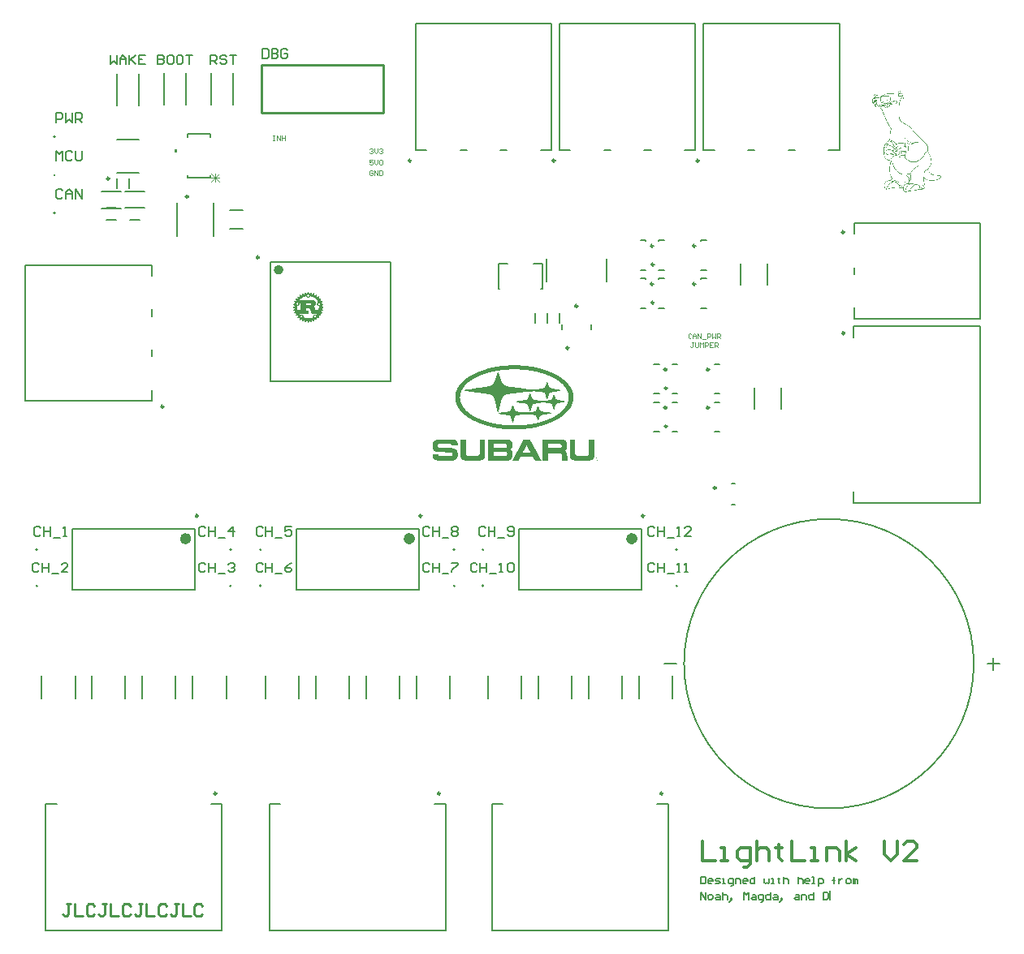
<source format=gto>
G04*
G04 #@! TF.GenerationSoftware,Altium Limited,Altium Designer,24.2.2 (26)*
G04*
G04 Layer_Color=65535*
%FSLAX44Y44*%
%MOMM*%
G71*
G04*
G04 #@! TF.SameCoordinates,5A119275-FC27-4C3E-9DDE-49B88916FCE2*
G04*
G04*
G04 #@! TF.FilePolarity,Positive*
G04*
G01*
G75*
%ADD10C,0.6000*%
%ADD11C,0.2500*%
%ADD12C,0.1500*%
%ADD13C,0.5000*%
%ADD14C,0.1270*%
%ADD15C,0.2000*%
%ADD16C,0.1524*%
%ADD17C,0.2540*%
%ADD18C,0.1000*%
%ADD19C,0.0762*%
%ADD20C,0.3000*%
G36*
X912859Y878603D02*
X912971D01*
Y878491D01*
X913195D01*
Y878378D01*
X913308D01*
Y878266D01*
X913532D01*
Y878154D01*
X913644D01*
Y878041D01*
X913757D01*
Y877929D01*
X913869D01*
Y877817D01*
X913981D01*
Y877705D01*
X914093D01*
Y877592D01*
X914206D01*
Y877480D01*
X914318D01*
Y877256D01*
X914430D01*
Y877143D01*
X914543D01*
Y876919D01*
X914655D01*
Y876806D01*
X914767D01*
Y876582D01*
X914879D01*
Y876133D01*
X914992D01*
Y875684D01*
X915104D01*
Y875572D01*
X915328D01*
Y875459D01*
X915553D01*
Y875347D01*
X915665D01*
Y875235D01*
X915778D01*
Y875123D01*
X915890D01*
Y875010D01*
X916114D01*
Y874898D01*
X916227D01*
Y874786D01*
X916339D01*
Y874673D01*
X916451D01*
Y874561D01*
X916563D01*
Y874337D01*
X916676D01*
Y874224D01*
X916788D01*
Y874000D01*
X916900D01*
Y873551D01*
X917012D01*
Y872316D01*
X916900D01*
Y871642D01*
X916788D01*
Y871305D01*
X917012D01*
Y871193D01*
X917349D01*
Y871081D01*
X917461D01*
Y870969D01*
X917686D01*
Y870856D01*
X917798D01*
Y870632D01*
X917911D01*
Y870520D01*
X918023D01*
Y870295D01*
X918135D01*
Y869958D01*
X918247D01*
Y869397D01*
X918023D01*
Y869509D01*
X917911D01*
Y869734D01*
X917798D01*
Y869958D01*
X917686D01*
Y870071D01*
X917574D01*
Y870295D01*
X917461D01*
Y870407D01*
X917349D01*
Y870520D01*
X917237D01*
Y870632D01*
X917125D01*
Y870744D01*
X917012D01*
Y870856D01*
X916900D01*
Y870969D01*
X916788D01*
Y871081D01*
X916563D01*
Y870969D01*
X916451D01*
Y870856D01*
X916339D01*
Y870744D01*
X916227D01*
Y870520D01*
X916114D01*
Y870407D01*
X916002D01*
Y870295D01*
X915890D01*
Y870183D01*
X915778D01*
Y869958D01*
X915665D01*
Y869846D01*
X915553D01*
Y869734D01*
X915441D01*
Y869509D01*
X915328D01*
Y869397D01*
X915216D01*
Y869173D01*
X915104D01*
Y869060D01*
X914992D01*
Y868836D01*
X914879D01*
Y868611D01*
X914767D01*
Y868387D01*
X914655D01*
Y868050D01*
X914543D01*
Y867825D01*
X914430D01*
Y867488D01*
X914318D01*
Y867039D01*
X914206D01*
Y866590D01*
X914093D01*
Y866141D01*
X913981D01*
Y865692D01*
X913869D01*
Y865131D01*
X913757D01*
Y864457D01*
X913644D01*
Y863784D01*
X913532D01*
Y862998D01*
X913420D01*
Y861875D01*
X913308D01*
Y859854D01*
X913195D01*
Y852669D01*
X913308D01*
Y851659D01*
X913420D01*
Y850873D01*
X913532D01*
Y850200D01*
X913644D01*
Y849638D01*
X913757D01*
Y849189D01*
X913869D01*
Y848852D01*
X913981D01*
Y848515D01*
X914093D01*
Y848179D01*
X914206D01*
Y847954D01*
X914318D01*
Y847730D01*
X914430D01*
Y847505D01*
X914543D01*
Y847281D01*
X914655D01*
Y847168D01*
X914767D01*
Y846944D01*
X914879D01*
Y846832D01*
X914992D01*
Y846719D01*
X915104D01*
Y846607D01*
X915216D01*
Y846383D01*
X915328D01*
Y846270D01*
X915441D01*
Y846158D01*
X915553D01*
Y846046D01*
X915665D01*
Y845933D01*
X915778D01*
Y845821D01*
X916002D01*
Y845709D01*
X916114D01*
Y845597D01*
X916227D01*
Y845484D01*
X916339D01*
Y845372D01*
X916563D01*
Y845260D01*
X916676D01*
Y845148D01*
X916900D01*
Y845035D01*
X917012D01*
Y844923D01*
X917237D01*
Y844811D01*
X917349D01*
Y844698D01*
X917574D01*
Y844586D01*
X917798D01*
Y844474D01*
X918023D01*
Y844362D01*
X918135D01*
Y844249D01*
X918360D01*
Y844137D01*
X918584D01*
Y844025D01*
X918809D01*
Y843913D01*
X919033D01*
Y843800D01*
X919258D01*
Y843688D01*
X919370D01*
Y843576D01*
X919595D01*
Y843464D01*
X919819D01*
Y843351D01*
X920044D01*
Y843239D01*
X920268D01*
Y843127D01*
X920493D01*
Y843015D01*
X920717D01*
Y842902D01*
X920942D01*
Y842790D01*
X921054D01*
Y842678D01*
X921279D01*
Y842565D01*
X921503D01*
Y842453D01*
X921728D01*
Y842341D01*
X921952D01*
Y842229D01*
X922177D01*
Y842116D01*
X922401D01*
Y842004D01*
X922514D01*
Y841892D01*
X922738D01*
Y841780D01*
X922962D01*
Y841667D01*
X923187D01*
Y841555D01*
X923299D01*
Y841443D01*
X923524D01*
Y841330D01*
X923636D01*
Y841218D01*
X923748D01*
Y841106D01*
X923973D01*
Y840994D01*
X924085D01*
Y840882D01*
X924197D01*
Y840769D01*
X924310D01*
Y840657D01*
X924422D01*
Y840545D01*
X924534D01*
Y840432D01*
X924647D01*
Y840320D01*
X924759D01*
Y840208D01*
X924871D01*
Y840096D01*
X924983D01*
Y839983D01*
X925096D01*
Y839871D01*
X925208D01*
Y839759D01*
X925320D01*
Y839647D01*
X925432D01*
Y839422D01*
X925545D01*
Y839310D01*
X925657D01*
Y839197D01*
X925769D01*
Y839085D01*
X925881D01*
Y838973D01*
X925994D01*
Y838861D01*
X926106D01*
Y838636D01*
X926218D01*
Y838524D01*
X926330D01*
Y838412D01*
X926443D01*
Y838187D01*
X926555D01*
Y838075D01*
X926667D01*
Y837962D01*
X926780D01*
Y837738D01*
X926892D01*
Y837626D01*
X927004D01*
Y837514D01*
X927116D01*
Y837289D01*
X927229D01*
Y837177D01*
X927341D01*
Y837064D01*
X927453D01*
Y836952D01*
X927565D01*
Y836728D01*
X927678D01*
Y836615D01*
X927790D01*
Y836503D01*
X927902D01*
Y836391D01*
X928015D01*
Y836279D01*
X928127D01*
Y836166D01*
X928239D01*
Y836054D01*
X928351D01*
Y835829D01*
X928464D01*
Y835717D01*
X928576D01*
Y835605D01*
X928688D01*
Y835493D01*
X928800D01*
Y835380D01*
X928913D01*
Y835268D01*
X929025D01*
Y835156D01*
X929137D01*
Y835044D01*
X929249D01*
Y834931D01*
X929362D01*
Y834819D01*
X929474D01*
Y834707D01*
X929586D01*
Y834595D01*
X929698D01*
Y834482D01*
X929811D01*
Y834370D01*
X929923D01*
Y834258D01*
X930035D01*
Y834146D01*
X930147D01*
Y834033D01*
X930260D01*
Y833921D01*
X930372D01*
Y833809D01*
X930484D01*
Y833697D01*
X930597D01*
Y833584D01*
X930709D01*
Y833472D01*
X930821D01*
Y833360D01*
X930933D01*
Y833247D01*
X931046D01*
Y833135D01*
X931158D01*
Y833023D01*
X931270D01*
Y832911D01*
X931383D01*
Y832798D01*
X931495D01*
Y832686D01*
X931607D01*
Y832574D01*
X931719D01*
Y832461D01*
X931832D01*
Y832349D01*
X931944D01*
Y832237D01*
X932056D01*
Y832125D01*
X932168D01*
Y832012D01*
X932281D01*
Y831900D01*
X932393D01*
Y831788D01*
X932505D01*
Y831676D01*
X932617D01*
Y831563D01*
X932730D01*
Y831451D01*
X932842D01*
Y831339D01*
X932954D01*
Y831227D01*
X933066D01*
Y831114D01*
X933179D01*
Y831002D01*
X933291D01*
Y830890D01*
X933403D01*
Y830778D01*
X933515D01*
Y830665D01*
X933628D01*
Y830553D01*
X933740D01*
Y830441D01*
X933965D01*
Y830329D01*
X934077D01*
Y830216D01*
X934189D01*
Y830104D01*
X934301D01*
Y829992D01*
X934414D01*
Y829879D01*
X934526D01*
Y829767D01*
X934638D01*
Y829655D01*
X934750D01*
Y829543D01*
X934863D01*
Y829430D01*
X934975D01*
Y829318D01*
X935087D01*
Y829206D01*
X935200D01*
Y829093D01*
X935312D01*
Y828981D01*
X935424D01*
Y828869D01*
X935536D01*
Y828757D01*
X935649D01*
Y828644D01*
X935761D01*
Y828532D01*
X935873D01*
Y828420D01*
X935985D01*
Y828308D01*
X936098D01*
Y828195D01*
X936210D01*
Y828083D01*
X936322D01*
Y827971D01*
X936434D01*
Y827859D01*
X936659D01*
Y827746D01*
X936771D01*
Y827634D01*
X936883D01*
Y827522D01*
X936996D01*
Y827410D01*
X937108D01*
Y827297D01*
X937220D01*
Y827185D01*
X937333D01*
Y827073D01*
X937445D01*
Y826961D01*
X937557D01*
Y826848D01*
X937669D01*
Y826736D01*
X937782D01*
Y826624D01*
X937894D01*
Y826511D01*
X938006D01*
Y826399D01*
X938118D01*
Y826287D01*
X938231D01*
Y826175D01*
X938343D01*
Y826062D01*
X938455D01*
Y825950D01*
X938568D01*
Y825838D01*
X938680D01*
Y825726D01*
X938792D01*
Y825613D01*
X938904D01*
Y825501D01*
X939016D01*
Y825389D01*
X939129D01*
Y825276D01*
X939241D01*
Y825164D01*
X939353D01*
Y825052D01*
X939466D01*
Y824940D01*
X939578D01*
Y824827D01*
X939690D01*
Y824715D01*
X939802D01*
Y824603D01*
X939915D01*
Y824491D01*
X940027D01*
Y824378D01*
X940139D01*
Y824266D01*
X940251D01*
Y824154D01*
X940364D01*
Y824042D01*
X940476D01*
Y823817D01*
X940588D01*
Y823705D01*
X940701D01*
Y823593D01*
X940813D01*
Y823480D01*
X940925D01*
Y823368D01*
X941037D01*
Y823256D01*
X941150D01*
Y823143D01*
X941262D01*
Y822919D01*
X941374D01*
Y822807D01*
X941486D01*
Y822694D01*
X941599D01*
Y822582D01*
X941711D01*
Y822358D01*
X941823D01*
Y822245D01*
X941936D01*
Y822021D01*
X942048D01*
Y821908D01*
X942160D01*
Y821684D01*
X942272D01*
Y821572D01*
X942384D01*
Y821347D01*
X942497D01*
Y821123D01*
X942609D01*
Y820898D01*
X942721D01*
Y820674D01*
X942834D01*
Y820449D01*
X942946D01*
Y820112D01*
X943058D01*
Y819888D01*
X943170D01*
Y819551D01*
X943283D01*
Y819102D01*
X943395D01*
Y818653D01*
X943507D01*
Y817979D01*
X943619D01*
Y815958D01*
X943507D01*
Y815509D01*
X943395D01*
Y815173D01*
X943283D01*
Y814724D01*
X943395D01*
Y814499D01*
X943507D01*
Y814275D01*
X943619D01*
Y814162D01*
X943732D01*
Y813938D01*
X943844D01*
Y813825D01*
X943956D01*
Y813601D01*
X944069D01*
Y813376D01*
X944181D01*
Y813264D01*
X944293D01*
Y813039D01*
X944405D01*
Y812815D01*
X944518D01*
Y812590D01*
X944630D01*
Y812366D01*
X944742D01*
Y812141D01*
X944854D01*
Y811917D01*
X944967D01*
Y811692D01*
X945079D01*
Y811468D01*
X945191D01*
Y811243D01*
X945303D01*
Y811019D01*
X945416D01*
Y810794D01*
X945528D01*
Y810457D01*
X945640D01*
Y810233D01*
X945752D01*
Y810008D01*
X945865D01*
Y809672D01*
X945977D01*
Y809335D01*
X946089D01*
Y809110D01*
X946202D01*
Y808773D01*
X946314D01*
Y808324D01*
X946426D01*
Y807988D01*
X946538D01*
Y807539D01*
X946651D01*
Y807089D01*
X946763D01*
Y806528D01*
X946875D01*
Y805854D01*
X946987D01*
Y804507D01*
X947100D01*
Y803497D01*
X946987D01*
Y802374D01*
X946875D01*
Y801813D01*
X946763D01*
Y801476D01*
X946651D01*
Y801139D01*
X946538D01*
Y800915D01*
X946426D01*
Y800690D01*
X946314D01*
Y800466D01*
X946202D01*
Y800129D01*
X946089D01*
Y800017D01*
X945977D01*
Y799792D01*
X945865D01*
Y799568D01*
X945752D01*
Y799343D01*
X945640D01*
Y799231D01*
X945528D01*
Y799006D01*
X945416D01*
Y798894D01*
X945303D01*
Y798670D01*
X945191D01*
Y798557D01*
X945079D01*
Y798333D01*
X944967D01*
Y798221D01*
X944854D01*
Y798108D01*
X944742D01*
Y797996D01*
X944630D01*
Y797771D01*
X944518D01*
Y797659D01*
X944405D01*
Y797547D01*
X944293D01*
Y797435D01*
X944181D01*
Y797210D01*
X944069D01*
Y797098D01*
X943956D01*
Y796985D01*
X943844D01*
Y796873D01*
X943732D01*
Y796761D01*
X943619D01*
Y796649D01*
X943507D01*
Y796536D01*
X943395D01*
Y796424D01*
X943283D01*
Y796200D01*
X943170D01*
Y796087D01*
X943058D01*
Y795975D01*
X942946D01*
Y795526D01*
X943058D01*
Y795302D01*
X943170D01*
Y795189D01*
X943283D01*
Y794965D01*
X943395D01*
Y794853D01*
X943507D01*
Y794740D01*
X943619D01*
Y794628D01*
X943732D01*
Y794403D01*
X943844D01*
Y794291D01*
X943956D01*
Y794179D01*
X944069D01*
Y794067D01*
X944181D01*
Y793954D01*
X944293D01*
Y793842D01*
X944405D01*
Y793730D01*
X944518D01*
Y793617D01*
X944630D01*
Y793505D01*
X944742D01*
Y793393D01*
X944854D01*
Y793168D01*
X944967D01*
Y793056D01*
X945079D01*
Y792944D01*
X945191D01*
Y792832D01*
X945303D01*
Y792719D01*
X945416D01*
Y792607D01*
X945528D01*
Y792495D01*
X945640D01*
Y792383D01*
X945752D01*
Y792270D01*
X945865D01*
Y792158D01*
X945977D01*
Y792046D01*
X946202D01*
Y791934D01*
X946314D01*
Y791821D01*
X946426D01*
Y791709D01*
X946538D01*
Y791597D01*
X946651D01*
Y791485D01*
X946875D01*
Y791372D01*
X946987D01*
Y791260D01*
X947100D01*
Y791148D01*
X947324D01*
Y791035D01*
X947437D01*
Y790923D01*
X947661D01*
Y790811D01*
X947773D01*
Y790699D01*
X947998D01*
Y790586D01*
X948222D01*
Y790474D01*
X948559D01*
Y790362D01*
X948784D01*
Y790250D01*
X949120D01*
Y790137D01*
X949569D01*
Y790025D01*
X950804D01*
Y789913D01*
X952937D01*
Y789800D01*
X955183D01*
Y789688D01*
X956081D01*
Y789576D01*
X956305D01*
Y789464D01*
X956530D01*
Y789352D01*
X956642D01*
Y789127D01*
X956755D01*
Y788678D01*
X956867D01*
Y788229D01*
X956755D01*
Y787667D01*
X956642D01*
Y787443D01*
X956530D01*
Y787331D01*
X956418D01*
Y787106D01*
X956305D01*
Y786994D01*
X956193D01*
Y786882D01*
X956081D01*
Y786769D01*
X955969D01*
Y786657D01*
X955856D01*
Y786545D01*
X955744D01*
Y786432D01*
X955632D01*
Y786320D01*
X955520D01*
Y786208D01*
X955407D01*
Y786096D01*
X955295D01*
Y785984D01*
X955183D01*
Y785871D01*
X954958D01*
Y785759D01*
X954846D01*
Y785647D01*
X954622D01*
Y785534D01*
X954397D01*
Y785422D01*
X954060D01*
Y785310D01*
X953723D01*
Y785198D01*
X953387D01*
Y785085D01*
X953162D01*
Y784973D01*
X952825D01*
Y784861D01*
X952376D01*
Y784749D01*
X952039D01*
Y784636D01*
X951590D01*
Y784524D01*
X951141D01*
Y784412D01*
X950692D01*
Y784299D01*
X950131D01*
Y784187D01*
X949682D01*
Y784075D01*
X949120D01*
Y783963D01*
X948222D01*
Y783850D01*
X946651D01*
Y783963D01*
X945752D01*
Y784075D01*
X945079D01*
Y784187D01*
X944518D01*
Y784299D01*
X943956D01*
Y784412D01*
X943507D01*
Y784524D01*
X943170D01*
Y784636D01*
X942834D01*
Y784749D01*
X942497D01*
Y784861D01*
X942160D01*
Y784973D01*
X941936D01*
Y785085D01*
X941711D01*
Y785198D01*
X941486D01*
Y785310D01*
X941262D01*
Y785422D01*
X941037D01*
Y785534D01*
X940813D01*
Y785647D01*
X940588D01*
Y785759D01*
X940476D01*
Y785871D01*
X940251D01*
Y785984D01*
X940139D01*
Y786096D01*
X939915D01*
Y786208D01*
X939690D01*
Y786320D01*
X939578D01*
Y786432D01*
X939241D01*
Y786320D01*
X939129D01*
Y785871D01*
X939016D01*
Y785422D01*
X938904D01*
Y784861D01*
X938792D01*
Y784524D01*
X938904D01*
Y784187D01*
X939016D01*
Y783850D01*
X939129D01*
Y783514D01*
X939241D01*
Y783177D01*
X939353D01*
Y782728D01*
X939466D01*
Y782391D01*
X939578D01*
Y782054D01*
X939690D01*
Y781717D01*
X939802D01*
Y781381D01*
X939915D01*
Y780931D01*
X940027D01*
Y780482D01*
X940139D01*
Y780033D01*
X940251D01*
Y779248D01*
X940364D01*
Y777114D01*
X940251D01*
Y776665D01*
X940139D01*
Y776441D01*
X940027D01*
Y776329D01*
X939915D01*
Y776216D01*
X939802D01*
Y775992D01*
X939690D01*
Y775880D01*
X939578D01*
Y775767D01*
X939353D01*
Y775655D01*
X939241D01*
Y775543D01*
X939016D01*
Y775431D01*
X938792D01*
Y775318D01*
X938568D01*
Y775206D01*
X938231D01*
Y775094D01*
X937894D01*
Y774981D01*
X937333D01*
Y774869D01*
X936771D01*
Y774757D01*
X935761D01*
Y774645D01*
X934638D01*
Y774532D01*
X933515D01*
Y774420D01*
X932617D01*
Y774308D01*
X932056D01*
Y774196D01*
X931607D01*
Y774083D01*
X931046D01*
Y773971D01*
X930597D01*
Y773859D01*
X930035D01*
Y773746D01*
X929249D01*
Y773634D01*
X928464D01*
Y773522D01*
X927678D01*
Y773410D01*
X926780D01*
Y773297D01*
X925881D01*
Y773185D01*
X925208D01*
Y773073D01*
X924422D01*
Y772961D01*
X923636D01*
Y772848D01*
X923075D01*
Y772736D01*
X922514D01*
Y772624D01*
X922064D01*
Y772512D01*
X921615D01*
Y772399D01*
X921054D01*
Y772287D01*
X920605D01*
Y772175D01*
X920156D01*
Y772063D01*
X919707D01*
Y771950D01*
X919370D01*
Y772063D01*
X919146D01*
Y772175D01*
X918921D01*
Y772287D01*
X918809D01*
Y772399D01*
X918584D01*
Y772512D01*
X918472D01*
Y772624D01*
X918360D01*
Y772736D01*
X918247D01*
Y772848D01*
X918135D01*
Y773073D01*
X918023D01*
Y773185D01*
X917911D01*
Y773297D01*
X917798D01*
Y773522D01*
X917686D01*
Y773746D01*
X917574D01*
Y773971D01*
X917461D01*
Y774196D01*
X917349D01*
Y774532D01*
X917237D01*
Y774869D01*
X917125D01*
Y775992D01*
X917012D01*
Y776553D01*
X916451D01*
Y776441D01*
X913757D01*
Y776553D01*
X913195D01*
Y776665D01*
X912746D01*
Y776778D01*
X908368D01*
Y776665D01*
X907470D01*
Y776553D01*
X906684D01*
Y776441D01*
X906010D01*
Y776329D01*
X905337D01*
Y776216D01*
X904775D01*
Y776104D01*
X904326D01*
Y775992D01*
X903877D01*
Y775880D01*
X903428D01*
Y775767D01*
X902979D01*
Y775655D01*
X902530D01*
Y775543D01*
X902193D01*
Y775431D01*
X901857D01*
Y775318D01*
X901520D01*
Y775206D01*
X901183D01*
Y775094D01*
X900846D01*
Y774981D01*
X900509D01*
Y774869D01*
X900173D01*
Y774757D01*
X899836D01*
Y774645D01*
X899387D01*
Y774757D01*
X899275D01*
Y774869D01*
X899162D01*
Y774981D01*
X899050D01*
Y775094D01*
X898938D01*
Y775206D01*
X898825D01*
Y775318D01*
X898713D01*
Y775543D01*
X898601D01*
Y775655D01*
X898489D01*
Y775880D01*
X898376D01*
Y776104D01*
X898264D01*
Y776329D01*
X898152D01*
Y776441D01*
X898039D01*
Y776778D01*
X897927D01*
Y777002D01*
X897815D01*
Y777339D01*
X897703D01*
Y777788D01*
X897590D01*
Y778462D01*
X897478D01*
Y779472D01*
X897590D01*
Y780146D01*
X897703D01*
Y780595D01*
X897815D01*
Y780931D01*
X897927D01*
Y781268D01*
X898039D01*
Y781493D01*
X898152D01*
Y781717D01*
X898264D01*
Y781830D01*
X898376D01*
Y782054D01*
X898489D01*
Y782166D01*
X898601D01*
Y782279D01*
X898713D01*
Y782503D01*
X898825D01*
Y782616D01*
X898938D01*
Y782728D01*
X899050D01*
Y782840D01*
X899275D01*
Y782952D01*
X899387D01*
Y783065D01*
X899499D01*
Y783177D01*
X899724D01*
Y783289D01*
X899948D01*
Y783401D01*
X900060D01*
Y783514D01*
X900285D01*
Y783626D01*
X900622D01*
Y783738D01*
X900846D01*
Y783850D01*
X901183D01*
Y783963D01*
X901520D01*
Y784075D01*
X901857D01*
Y784187D01*
X902418D01*
Y784299D01*
X902979D01*
Y784412D01*
X903428D01*
Y784524D01*
X903653D01*
Y784636D01*
X903765D01*
Y784749D01*
X903877D01*
Y784861D01*
X903990D01*
Y784973D01*
X904214D01*
Y785085D01*
X904326D01*
Y785198D01*
X904439D01*
Y785310D01*
X904551D01*
Y785422D01*
X904775D01*
Y785534D01*
X905000D01*
Y785647D01*
X905225D01*
Y785759D01*
X905561D01*
Y785871D01*
X905674D01*
Y786096D01*
X905561D01*
Y786320D01*
X905449D01*
Y786545D01*
X905337D01*
Y786769D01*
X905225D01*
Y786994D01*
X905112D01*
Y787218D01*
X905000D01*
Y787443D01*
X904888D01*
Y787667D01*
X904775D01*
Y787892D01*
X904663D01*
Y788229D01*
X904551D01*
Y788453D01*
X904439D01*
Y788790D01*
X904326D01*
Y789127D01*
X904214D01*
Y789464D01*
X904102D01*
Y789800D01*
X903990D01*
Y790250D01*
X903877D01*
Y790586D01*
X903765D01*
Y791035D01*
X903653D01*
Y791485D01*
X903540D01*
Y791934D01*
X903428D01*
Y792383D01*
X903316D01*
Y792944D01*
X903204D01*
Y796087D01*
X903092D01*
Y797210D01*
X903204D01*
Y798894D01*
X903316D01*
Y799568D01*
X903428D01*
Y800241D01*
X903540D01*
Y800803D01*
X903653D01*
Y801252D01*
X903765D01*
Y801701D01*
X903877D01*
Y802150D01*
X903990D01*
Y802487D01*
X904102D01*
Y802936D01*
X904214D01*
Y803272D01*
X904326D01*
Y803609D01*
X904439D01*
Y803946D01*
X904551D01*
Y804395D01*
X904663D01*
Y804732D01*
X904326D01*
Y804844D01*
X903653D01*
Y804956D01*
X903092D01*
Y805069D01*
X902530D01*
Y805181D01*
X902081D01*
Y805293D01*
X901744D01*
Y805406D01*
X901407D01*
Y805518D01*
X901183D01*
Y805630D01*
X900958D01*
Y805742D01*
X900734D01*
Y805854D01*
X900509D01*
Y805967D01*
X900285D01*
Y806079D01*
X900173D01*
Y806191D01*
X899948D01*
Y806304D01*
X899836D01*
Y806416D01*
X899724D01*
Y806528D01*
X899611D01*
Y806640D01*
X899499D01*
Y806753D01*
X899387D01*
Y806865D01*
X899275D01*
Y806977D01*
X899162D01*
Y807089D01*
X899050D01*
Y807202D01*
X898938D01*
Y807314D01*
X898825D01*
Y807539D01*
X898713D01*
Y807651D01*
X898601D01*
Y807763D01*
X898489D01*
Y807988D01*
X898376D01*
Y808212D01*
X898264D01*
Y808324D01*
X898152D01*
Y808549D01*
X898039D01*
Y808773D01*
X897927D01*
Y809110D01*
X897815D01*
Y809335D01*
X897703D01*
Y809559D01*
X897590D01*
Y809896D01*
X897478D01*
Y810233D01*
X897366D01*
Y810570D01*
X897254D01*
Y811019D01*
X897141D01*
Y811692D01*
X897029D01*
Y812478D01*
X896917D01*
Y817306D01*
X897029D01*
Y818204D01*
X897141D01*
Y818765D01*
X897254D01*
Y819326D01*
X897366D01*
Y819663D01*
X897478D01*
Y820000D01*
X897590D01*
Y820337D01*
X897703D01*
Y820561D01*
X897815D01*
Y820898D01*
X897927D01*
Y821123D01*
X898039D01*
Y821347D01*
X898152D01*
Y821572D01*
X898264D01*
Y821684D01*
X898376D01*
Y821908D01*
X898489D01*
Y822133D01*
X898601D01*
Y822245D01*
X898713D01*
Y822470D01*
X898825D01*
Y822582D01*
X898938D01*
Y822807D01*
X899050D01*
Y822919D01*
X899162D01*
Y823031D01*
X899275D01*
Y823256D01*
X899387D01*
Y823368D01*
X899499D01*
Y823480D01*
X899611D01*
Y823593D01*
X899724D01*
Y823705D01*
X899836D01*
Y823817D01*
X899948D01*
Y824042D01*
X900060D01*
Y824154D01*
X900173D01*
Y824266D01*
X900285D01*
Y824378D01*
X900397D01*
Y824491D01*
X900509D01*
Y824603D01*
X900622D01*
Y824715D01*
X900734D01*
Y824827D01*
X900846D01*
Y824940D01*
X901071D01*
Y825052D01*
X901183D01*
Y825164D01*
X901295D01*
Y825276D01*
X901407D01*
Y825389D01*
X901520D01*
Y825501D01*
X901632D01*
Y825613D01*
X901857D01*
Y825726D01*
X901969D01*
Y825838D01*
X902081D01*
Y825950D01*
X902193D01*
Y826062D01*
X902418D01*
Y826175D01*
X902530D01*
Y826287D01*
X902642D01*
Y826399D01*
X902867D01*
Y826511D01*
X902979D01*
Y826624D01*
X903092D01*
Y826848D01*
X903204D01*
Y828308D01*
X903316D01*
Y830441D01*
X903428D01*
Y831563D01*
X903540D01*
Y832574D01*
X903653D01*
Y833360D01*
X903765D01*
Y834146D01*
X903877D01*
Y834707D01*
X903990D01*
Y835380D01*
X904102D01*
Y835942D01*
X904214D01*
Y836391D01*
X904326D01*
Y836840D01*
X904439D01*
Y837401D01*
X904551D01*
Y837962D01*
X904663D01*
Y838075D01*
X904551D01*
Y838412D01*
X904439D01*
Y838636D01*
X904326D01*
Y838748D01*
X904214D01*
Y838973D01*
X904102D01*
Y839197D01*
X903990D01*
Y839310D01*
X903877D01*
Y839534D01*
X903765D01*
Y839647D01*
X903653D01*
Y839871D01*
X903540D01*
Y839983D01*
X903428D01*
Y840208D01*
X903316D01*
Y840432D01*
X903204D01*
Y840545D01*
X903092D01*
Y840769D01*
X902979D01*
Y840994D01*
X902867D01*
Y841106D01*
X902755D01*
Y841330D01*
X902642D01*
Y841555D01*
X902530D01*
Y841667D01*
X902418D01*
Y841892D01*
X902306D01*
Y842116D01*
X902193D01*
Y842341D01*
X902081D01*
Y842565D01*
X901969D01*
Y842790D01*
X901857D01*
Y842902D01*
X901744D01*
Y843127D01*
X901632D01*
Y843351D01*
X901520D01*
Y843576D01*
X901407D01*
Y843800D01*
X901295D01*
Y844025D01*
X901183D01*
Y844249D01*
X901071D01*
Y844474D01*
X900958D01*
Y844698D01*
X900846D01*
Y844923D01*
X900734D01*
Y845148D01*
X900622D01*
Y845372D01*
X900509D01*
Y845597D01*
X900397D01*
Y845821D01*
X900285D01*
Y846046D01*
X900173D01*
Y846270D01*
X900060D01*
Y846495D01*
X899948D01*
Y846719D01*
X899836D01*
Y846944D01*
X899724D01*
Y847281D01*
X899611D01*
Y847505D01*
X899499D01*
Y847730D01*
X899387D01*
Y847954D01*
X899275D01*
Y848179D01*
X899162D01*
Y848403D01*
X899050D01*
Y848628D01*
X898938D01*
Y848965D01*
X898825D01*
Y849189D01*
X898713D01*
Y849414D01*
X898601D01*
Y849638D01*
X898489D01*
Y849975D01*
X898376D01*
Y850200D01*
X898264D01*
Y850424D01*
X898152D01*
Y850761D01*
X898039D01*
Y850985D01*
X897927D01*
Y851210D01*
X897815D01*
Y851434D01*
X897703D01*
Y851771D01*
X897590D01*
Y851996D01*
X897478D01*
Y852333D01*
X897366D01*
Y852557D01*
X897254D01*
Y852782D01*
X897141D01*
Y853118D01*
X897029D01*
Y853343D01*
X896917D01*
Y853680D01*
X896805D01*
Y853904D01*
X896692D01*
Y854241D01*
X896580D01*
Y854466D01*
X896468D01*
Y854802D01*
X896356D01*
Y855139D01*
X896243D01*
Y855364D01*
X896131D01*
Y855701D01*
X896019D01*
Y856037D01*
X895907D01*
Y856262D01*
X895794D01*
Y856599D01*
X895682D01*
Y856823D01*
X895570D01*
Y857160D01*
X895457D01*
Y857497D01*
X895345D01*
Y857834D01*
X895233D01*
Y858058D01*
X895121D01*
Y858170D01*
X895008D01*
Y858283D01*
X894896D01*
Y858395D01*
X894784D01*
Y858507D01*
X894671D01*
Y858620D01*
X894559D01*
Y858732D01*
X894335D01*
Y858844D01*
X894222D01*
Y858956D01*
X894110D01*
Y859069D01*
X893886D01*
Y859181D01*
X893773D01*
Y859293D01*
X893661D01*
Y859405D01*
X893437D01*
Y859518D01*
X893324D01*
Y859630D01*
X893212D01*
Y859742D01*
X893100D01*
Y859854D01*
X892988D01*
Y859967D01*
X892875D01*
Y860079D01*
X892763D01*
Y860191D01*
X892651D01*
Y860303D01*
X892539D01*
Y860416D01*
X892426D01*
Y860528D01*
X892314D01*
Y860640D01*
X892202D01*
Y860865D01*
X892089D01*
Y860977D01*
X891977D01*
Y861202D01*
X891865D01*
Y861314D01*
X891753D01*
Y861426D01*
X891640D01*
Y861651D01*
X891528D01*
Y861763D01*
X891416D01*
Y861987D01*
X891304D01*
Y862100D01*
X891191D01*
Y862212D01*
X891079D01*
Y862324D01*
X890967D01*
Y862437D01*
X890854D01*
Y862661D01*
X890742D01*
Y862773D01*
X890630D01*
Y862886D01*
X890518D01*
Y862998D01*
X890405D01*
Y863110D01*
X890293D01*
Y863222D01*
X890181D01*
Y863335D01*
X890069D01*
Y863447D01*
X889956D01*
Y863559D01*
X889844D01*
Y863671D01*
X889732D01*
Y863784D01*
X889507D01*
Y863671D01*
X889395D01*
Y863447D01*
X889283D01*
Y861763D01*
X889395D01*
Y860416D01*
X889507D01*
Y859854D01*
X889395D01*
Y859967D01*
X889283D01*
Y860191D01*
X889171D01*
Y860416D01*
X889058D01*
Y860752D01*
X888946D01*
Y861314D01*
X888834D01*
Y862549D01*
X888946D01*
Y863447D01*
X889058D01*
Y863559D01*
X888385D01*
Y862773D01*
X888272D01*
Y862324D01*
X888160D01*
Y861875D01*
X888048D01*
Y861426D01*
X887936D01*
Y861089D01*
X887823D01*
Y860865D01*
X887711D01*
Y860977D01*
X887599D01*
Y861538D01*
X887711D01*
Y862212D01*
X887823D01*
Y862661D01*
X887936D01*
Y863110D01*
X888048D01*
Y863559D01*
X887936D01*
Y863671D01*
X887823D01*
Y863784D01*
X887486D01*
Y863896D01*
X887038D01*
Y864008D01*
X886813D01*
Y864120D01*
X886588D01*
Y864233D01*
X886476D01*
Y864345D01*
X886364D01*
Y864457D01*
X886252D01*
Y864569D01*
X886139D01*
Y864682D01*
X886027D01*
Y864794D01*
X885915D01*
Y864906D01*
X885803D01*
Y865131D01*
X885690D01*
Y865243D01*
X885578D01*
Y865468D01*
X885466D01*
Y865692D01*
X885353D01*
Y866029D01*
X885241D01*
Y866366D01*
X885129D01*
Y867152D01*
X885017D01*
Y867937D01*
X885129D01*
Y868499D01*
X885241D01*
Y868836D01*
X885353D01*
Y869173D01*
X885466D01*
Y869397D01*
X885578D01*
Y869622D01*
X885690D01*
Y869734D01*
X885803D01*
Y869958D01*
X885915D01*
Y870071D01*
X886027D01*
Y870183D01*
X886139D01*
Y870295D01*
X886252D01*
Y870520D01*
X886364D01*
Y870632D01*
X886588D01*
Y870744D01*
X886701D01*
Y870856D01*
X886813D01*
Y870969D01*
X886925D01*
Y871305D01*
X886813D01*
Y871979D01*
X886701D01*
Y873102D01*
X886813D01*
Y873326D01*
X886925D01*
Y873551D01*
X887038D01*
Y873663D01*
X887150D01*
Y873775D01*
X887262D01*
Y873888D01*
X887374D01*
Y874000D01*
X887486D01*
Y874112D01*
X887711D01*
Y874224D01*
X887823D01*
Y874337D01*
X888048D01*
Y874449D01*
X888385D01*
Y874561D01*
X888497D01*
Y874337D01*
X888385D01*
Y874224D01*
X888272D01*
Y874112D01*
X888160D01*
Y874000D01*
X888048D01*
Y873888D01*
X887936D01*
Y873775D01*
X887823D01*
Y873663D01*
X887711D01*
Y873551D01*
X887599D01*
Y873438D01*
X887486D01*
Y873326D01*
X887374D01*
Y873102D01*
X887262D01*
Y872765D01*
X887150D01*
Y871418D01*
X887262D01*
Y871081D01*
X887486D01*
Y871193D01*
X887599D01*
Y871305D01*
X887711D01*
Y871530D01*
X887823D01*
Y871755D01*
X887936D01*
Y871867D01*
X888048D01*
Y871979D01*
X888160D01*
Y872091D01*
X888272D01*
Y872204D01*
X888385D01*
Y872316D01*
X888497D01*
Y872428D01*
X888609D01*
Y872540D01*
X888721D01*
Y872653D01*
X888834D01*
Y872765D01*
X889058D01*
Y872877D01*
X889171D01*
Y872990D01*
X889395D01*
Y873102D01*
X889732D01*
Y873214D01*
X890069D01*
Y873326D01*
X890518D01*
Y873214D01*
X890630D01*
Y873102D01*
X890518D01*
Y872990D01*
X890293D01*
Y872877D01*
X890069D01*
Y872765D01*
X889844D01*
Y872653D01*
X889620D01*
Y872540D01*
X889507D01*
Y872428D01*
X889283D01*
Y872316D01*
X889171D01*
Y872204D01*
X888946D01*
Y872091D01*
X888834D01*
Y871979D01*
X888609D01*
Y871867D01*
X888497D01*
Y871755D01*
X888385D01*
Y871642D01*
X888272D01*
Y871530D01*
X888160D01*
Y871418D01*
X888048D01*
Y871305D01*
X887936D01*
Y871193D01*
X887823D01*
Y871081D01*
X888160D01*
Y870969D01*
X888946D01*
Y870856D01*
X890293D01*
Y870744D01*
X891977D01*
Y870856D01*
X892202D01*
Y870969D01*
X892426D01*
Y871081D01*
X892651D01*
Y871193D01*
X892875D01*
Y871305D01*
X892988D01*
Y871418D01*
X893212D01*
Y871530D01*
X893437D01*
Y871642D01*
X893549D01*
Y871755D01*
X893773D01*
Y871867D01*
X893886D01*
Y871979D01*
X894110D01*
Y872091D01*
X894335D01*
Y872204D01*
X894447D01*
Y872316D01*
X894671D01*
Y872428D01*
X894784D01*
Y872540D01*
X895008D01*
Y872653D01*
X895121D01*
Y872765D01*
X895345D01*
Y872877D01*
X895457D01*
Y872990D01*
X895682D01*
Y873102D01*
X895907D01*
Y873214D01*
X896131D01*
Y873326D01*
X896243D01*
Y873438D01*
X896468D01*
Y873551D01*
X896580D01*
Y873663D01*
X896805D01*
Y873775D01*
X897029D01*
Y873888D01*
X897254D01*
Y874000D01*
X897478D01*
Y874112D01*
X897815D01*
Y874224D01*
X898039D01*
Y874337D01*
X898376D01*
Y874449D01*
X898713D01*
Y874561D01*
X899050D01*
Y874673D01*
X899499D01*
Y874786D01*
X900060D01*
Y874898D01*
X900734D01*
Y875010D01*
X901632D01*
Y875123D01*
X902979D01*
Y875235D01*
X903540D01*
Y875123D01*
X905898D01*
Y875010D01*
X907021D01*
Y874898D01*
X907919D01*
Y874786D01*
X908817D01*
Y874673D01*
X911736D01*
Y874786D01*
X911961D01*
Y874898D01*
X912185D01*
Y875010D01*
X912410D01*
Y875123D01*
X912634D01*
Y875235D01*
X912746D01*
Y875347D01*
X912971D01*
Y875459D01*
X913195D01*
Y875572D01*
X913420D01*
Y875684D01*
X913532D01*
Y875796D01*
X913195D01*
Y875908D01*
X912971D01*
Y876021D01*
X912746D01*
Y876133D01*
X911961D01*
Y876245D01*
X911736D01*
Y876470D01*
X911848D01*
Y876582D01*
X912971D01*
Y876470D01*
X913195D01*
Y876357D01*
X913420D01*
Y876245D01*
X913532D01*
Y876133D01*
X913644D01*
Y876021D01*
X913757D01*
Y875908D01*
X913981D01*
Y875796D01*
X914318D01*
Y875684D01*
X914655D01*
Y875796D01*
X914767D01*
Y875908D01*
X914655D01*
Y876133D01*
X914543D01*
Y876357D01*
X914430D01*
Y876470D01*
X914318D01*
Y876694D01*
X914206D01*
Y876806D01*
X914093D01*
Y876919D01*
X913981D01*
Y877031D01*
X913869D01*
Y877143D01*
X913757D01*
Y877256D01*
X913644D01*
Y877480D01*
X913532D01*
Y877592D01*
X913420D01*
Y877705D01*
X913308D01*
Y877817D01*
X913195D01*
Y877929D01*
X913083D01*
Y878041D01*
X912971D01*
Y878154D01*
X912746D01*
Y878266D01*
X912634D01*
Y878378D01*
X912522D01*
Y878491D01*
X912297D01*
Y878603D01*
X912185D01*
Y878715D01*
X912859D01*
Y878603D01*
D02*
G37*
G36*
X916676Y870520D02*
X916900D01*
Y870407D01*
X917125D01*
Y870295D01*
X917237D01*
Y870183D01*
X917349D01*
Y870071D01*
X917574D01*
Y869846D01*
X917686D01*
Y869734D01*
X917798D01*
Y869509D01*
X917911D01*
Y869173D01*
X917686D01*
Y869285D01*
X917574D01*
Y869397D01*
X917461D01*
Y869509D01*
X917349D01*
Y869622D01*
X917237D01*
Y869734D01*
X917125D01*
Y869846D01*
X917012D01*
Y869958D01*
X916900D01*
Y870071D01*
X916788D01*
Y870183D01*
X916676D01*
Y870295D01*
X916563D01*
Y870407D01*
X916451D01*
Y870520D01*
X916339D01*
Y870632D01*
X916676D01*
Y870520D01*
D02*
G37*
G36*
X160588Y813098D02*
X158048D01*
Y816908D01*
X160588D01*
Y813098D01*
D02*
G37*
G36*
X297286Y667779D02*
X297393D01*
Y667743D01*
X297465D01*
Y667708D01*
X297500D01*
Y667672D01*
X297536D01*
Y667636D01*
X297572D01*
Y667600D01*
X297608D01*
Y667529D01*
X297643D01*
Y667493D01*
X297679D01*
Y667422D01*
X297715D01*
Y667351D01*
X297750D01*
Y667315D01*
X297786D01*
Y667243D01*
X297822D01*
Y667172D01*
X297857D01*
Y667136D01*
X297893D01*
Y667065D01*
X297929D01*
Y667029D01*
X297965D01*
Y666958D01*
X298000D01*
Y666887D01*
X298036D01*
Y666851D01*
X298072D01*
Y666779D01*
X298107D01*
Y666708D01*
X298143D01*
Y666672D01*
X298179D01*
Y666601D01*
X298214D01*
Y666565D01*
X298250D01*
Y666494D01*
X298286D01*
Y666423D01*
X298321D01*
Y666387D01*
X298357D01*
Y666315D01*
X298393D01*
Y666280D01*
X298429D01*
Y666244D01*
X298536D01*
Y666208D01*
X298821D01*
Y666244D01*
X298857D01*
Y666280D01*
X298893D01*
Y666315D01*
X298928D01*
Y666387D01*
X298964D01*
Y666423D01*
X299000D01*
Y666458D01*
X299035D01*
Y666494D01*
X299071D01*
Y666530D01*
X299107D01*
Y666565D01*
X299143D01*
Y666601D01*
X299178D01*
Y666637D01*
X299214D01*
Y666672D01*
X299250D01*
Y666708D01*
X299285D01*
Y666744D01*
X299321D01*
Y666779D01*
X299357D01*
Y666815D01*
X299392D01*
Y666851D01*
X299428D01*
Y666887D01*
X299464D01*
Y666958D01*
X299499D01*
Y666994D01*
X299535D01*
Y667029D01*
X299571D01*
Y667065D01*
X299607D01*
Y667101D01*
X299642D01*
Y667136D01*
X299678D01*
Y667172D01*
X299714D01*
Y667208D01*
X299749D01*
Y667243D01*
X299785D01*
Y667279D01*
X299821D01*
Y667315D01*
X299856D01*
Y667351D01*
X299892D01*
Y667386D01*
X299928D01*
Y667422D01*
X299964D01*
Y667458D01*
X300035D01*
Y667493D01*
X300392D01*
Y667458D01*
X300428D01*
Y667422D01*
X300499D01*
Y667386D01*
X300535D01*
Y667351D01*
X300570D01*
Y667315D01*
X300606D01*
Y667243D01*
X300642D01*
Y667136D01*
X300678D01*
Y667065D01*
X300713D01*
Y666958D01*
X300749D01*
Y666851D01*
X300785D01*
Y666779D01*
X300820D01*
Y666672D01*
X300856D01*
Y666565D01*
X300892D01*
Y666494D01*
X300927D01*
Y666387D01*
X300963D01*
Y666280D01*
X300999D01*
Y666208D01*
X301035D01*
Y666101D01*
X301070D01*
Y665994D01*
X301106D01*
Y665923D01*
X301142D01*
Y665816D01*
X301177D01*
Y665744D01*
X301213D01*
Y665708D01*
X301320D01*
Y665673D01*
X301427D01*
Y665637D01*
X301606D01*
Y665673D01*
X301641D01*
Y665708D01*
X301677D01*
Y665744D01*
X301748D01*
Y665780D01*
X301784D01*
Y665816D01*
X301856D01*
Y665851D01*
X301891D01*
Y665887D01*
X301927D01*
Y665923D01*
X301998D01*
Y665958D01*
X302034D01*
Y665994D01*
X302105D01*
Y666030D01*
X302141D01*
Y666066D01*
X302177D01*
Y666101D01*
X302248D01*
Y666137D01*
X302284D01*
Y666173D01*
X302355D01*
Y666208D01*
X302391D01*
Y666244D01*
X302427D01*
Y666280D01*
X302498D01*
Y666315D01*
X302534D01*
Y666351D01*
X302605D01*
Y666387D01*
X302641D01*
Y666423D01*
X302677D01*
Y666458D01*
X302748D01*
Y666494D01*
X302784D01*
Y666530D01*
X302855D01*
Y666565D01*
X302891D01*
Y666601D01*
X302998D01*
Y666637D01*
X303212D01*
Y666601D01*
X303319D01*
Y666565D01*
X303355D01*
Y666530D01*
X303391D01*
Y666494D01*
X303462D01*
Y666423D01*
X303498D01*
Y666351D01*
X303533D01*
Y666244D01*
X303569D01*
Y666030D01*
X303605D01*
Y665816D01*
X303640D01*
Y665601D01*
X303676D01*
Y665387D01*
X303712D01*
Y665173D01*
X303747D01*
Y664959D01*
X303783D01*
Y664745D01*
X303819D01*
Y664673D01*
X303855D01*
Y664638D01*
X303926D01*
Y664602D01*
X303997D01*
Y664566D01*
X304069D01*
Y664530D01*
X304212D01*
Y664566D01*
X304319D01*
Y664602D01*
X304390D01*
Y664638D01*
X304461D01*
Y664673D01*
X304533D01*
Y664709D01*
X304604D01*
Y664745D01*
X304676D01*
Y664780D01*
X304783D01*
Y664816D01*
X304854D01*
Y664852D01*
X304925D01*
Y664887D01*
X304997D01*
Y664923D01*
X305068D01*
Y664959D01*
X305175D01*
Y664995D01*
X305247D01*
Y665030D01*
X305318D01*
Y665066D01*
X305389D01*
Y665102D01*
X305497D01*
Y665137D01*
X305568D01*
Y665173D01*
X305639D01*
Y665209D01*
X305889D01*
Y665173D01*
X305961D01*
Y665137D01*
X306032D01*
Y665102D01*
X306068D01*
Y665066D01*
X306103D01*
Y665030D01*
X306139D01*
Y664995D01*
X306175D01*
Y664923D01*
X306210D01*
Y663781D01*
X306175D01*
Y663103D01*
X306246D01*
Y663067D01*
X306282D01*
Y663031D01*
X306318D01*
Y662996D01*
X306353D01*
Y662960D01*
X306389D01*
Y662924D01*
X306567D01*
Y662960D01*
X306710D01*
Y662996D01*
X306889D01*
Y663031D01*
X307031D01*
Y663067D01*
X307174D01*
Y663103D01*
X307317D01*
Y663138D01*
X307496D01*
Y663174D01*
X307638D01*
Y663210D01*
X307781D01*
Y663245D01*
X307924D01*
Y663281D01*
X308245D01*
Y663245D01*
X308352D01*
Y663210D01*
X308388D01*
Y663174D01*
X308424D01*
Y663138D01*
X308459D01*
Y663103D01*
X308495D01*
Y663031D01*
X308531D01*
Y662960D01*
X308566D01*
Y662710D01*
X308531D01*
Y662567D01*
X308495D01*
Y662424D01*
X308459D01*
Y662282D01*
X308424D01*
Y662103D01*
X308388D01*
Y661960D01*
X308352D01*
Y661818D01*
X308317D01*
Y661675D01*
X308281D01*
Y661496D01*
X308245D01*
Y661354D01*
X308209D01*
Y661211D01*
X308174D01*
Y661175D01*
X308209D01*
Y661104D01*
X308245D01*
Y661068D01*
X308281D01*
Y661032D01*
X308317D01*
Y660996D01*
X308352D01*
Y660961D01*
X308388D01*
Y660890D01*
X308674D01*
Y660925D01*
X309709D01*
Y660961D01*
X310137D01*
Y660925D01*
X310208D01*
Y660890D01*
X310280D01*
Y660854D01*
X310316D01*
Y660818D01*
X310351D01*
Y660782D01*
X310387D01*
Y660747D01*
X310423D01*
Y660675D01*
X310458D01*
Y660568D01*
X310494D01*
Y660461D01*
X310458D01*
Y660318D01*
X310423D01*
Y660247D01*
X310387D01*
Y660140D01*
X310351D01*
Y660068D01*
X310316D01*
Y659997D01*
X310280D01*
Y659926D01*
X310244D01*
Y659854D01*
X310208D01*
Y659747D01*
X310173D01*
Y659676D01*
X310137D01*
Y659604D01*
X310102D01*
Y659533D01*
X310066D01*
Y659462D01*
X310030D01*
Y659354D01*
X309994D01*
Y659283D01*
X309959D01*
Y659212D01*
X309923D01*
Y659140D01*
X309887D01*
Y659069D01*
X309852D01*
Y658962D01*
X309816D01*
Y658891D01*
X309780D01*
Y658819D01*
X309816D01*
Y658748D01*
X309852D01*
Y658676D01*
X309887D01*
Y658605D01*
X309923D01*
Y658569D01*
X309959D01*
Y658533D01*
X310066D01*
Y658498D01*
X310316D01*
Y658462D01*
X310530D01*
Y658426D01*
X310744D01*
Y658391D01*
X310958D01*
Y658355D01*
X311172D01*
Y658319D01*
X311387D01*
Y658284D01*
X311565D01*
Y658248D01*
X311672D01*
Y658212D01*
X311708D01*
Y658176D01*
X311779D01*
Y658141D01*
X311815D01*
Y658069D01*
X311851D01*
Y657998D01*
X311886D01*
Y657641D01*
X311851D01*
Y657605D01*
X311815D01*
Y657534D01*
X311779D01*
Y657498D01*
X311744D01*
Y657427D01*
X311708D01*
Y657391D01*
X311672D01*
Y657320D01*
X311636D01*
Y657284D01*
X311601D01*
Y657248D01*
X311565D01*
Y657177D01*
X311529D01*
Y657141D01*
X311494D01*
Y657070D01*
X311458D01*
Y657034D01*
X311422D01*
Y656999D01*
X311387D01*
Y656927D01*
X311351D01*
Y656891D01*
X311315D01*
Y656820D01*
X311280D01*
Y656784D01*
X311244D01*
Y656749D01*
X311208D01*
Y656677D01*
X311172D01*
Y656642D01*
X311137D01*
Y656606D01*
X311101D01*
Y656535D01*
X311065D01*
Y656499D01*
X311030D01*
Y656427D01*
X310994D01*
Y656392D01*
X310958D01*
Y656356D01*
X310923D01*
Y656285D01*
X310887D01*
Y656249D01*
X310923D01*
Y656106D01*
X310958D01*
Y655999D01*
X310994D01*
Y655928D01*
X311030D01*
Y655892D01*
X311137D01*
Y655856D01*
X311208D01*
Y655820D01*
X311315D01*
Y655785D01*
X311422D01*
Y655749D01*
X311494D01*
Y655713D01*
X311601D01*
Y655678D01*
X311708D01*
Y655642D01*
X311779D01*
Y655606D01*
X311886D01*
Y655571D01*
X311993D01*
Y655535D01*
X312065D01*
Y655499D01*
X312172D01*
Y655463D01*
X312279D01*
Y655428D01*
X312350D01*
Y655392D01*
X312458D01*
Y655356D01*
X312529D01*
Y655321D01*
X312600D01*
Y655285D01*
X312636D01*
Y655249D01*
X312672D01*
Y655214D01*
X312707D01*
Y655142D01*
X312743D01*
Y655071D01*
X312779D01*
Y654821D01*
X312743D01*
Y654714D01*
X312707D01*
Y654678D01*
X312672D01*
Y654642D01*
X312636D01*
Y654571D01*
X312600D01*
Y654535D01*
X312529D01*
Y654500D01*
X312493D01*
Y654464D01*
X312458D01*
Y654428D01*
X312422D01*
Y654393D01*
X312386D01*
Y654357D01*
X312350D01*
Y654321D01*
X312315D01*
Y654286D01*
X312279D01*
Y654250D01*
X312243D01*
Y654214D01*
X312208D01*
Y654178D01*
X312172D01*
Y654143D01*
X312136D01*
Y654107D01*
X312101D01*
Y654071D01*
X312029D01*
Y654036D01*
X311993D01*
Y654000D01*
X311958D01*
Y653964D01*
X311922D01*
Y653929D01*
X311886D01*
Y653893D01*
X311851D01*
Y653857D01*
X311815D01*
Y653821D01*
X311779D01*
Y653786D01*
X311744D01*
Y653750D01*
X311708D01*
Y653714D01*
X311672D01*
Y653679D01*
X311636D01*
Y653643D01*
X311601D01*
Y653607D01*
X311565D01*
Y653572D01*
X311529D01*
Y653536D01*
X311494D01*
Y653179D01*
X311529D01*
Y653143D01*
X311565D01*
Y653108D01*
X311601D01*
Y653072D01*
X311672D01*
Y653036D01*
X311744D01*
Y653000D01*
X311779D01*
Y652965D01*
X311851D01*
Y652929D01*
X311922D01*
Y652893D01*
X311958D01*
Y652858D01*
X312029D01*
Y652822D01*
X312065D01*
Y652786D01*
X312136D01*
Y652751D01*
X312208D01*
Y652715D01*
X312243D01*
Y652679D01*
X312315D01*
Y652644D01*
X312350D01*
Y652608D01*
X312422D01*
Y652572D01*
X312493D01*
Y652536D01*
X312529D01*
Y652501D01*
X312600D01*
Y652465D01*
X312636D01*
Y652429D01*
X312707D01*
Y652394D01*
X312779D01*
Y652358D01*
X312814D01*
Y652322D01*
X312886D01*
Y652287D01*
X312922D01*
Y652251D01*
X312957D01*
Y652215D01*
X312993D01*
Y652179D01*
X313029D01*
Y652072D01*
X313064D01*
Y651787D01*
X313029D01*
Y651680D01*
X312993D01*
Y651644D01*
X312957D01*
Y651608D01*
X312922D01*
Y651573D01*
X312886D01*
Y651537D01*
X312814D01*
Y651501D01*
X312779D01*
Y651466D01*
X312707D01*
Y651430D01*
X312636D01*
Y651394D01*
X312600D01*
Y651358D01*
X312529D01*
Y651323D01*
X312493D01*
Y651287D01*
X312422D01*
Y651251D01*
X312350D01*
Y651216D01*
X312315D01*
Y651180D01*
X312243D01*
Y651144D01*
X312208D01*
Y651109D01*
X312136D01*
Y651073D01*
X312065D01*
Y651037D01*
X312029D01*
Y651002D01*
X311958D01*
Y650966D01*
X311922D01*
Y650930D01*
X311851D01*
Y650894D01*
X311779D01*
Y650859D01*
X311744D01*
Y650823D01*
X311672D01*
Y650787D01*
X311601D01*
Y650752D01*
X311565D01*
Y650716D01*
X311529D01*
Y650680D01*
X311494D01*
Y650323D01*
X311529D01*
Y650287D01*
X311565D01*
Y650252D01*
X311601D01*
Y650216D01*
X311636D01*
Y650180D01*
X311672D01*
Y650145D01*
X311708D01*
Y650109D01*
X311744D01*
Y650073D01*
X311779D01*
Y650038D01*
X311815D01*
Y650002D01*
X311851D01*
Y649966D01*
X311886D01*
Y649931D01*
X311922D01*
Y649895D01*
X311958D01*
Y649859D01*
X311993D01*
Y649824D01*
X312029D01*
Y649788D01*
X312101D01*
Y649752D01*
X312136D01*
Y649716D01*
X312172D01*
Y649681D01*
X312208D01*
Y649645D01*
X312243D01*
Y649609D01*
X312279D01*
Y649574D01*
X312315D01*
Y649538D01*
X312350D01*
Y649502D01*
X312386D01*
Y649466D01*
X312422D01*
Y649431D01*
X312458D01*
Y649395D01*
X312493D01*
Y649359D01*
X312529D01*
Y649324D01*
X312600D01*
Y649288D01*
X312636D01*
Y649217D01*
X312672D01*
Y649181D01*
X312707D01*
Y649145D01*
X312743D01*
Y649038D01*
X312779D01*
Y648788D01*
X312743D01*
Y648717D01*
X312707D01*
Y648645D01*
X312672D01*
Y648610D01*
X312636D01*
Y648574D01*
X312600D01*
Y648538D01*
X312529D01*
Y648503D01*
X312458D01*
Y648467D01*
X312350D01*
Y648431D01*
X312279D01*
Y648396D01*
X312172D01*
Y648360D01*
X312065D01*
Y648324D01*
X311993D01*
Y648288D01*
X311886D01*
Y648253D01*
X311779D01*
Y648217D01*
X311708D01*
Y648181D01*
X311601D01*
Y648146D01*
X311494D01*
Y648110D01*
X311422D01*
Y648074D01*
X311315D01*
Y648039D01*
X311208D01*
Y648003D01*
X311137D01*
Y647967D01*
X311030D01*
Y647932D01*
X310994D01*
Y647860D01*
X310958D01*
Y647753D01*
X310923D01*
Y647610D01*
X310887D01*
Y647574D01*
X310923D01*
Y647503D01*
X310958D01*
Y647467D01*
X310994D01*
Y647432D01*
X311030D01*
Y647360D01*
X311065D01*
Y647325D01*
X311101D01*
Y647253D01*
X311137D01*
Y647218D01*
X311172D01*
Y647182D01*
X311208D01*
Y647111D01*
X311244D01*
Y647075D01*
X311280D01*
Y647039D01*
X311315D01*
Y646968D01*
X311351D01*
Y646932D01*
X311387D01*
Y646861D01*
X311422D01*
Y646825D01*
X311458D01*
Y646789D01*
X311494D01*
Y646718D01*
X311529D01*
Y646682D01*
X311565D01*
Y646611D01*
X311601D01*
Y646575D01*
X311636D01*
Y646539D01*
X311672D01*
Y646468D01*
X311708D01*
Y646432D01*
X311744D01*
Y646361D01*
X311779D01*
Y646325D01*
X311815D01*
Y646254D01*
X311851D01*
Y646218D01*
X311886D01*
Y645861D01*
X311851D01*
Y645790D01*
X311815D01*
Y645718D01*
X311779D01*
Y645683D01*
X311708D01*
Y645647D01*
X311672D01*
Y645611D01*
X311565D01*
Y645575D01*
X311387D01*
Y645540D01*
X311172D01*
Y645504D01*
X310958D01*
Y645469D01*
X310744D01*
Y645433D01*
X310530D01*
Y645397D01*
X310316D01*
Y645361D01*
X310066D01*
Y645326D01*
X309959D01*
Y645290D01*
X309923D01*
Y645254D01*
X309887D01*
Y645183D01*
X309852D01*
Y645111D01*
X309816D01*
Y645040D01*
X309780D01*
Y644969D01*
X309816D01*
Y644897D01*
X309852D01*
Y644790D01*
X309887D01*
Y644719D01*
X309923D01*
Y644647D01*
X309959D01*
Y644576D01*
X309994D01*
Y644505D01*
X310030D01*
Y644398D01*
X310066D01*
Y644326D01*
X310102D01*
Y644255D01*
X310137D01*
Y644183D01*
X310173D01*
Y644112D01*
X310208D01*
Y644005D01*
X310244D01*
Y643933D01*
X310280D01*
Y643862D01*
X310316D01*
Y643791D01*
X310351D01*
Y643719D01*
X310387D01*
Y643612D01*
X310423D01*
Y643541D01*
X310458D01*
Y643398D01*
X310494D01*
Y643291D01*
X310458D01*
Y643184D01*
X310423D01*
Y643112D01*
X310387D01*
Y643077D01*
X310351D01*
Y643041D01*
X310316D01*
Y643005D01*
X310280D01*
Y642970D01*
X310208D01*
Y642934D01*
X310137D01*
Y642898D01*
X309709D01*
Y642934D01*
X308674D01*
Y642970D01*
X308388D01*
Y642898D01*
X308352D01*
Y642863D01*
X308317D01*
Y642827D01*
X308281D01*
Y642791D01*
X308245D01*
Y642756D01*
X308209D01*
Y642684D01*
X308174D01*
Y642648D01*
X308209D01*
Y642506D01*
X308245D01*
Y642363D01*
X308281D01*
Y642184D01*
X308317D01*
Y642042D01*
X308352D01*
Y641899D01*
X308388D01*
Y641756D01*
X308424D01*
Y641578D01*
X308459D01*
Y641435D01*
X308495D01*
Y641292D01*
X308531D01*
Y641149D01*
X308566D01*
Y640899D01*
X308531D01*
Y640828D01*
X308495D01*
Y640757D01*
X308459D01*
Y640721D01*
X308424D01*
Y640685D01*
X308388D01*
Y640649D01*
X308352D01*
Y640614D01*
X308245D01*
Y640578D01*
X307924D01*
Y640614D01*
X307781D01*
Y640649D01*
X307638D01*
Y640685D01*
X307496D01*
Y640721D01*
X307317D01*
Y640757D01*
X307174D01*
Y640792D01*
X307031D01*
Y640828D01*
X306889D01*
Y640864D01*
X306710D01*
Y640899D01*
X306567D01*
Y640935D01*
X306389D01*
Y640899D01*
X306353D01*
Y640864D01*
X306318D01*
Y640828D01*
X306282D01*
Y640792D01*
X306246D01*
Y640757D01*
X306175D01*
Y640078D01*
X306210D01*
Y638936D01*
X306175D01*
Y638865D01*
X306139D01*
Y638829D01*
X306103D01*
Y638793D01*
X306068D01*
Y638757D01*
X306032D01*
Y638722D01*
X305961D01*
Y638686D01*
X305889D01*
Y638650D01*
X305639D01*
Y638686D01*
X305568D01*
Y638722D01*
X305497D01*
Y638757D01*
X305389D01*
Y638793D01*
X305318D01*
Y638829D01*
X305247D01*
Y638865D01*
X305175D01*
Y638900D01*
X305068D01*
Y638936D01*
X304997D01*
Y638972D01*
X304925D01*
Y639007D01*
X304854D01*
Y639043D01*
X304783D01*
Y639079D01*
X304676D01*
Y639114D01*
X304604D01*
Y639150D01*
X304533D01*
Y639186D01*
X304461D01*
Y639221D01*
X304390D01*
Y639257D01*
X304319D01*
Y639293D01*
X304212D01*
Y639329D01*
X304069D01*
Y639293D01*
X303997D01*
Y639257D01*
X303926D01*
Y639221D01*
X303855D01*
Y639186D01*
X303819D01*
Y639114D01*
X303783D01*
Y638900D01*
X303747D01*
Y638686D01*
X303712D01*
Y638472D01*
X303676D01*
Y638258D01*
X303640D01*
Y638044D01*
X303605D01*
Y637829D01*
X303569D01*
Y637615D01*
X303533D01*
Y637508D01*
X303498D01*
Y637437D01*
X303462D01*
Y637365D01*
X303391D01*
Y637330D01*
X303355D01*
Y637294D01*
X303319D01*
Y637258D01*
X303212D01*
Y637223D01*
X302998D01*
Y637258D01*
X302891D01*
Y637294D01*
X302855D01*
Y637330D01*
X302784D01*
Y637365D01*
X302748D01*
Y637401D01*
X302677D01*
Y637437D01*
X302641D01*
Y637472D01*
X302605D01*
Y637508D01*
X302534D01*
Y637544D01*
X302498D01*
Y637579D01*
X302427D01*
Y637615D01*
X302391D01*
Y637651D01*
X302355D01*
Y637687D01*
X302284D01*
Y637722D01*
X302248D01*
Y637758D01*
X302177D01*
Y637794D01*
X302141D01*
Y637829D01*
X302105D01*
Y637865D01*
X302034D01*
Y637901D01*
X301998D01*
Y637936D01*
X301927D01*
Y637972D01*
X301891D01*
Y638008D01*
X301856D01*
Y638044D01*
X301784D01*
Y638079D01*
X301748D01*
Y638115D01*
X301677D01*
Y638151D01*
X301641D01*
Y638186D01*
X301606D01*
Y638222D01*
X301427D01*
Y638186D01*
X301320D01*
Y638151D01*
X301213D01*
Y638115D01*
X301177D01*
Y638044D01*
X301142D01*
Y637936D01*
X301106D01*
Y637865D01*
X301070D01*
Y637758D01*
X301035D01*
Y637651D01*
X300999D01*
Y637579D01*
X300963D01*
Y637472D01*
X300927D01*
Y637365D01*
X300892D01*
Y637294D01*
X300856D01*
Y637187D01*
X300820D01*
Y637080D01*
X300785D01*
Y637008D01*
X300749D01*
Y636901D01*
X300713D01*
Y636794D01*
X300678D01*
Y636723D01*
X300642D01*
Y636616D01*
X300606D01*
Y636544D01*
X300570D01*
Y636509D01*
X300535D01*
Y636473D01*
X300499D01*
Y636437D01*
X300428D01*
Y636401D01*
X300392D01*
Y636366D01*
X300035D01*
Y636401D01*
X299964D01*
Y636437D01*
X299928D01*
Y636473D01*
X299892D01*
Y636509D01*
X299856D01*
Y636544D01*
X299821D01*
Y636580D01*
X299785D01*
Y636616D01*
X299749D01*
Y636651D01*
X299714D01*
Y636687D01*
X299678D01*
Y636723D01*
X299642D01*
Y636758D01*
X299607D01*
Y636794D01*
X299571D01*
Y636830D01*
X299535D01*
Y636866D01*
X299499D01*
Y636901D01*
X299464D01*
Y636973D01*
X299428D01*
Y637008D01*
X299392D01*
Y637044D01*
X299357D01*
Y637080D01*
X299321D01*
Y637115D01*
X299285D01*
Y637151D01*
X299250D01*
Y637187D01*
X299214D01*
Y637223D01*
X299178D01*
Y637258D01*
X299143D01*
Y637294D01*
X299107D01*
Y637330D01*
X299071D01*
Y637365D01*
X299035D01*
Y637401D01*
X299000D01*
Y637437D01*
X298964D01*
Y637472D01*
X298928D01*
Y637544D01*
X298893D01*
Y637579D01*
X298857D01*
Y637615D01*
X298821D01*
Y637651D01*
X298536D01*
Y637615D01*
X298429D01*
Y637579D01*
X298393D01*
Y637544D01*
X298357D01*
Y637472D01*
X298321D01*
Y637437D01*
X298286D01*
Y637365D01*
X298250D01*
Y637294D01*
X298214D01*
Y637258D01*
X298179D01*
Y637187D01*
X298143D01*
Y637151D01*
X298107D01*
Y637080D01*
X298072D01*
Y637008D01*
X298036D01*
Y636973D01*
X298000D01*
Y636901D01*
X297965D01*
Y636830D01*
X297929D01*
Y636794D01*
X297893D01*
Y636723D01*
X297857D01*
Y636687D01*
X297822D01*
Y636616D01*
X297786D01*
Y636544D01*
X297750D01*
Y636509D01*
X297715D01*
Y636437D01*
X297679D01*
Y636366D01*
X297643D01*
Y636330D01*
X297608D01*
Y636259D01*
X297572D01*
Y636223D01*
X297536D01*
Y636187D01*
X297500D01*
Y636152D01*
X297465D01*
Y636116D01*
X297393D01*
Y636080D01*
X297286D01*
Y636045D01*
X297108D01*
Y636080D01*
X297001D01*
Y636116D01*
X296965D01*
Y636152D01*
X296894D01*
Y636187D01*
X296858D01*
Y636223D01*
X296822D01*
Y636294D01*
X296787D01*
Y636330D01*
X296751D01*
Y636401D01*
X296715D01*
Y636473D01*
X296679D01*
Y636509D01*
X296644D01*
Y636580D01*
X296608D01*
Y636616D01*
X296572D01*
Y636687D01*
X296537D01*
Y636758D01*
X296501D01*
Y636794D01*
X296465D01*
Y636866D01*
X296430D01*
Y636937D01*
X296394D01*
Y636973D01*
X296358D01*
Y637044D01*
X296322D01*
Y637080D01*
X296287D01*
Y637151D01*
X296251D01*
Y637223D01*
X296215D01*
Y637258D01*
X296180D01*
Y637330D01*
X296144D01*
Y637365D01*
X296108D01*
Y637437D01*
X296073D01*
Y637508D01*
X296037D01*
Y637544D01*
X296001D01*
Y637615D01*
X295823D01*
Y637651D01*
X295573D01*
Y637579D01*
X295537D01*
Y637544D01*
X295501D01*
Y637508D01*
X295466D01*
Y637472D01*
X295430D01*
Y637437D01*
X295394D01*
Y637401D01*
X295359D01*
Y637365D01*
X295323D01*
Y637330D01*
X295287D01*
Y637294D01*
X295252D01*
Y637258D01*
X295216D01*
Y637223D01*
X295180D01*
Y637187D01*
X295145D01*
Y637151D01*
X295109D01*
Y637115D01*
X295073D01*
Y637044D01*
X295037D01*
Y637008D01*
X295002D01*
Y636973D01*
X294966D01*
Y636937D01*
X294930D01*
Y636901D01*
X294895D01*
Y636866D01*
X294859D01*
Y636830D01*
X294823D01*
Y636794D01*
X294788D01*
Y636758D01*
X294752D01*
Y636723D01*
X294716D01*
Y636687D01*
X294681D01*
Y636651D01*
X294645D01*
Y636616D01*
X294609D01*
Y636580D01*
X294573D01*
Y636509D01*
X294538D01*
Y636473D01*
X294466D01*
Y636437D01*
X294431D01*
Y636401D01*
X294359D01*
Y636366D01*
X294038D01*
Y636401D01*
X293967D01*
Y636437D01*
X293895D01*
Y636473D01*
X293859D01*
Y636509D01*
X293824D01*
Y636580D01*
X293788D01*
Y636651D01*
X293752D01*
Y636723D01*
X293717D01*
Y636830D01*
X293681D01*
Y636937D01*
X293645D01*
Y637008D01*
X293610D01*
Y637115D01*
X293574D01*
Y637223D01*
X293538D01*
Y637294D01*
X293503D01*
Y637401D01*
X293467D01*
Y637508D01*
X293431D01*
Y637579D01*
X293395D01*
Y637687D01*
X293360D01*
Y637794D01*
X293324D01*
Y637865D01*
X293288D01*
Y637972D01*
X293253D01*
Y638079D01*
X293217D01*
Y638151D01*
X293110D01*
Y638186D01*
X292967D01*
Y638222D01*
X292824D01*
Y638186D01*
X292753D01*
Y638151D01*
X292717D01*
Y638115D01*
X292646D01*
Y638079D01*
X292610D01*
Y638044D01*
X292574D01*
Y638008D01*
X292503D01*
Y637972D01*
X292467D01*
Y637936D01*
X292396D01*
Y637901D01*
X292360D01*
Y637865D01*
X292325D01*
Y637829D01*
X292253D01*
Y637794D01*
X292217D01*
Y637758D01*
X292146D01*
Y637722D01*
X292110D01*
Y637687D01*
X292075D01*
Y637651D01*
X292003D01*
Y637615D01*
X291968D01*
Y637579D01*
X291932D01*
Y637544D01*
X291860D01*
Y637508D01*
X291825D01*
Y637472D01*
X291753D01*
Y637437D01*
X291718D01*
Y637401D01*
X291682D01*
Y637365D01*
X291611D01*
Y637330D01*
X291575D01*
Y637294D01*
X291504D01*
Y637258D01*
X291396D01*
Y637223D01*
X291218D01*
Y637258D01*
X291111D01*
Y637294D01*
X291039D01*
Y637330D01*
X291004D01*
Y637365D01*
X290968D01*
Y637401D01*
X290932D01*
Y637437D01*
X290897D01*
Y637508D01*
X290861D01*
Y637651D01*
X290825D01*
Y637865D01*
X290790D01*
Y638079D01*
X290754D01*
Y638329D01*
X290718D01*
Y638543D01*
X290682D01*
Y638757D01*
X290647D01*
Y638972D01*
X290611D01*
Y639186D01*
X290575D01*
Y639221D01*
X290504D01*
Y639257D01*
X290432D01*
Y639293D01*
X290361D01*
Y639329D01*
X290183D01*
Y639293D01*
X290111D01*
Y639257D01*
X290040D01*
Y639221D01*
X289933D01*
Y639186D01*
X289861D01*
Y639150D01*
X289790D01*
Y639114D01*
X289719D01*
Y639079D01*
X289647D01*
Y639043D01*
X289540D01*
Y639007D01*
X289469D01*
Y638972D01*
X289397D01*
Y638936D01*
X289326D01*
Y638900D01*
X289254D01*
Y638865D01*
X289147D01*
Y638829D01*
X289076D01*
Y638793D01*
X289005D01*
Y638757D01*
X288933D01*
Y638722D01*
X288862D01*
Y638686D01*
X288755D01*
Y638650D01*
X288505D01*
Y638686D01*
X288433D01*
Y638722D01*
X288362D01*
Y638757D01*
X288326D01*
Y638793D01*
X288291D01*
Y638829D01*
X288255D01*
Y638900D01*
X288219D01*
Y638972D01*
X288184D01*
Y639793D01*
X288219D01*
Y640757D01*
X288184D01*
Y640792D01*
X288112D01*
Y640828D01*
X288077D01*
Y640864D01*
X288041D01*
Y640899D01*
X288005D01*
Y640935D01*
X287827D01*
Y640899D01*
X287684D01*
Y640864D01*
X287541D01*
Y640828D01*
X287363D01*
Y640792D01*
X287220D01*
Y640757D01*
X287077D01*
Y640721D01*
X286934D01*
Y640685D01*
X286756D01*
Y640649D01*
X286613D01*
Y640614D01*
X286470D01*
Y640578D01*
X286149D01*
Y640614D01*
X286077D01*
Y640649D01*
X286006D01*
Y640685D01*
X285970D01*
Y640721D01*
X285935D01*
Y640792D01*
X285899D01*
Y640864D01*
X285863D01*
Y640971D01*
X285828D01*
Y641042D01*
X285863D01*
Y641256D01*
X285899D01*
Y641399D01*
X285935D01*
Y641542D01*
X285970D01*
Y641720D01*
X286006D01*
Y641863D01*
X286042D01*
Y642006D01*
X286077D01*
Y642149D01*
X286113D01*
Y642327D01*
X286149D01*
Y642470D01*
X286185D01*
Y642613D01*
X286220D01*
Y642720D01*
X286185D01*
Y642756D01*
X286149D01*
Y642791D01*
X286113D01*
Y642827D01*
X286077D01*
Y642898D01*
X286042D01*
Y642934D01*
X286006D01*
Y642970D01*
X285721D01*
Y642934D01*
X284685D01*
Y642898D01*
X284293D01*
Y642934D01*
X284186D01*
Y642970D01*
X284114D01*
Y643005D01*
X284079D01*
Y643041D01*
X284043D01*
Y643077D01*
X284007D01*
Y643112D01*
X283971D01*
Y643220D01*
X283936D01*
Y643505D01*
X283971D01*
Y643612D01*
X284007D01*
Y643684D01*
X284043D01*
Y643755D01*
X284079D01*
Y643826D01*
X284114D01*
Y643933D01*
X284150D01*
Y644005D01*
X284186D01*
Y644076D01*
X284221D01*
Y644148D01*
X284257D01*
Y644219D01*
X284293D01*
Y644326D01*
X284328D01*
Y644398D01*
X284364D01*
Y644469D01*
X284400D01*
Y644540D01*
X284436D01*
Y644612D01*
X284471D01*
Y644719D01*
X284507D01*
Y644790D01*
X284543D01*
Y644862D01*
X284578D01*
Y644933D01*
X284614D01*
Y645040D01*
X284578D01*
Y645111D01*
X284543D01*
Y645183D01*
X284507D01*
Y645254D01*
X284471D01*
Y645326D01*
X284328D01*
Y645361D01*
X284114D01*
Y645397D01*
X283900D01*
Y645433D01*
X283650D01*
Y645469D01*
X283436D01*
Y645504D01*
X283222D01*
Y645540D01*
X283008D01*
Y645575D01*
X282829D01*
Y645611D01*
X282722D01*
Y645647D01*
X282686D01*
Y645683D01*
X282651D01*
Y645718D01*
X282615D01*
Y645754D01*
X282579D01*
Y645790D01*
X282544D01*
Y645897D01*
X282508D01*
Y646182D01*
X282544D01*
Y646254D01*
X282579D01*
Y646325D01*
X282615D01*
Y646361D01*
X282651D01*
Y646397D01*
X282686D01*
Y646468D01*
X282722D01*
Y646504D01*
X282758D01*
Y646575D01*
X282793D01*
Y646611D01*
X282829D01*
Y646646D01*
X282865D01*
Y646718D01*
X282901D01*
Y646753D01*
X282936D01*
Y646825D01*
X282972D01*
Y646861D01*
X283008D01*
Y646896D01*
X283043D01*
Y646968D01*
X283079D01*
Y647003D01*
X283115D01*
Y647075D01*
X283150D01*
Y647111D01*
X283186D01*
Y647146D01*
X283222D01*
Y647218D01*
X283258D01*
Y647253D01*
X283293D01*
Y647325D01*
X283329D01*
Y647360D01*
X283365D01*
Y647396D01*
X283400D01*
Y647467D01*
X283436D01*
Y647503D01*
X283472D01*
Y647539D01*
X283507D01*
Y647646D01*
X283472D01*
Y647789D01*
X283436D01*
Y647896D01*
X283400D01*
Y647932D01*
X283365D01*
Y647967D01*
X283293D01*
Y648003D01*
X283186D01*
Y648039D01*
X283079D01*
Y648074D01*
X283008D01*
Y648110D01*
X282901D01*
Y648146D01*
X282793D01*
Y648181D01*
X282722D01*
Y648217D01*
X282615D01*
Y648253D01*
X282508D01*
Y648288D01*
X282437D01*
Y648324D01*
X282329D01*
Y648360D01*
X282222D01*
Y648396D01*
X282151D01*
Y648431D01*
X282044D01*
Y648467D01*
X281937D01*
Y648503D01*
X281865D01*
Y648538D01*
X281794D01*
Y648574D01*
X281758D01*
Y648610D01*
X281723D01*
Y648681D01*
X281687D01*
Y648717D01*
X281651D01*
Y648860D01*
X281615D01*
Y649002D01*
X281651D01*
Y649109D01*
X281687D01*
Y649181D01*
X281723D01*
Y649217D01*
X281758D01*
Y649252D01*
X281794D01*
Y649288D01*
X281830D01*
Y649324D01*
X281865D01*
Y649359D01*
X281901D01*
Y649395D01*
X281937D01*
Y649431D01*
X281972D01*
Y649466D01*
X282008D01*
Y649502D01*
X282044D01*
Y649538D01*
X282080D01*
Y649574D01*
X282115D01*
Y649609D01*
X282151D01*
Y649645D01*
X282187D01*
Y649681D01*
X282258D01*
Y649716D01*
X282294D01*
Y649752D01*
X282329D01*
Y649788D01*
X282365D01*
Y649824D01*
X282401D01*
Y649859D01*
X282437D01*
Y649895D01*
X282472D01*
Y649931D01*
X282508D01*
Y649966D01*
X282544D01*
Y650002D01*
X282579D01*
Y650038D01*
X282615D01*
Y650073D01*
X282651D01*
Y650109D01*
X282686D01*
Y650145D01*
X282722D01*
Y650180D01*
X282793D01*
Y650216D01*
X282829D01*
Y650252D01*
X282865D01*
Y650287D01*
X282901D01*
Y650323D01*
X282936D01*
Y650430D01*
X282901D01*
Y650716D01*
X282829D01*
Y650752D01*
X282793D01*
Y650787D01*
X282722D01*
Y650823D01*
X282686D01*
Y650859D01*
X282615D01*
Y650894D01*
X282544D01*
Y650930D01*
X282508D01*
Y650966D01*
X282437D01*
Y651002D01*
X282401D01*
Y651037D01*
X282329D01*
Y651073D01*
X282258D01*
Y651109D01*
X282222D01*
Y651144D01*
X282151D01*
Y651180D01*
X282080D01*
Y651216D01*
X282044D01*
Y651251D01*
X281972D01*
Y651287D01*
X281937D01*
Y651323D01*
X281865D01*
Y651358D01*
X281794D01*
Y651394D01*
X281758D01*
Y651430D01*
X281687D01*
Y651466D01*
X281651D01*
Y651501D01*
X281580D01*
Y651537D01*
X281508D01*
Y651573D01*
X281473D01*
Y651608D01*
X281437D01*
Y651644D01*
X281401D01*
Y651715D01*
X281366D01*
Y651787D01*
X281330D01*
Y652072D01*
X281366D01*
Y652144D01*
X281401D01*
Y652215D01*
X281437D01*
Y652251D01*
X281473D01*
Y652287D01*
X281508D01*
Y652322D01*
X281580D01*
Y652358D01*
X281651D01*
Y652394D01*
X281687D01*
Y652429D01*
X281758D01*
Y652465D01*
X281794D01*
Y652501D01*
X281865D01*
Y652536D01*
X281937D01*
Y652572D01*
X281972D01*
Y652608D01*
X282044D01*
Y652644D01*
X282080D01*
Y652679D01*
X282151D01*
Y652715D01*
X282222D01*
Y652751D01*
X282258D01*
Y652786D01*
X282329D01*
Y652822D01*
X282401D01*
Y652858D01*
X282437D01*
Y652893D01*
X282508D01*
Y652929D01*
X282544D01*
Y652965D01*
X282615D01*
Y653000D01*
X282686D01*
Y653036D01*
X282722D01*
Y653072D01*
X282793D01*
Y653108D01*
X282829D01*
Y653143D01*
X282901D01*
Y653465D01*
X282936D01*
Y653536D01*
X282901D01*
Y653572D01*
X282865D01*
Y653607D01*
X282829D01*
Y653643D01*
X282793D01*
Y653679D01*
X282722D01*
Y653714D01*
X282686D01*
Y653750D01*
X282651D01*
Y653786D01*
X282615D01*
Y653821D01*
X282579D01*
Y653857D01*
X282544D01*
Y653893D01*
X282508D01*
Y653929D01*
X282472D01*
Y653964D01*
X282437D01*
Y654000D01*
X282401D01*
Y654036D01*
X282365D01*
Y654071D01*
X282329D01*
Y654107D01*
X282294D01*
Y654143D01*
X282258D01*
Y654178D01*
X282222D01*
Y654214D01*
X282151D01*
Y654250D01*
X282115D01*
Y654286D01*
X282080D01*
Y654321D01*
X282044D01*
Y654357D01*
X282008D01*
Y654393D01*
X281972D01*
Y654428D01*
X281937D01*
Y654464D01*
X281901D01*
Y654500D01*
X281865D01*
Y654535D01*
X281830D01*
Y654571D01*
X281794D01*
Y654607D01*
X281758D01*
Y654642D01*
X281723D01*
Y654678D01*
X281687D01*
Y654750D01*
X281651D01*
Y654857D01*
X281615D01*
Y654999D01*
X281651D01*
Y655142D01*
X281687D01*
Y655178D01*
X281723D01*
Y655249D01*
X281758D01*
Y655285D01*
X281794D01*
Y655321D01*
X281865D01*
Y655356D01*
X281937D01*
Y655392D01*
X282044D01*
Y655428D01*
X282151D01*
Y655463D01*
X282222D01*
Y655499D01*
X282329D01*
Y655535D01*
X282437D01*
Y655571D01*
X282508D01*
Y655606D01*
X282615D01*
Y655642D01*
X282722D01*
Y655678D01*
X282793D01*
Y655713D01*
X282901D01*
Y655749D01*
X283008D01*
Y655785D01*
X283079D01*
Y655820D01*
X283186D01*
Y655856D01*
X283293D01*
Y655892D01*
X283365D01*
Y655928D01*
X283400D01*
Y655963D01*
X283436D01*
Y656070D01*
X283472D01*
Y656213D01*
X283507D01*
Y656320D01*
X283472D01*
Y656356D01*
X283436D01*
Y656392D01*
X283400D01*
Y656463D01*
X283365D01*
Y656499D01*
X283329D01*
Y656535D01*
X283293D01*
Y656606D01*
X283258D01*
Y656642D01*
X283222D01*
Y656713D01*
X283186D01*
Y656749D01*
X283150D01*
Y656784D01*
X283115D01*
Y656856D01*
X283079D01*
Y656891D01*
X283043D01*
Y656963D01*
X283008D01*
Y656999D01*
X282972D01*
Y657034D01*
X282936D01*
Y657106D01*
X282901D01*
Y657141D01*
X282865D01*
Y657213D01*
X282829D01*
Y657248D01*
X282793D01*
Y657284D01*
X282758D01*
Y657355D01*
X282722D01*
Y657391D01*
X282686D01*
Y657463D01*
X282651D01*
Y657498D01*
X282615D01*
Y657534D01*
X282579D01*
Y657605D01*
X282544D01*
Y657677D01*
X282508D01*
Y657962D01*
X282544D01*
Y658069D01*
X282579D01*
Y658105D01*
X282615D01*
Y658141D01*
X282651D01*
Y658176D01*
X282686D01*
Y658212D01*
X282758D01*
Y658248D01*
X282829D01*
Y658284D01*
X283008D01*
Y658319D01*
X283222D01*
Y658355D01*
X283436D01*
Y658391D01*
X283650D01*
Y658426D01*
X283900D01*
Y658462D01*
X284114D01*
Y658498D01*
X284328D01*
Y658533D01*
X284471D01*
Y658605D01*
X284507D01*
Y658676D01*
X284543D01*
Y658748D01*
X284578D01*
Y658819D01*
X284614D01*
Y658926D01*
X284578D01*
Y658997D01*
X284543D01*
Y659069D01*
X284507D01*
Y659140D01*
X284471D01*
Y659247D01*
X284436D01*
Y659319D01*
X284400D01*
Y659390D01*
X284364D01*
Y659462D01*
X284328D01*
Y659533D01*
X284293D01*
Y659640D01*
X284257D01*
Y659712D01*
X284221D01*
Y659783D01*
X284186D01*
Y659854D01*
X284150D01*
Y659926D01*
X284114D01*
Y660033D01*
X284079D01*
Y660104D01*
X284043D01*
Y660175D01*
X284007D01*
Y660247D01*
X283971D01*
Y660354D01*
X283936D01*
Y660640D01*
X283971D01*
Y660747D01*
X284007D01*
Y660782D01*
X284043D01*
Y660818D01*
X284079D01*
Y660854D01*
X284114D01*
Y660890D01*
X284186D01*
Y660925D01*
X284293D01*
Y660961D01*
X284685D01*
Y660925D01*
X285721D01*
Y660890D01*
X286006D01*
Y660925D01*
X286042D01*
Y660996D01*
X286077D01*
Y661032D01*
X286113D01*
Y661068D01*
X286149D01*
Y661104D01*
X286185D01*
Y661139D01*
X286220D01*
Y661246D01*
X286185D01*
Y661389D01*
X286149D01*
Y661532D01*
X286113D01*
Y661711D01*
X286077D01*
Y661853D01*
X286042D01*
Y661996D01*
X286006D01*
Y662139D01*
X285970D01*
Y662317D01*
X285935D01*
Y662460D01*
X285899D01*
Y662603D01*
X285863D01*
Y662817D01*
X285828D01*
Y662888D01*
X285863D01*
Y663031D01*
X285899D01*
Y663067D01*
X285935D01*
Y663138D01*
X285970D01*
Y663174D01*
X286006D01*
Y663210D01*
X286077D01*
Y663245D01*
X286149D01*
Y663281D01*
X286470D01*
Y663245D01*
X286613D01*
Y663210D01*
X286756D01*
Y663174D01*
X286934D01*
Y663138D01*
X287077D01*
Y663103D01*
X287220D01*
Y663067D01*
X287363D01*
Y663031D01*
X287541D01*
Y662996D01*
X287684D01*
Y662960D01*
X287827D01*
Y662924D01*
X288005D01*
Y662960D01*
X288041D01*
Y662996D01*
X288077D01*
Y663031D01*
X288112D01*
Y663067D01*
X288184D01*
Y663103D01*
X288219D01*
Y664066D01*
X288184D01*
Y664887D01*
X288219D01*
Y664959D01*
X288255D01*
Y665030D01*
X288291D01*
Y665066D01*
X288326D01*
Y665102D01*
X288362D01*
Y665137D01*
X288433D01*
Y665173D01*
X288505D01*
Y665209D01*
X288755D01*
Y665173D01*
X288862D01*
Y665137D01*
X288933D01*
Y665102D01*
X289005D01*
Y665066D01*
X289076D01*
Y665030D01*
X289147D01*
Y664995D01*
X289254D01*
Y664959D01*
X289326D01*
Y664923D01*
X289397D01*
Y664887D01*
X289469D01*
Y664852D01*
X289540D01*
Y664816D01*
X289647D01*
Y664780D01*
X289719D01*
Y664745D01*
X289790D01*
Y664709D01*
X289861D01*
Y664673D01*
X289933D01*
Y664638D01*
X290040D01*
Y664602D01*
X290111D01*
Y664566D01*
X290183D01*
Y664530D01*
X290361D01*
Y664566D01*
X290397D01*
Y664602D01*
X290468D01*
Y664638D01*
X290540D01*
Y664673D01*
X290611D01*
Y664887D01*
X290647D01*
Y665102D01*
X290682D01*
Y665316D01*
X290718D01*
Y665530D01*
X290754D01*
Y665780D01*
X290790D01*
Y665994D01*
X290825D01*
Y666208D01*
X290861D01*
Y666351D01*
X290897D01*
Y666423D01*
X290932D01*
Y666458D01*
X290968D01*
Y666494D01*
X291004D01*
Y666530D01*
X291039D01*
Y666565D01*
X291111D01*
Y666601D01*
X291218D01*
Y666637D01*
X291396D01*
Y666601D01*
X291504D01*
Y666565D01*
X291575D01*
Y666530D01*
X291611D01*
Y666494D01*
X291682D01*
Y666458D01*
X291718D01*
Y666423D01*
X291753D01*
Y666387D01*
X291825D01*
Y666351D01*
X291860D01*
Y666315D01*
X291932D01*
Y666280D01*
X291968D01*
Y666244D01*
X292003D01*
Y666208D01*
X292075D01*
Y666173D01*
X292110D01*
Y666137D01*
X292146D01*
Y666101D01*
X292217D01*
Y666066D01*
X292253D01*
Y666030D01*
X292325D01*
Y665994D01*
X292360D01*
Y665958D01*
X292396D01*
Y665923D01*
X292467D01*
Y665887D01*
X292503D01*
Y665851D01*
X292574D01*
Y665816D01*
X292610D01*
Y665780D01*
X292646D01*
Y665744D01*
X292717D01*
Y665708D01*
X292753D01*
Y665673D01*
X292824D01*
Y665637D01*
X292967D01*
Y665673D01*
X293110D01*
Y665708D01*
X293217D01*
Y665780D01*
X293253D01*
Y665887D01*
X293288D01*
Y665994D01*
X293324D01*
Y666066D01*
X293360D01*
Y666173D01*
X293395D01*
Y666280D01*
X293431D01*
Y666351D01*
X293467D01*
Y666458D01*
X293503D01*
Y666565D01*
X293538D01*
Y666637D01*
X293574D01*
Y666744D01*
X293610D01*
Y666851D01*
X293645D01*
Y666922D01*
X293681D01*
Y667029D01*
X293717D01*
Y667136D01*
X293752D01*
Y667208D01*
X293788D01*
Y667279D01*
X293824D01*
Y667351D01*
X293859D01*
Y667386D01*
X293895D01*
Y667422D01*
X293967D01*
Y667458D01*
X294038D01*
Y667493D01*
X294359D01*
Y667458D01*
X294431D01*
Y667422D01*
X294466D01*
Y667386D01*
X294538D01*
Y667351D01*
X294573D01*
Y667279D01*
X294609D01*
Y667243D01*
X294645D01*
Y667208D01*
X294681D01*
Y667172D01*
X294716D01*
Y667136D01*
X294752D01*
Y667101D01*
X294788D01*
Y667065D01*
X294823D01*
Y667029D01*
X294859D01*
Y666994D01*
X294895D01*
Y666958D01*
X294930D01*
Y666922D01*
X294966D01*
Y666887D01*
X295002D01*
Y666851D01*
X295037D01*
Y666815D01*
X295073D01*
Y666744D01*
X295109D01*
Y666708D01*
X295145D01*
Y666672D01*
X295180D01*
Y666637D01*
X295216D01*
Y666601D01*
X295252D01*
Y666565D01*
X295287D01*
Y666530D01*
X295323D01*
Y666494D01*
X295359D01*
Y666458D01*
X295394D01*
Y666423D01*
X295430D01*
Y666387D01*
X295466D01*
Y666351D01*
X295501D01*
Y666315D01*
X295537D01*
Y666280D01*
X295573D01*
Y666208D01*
X295823D01*
Y666244D01*
X296001D01*
Y666315D01*
X296037D01*
Y666351D01*
X296073D01*
Y666423D01*
X296108D01*
Y666494D01*
X296144D01*
Y666530D01*
X296180D01*
Y666601D01*
X296215D01*
Y666637D01*
X296251D01*
Y666708D01*
X296287D01*
Y666779D01*
X296322D01*
Y666815D01*
X296358D01*
Y666887D01*
X296394D01*
Y666922D01*
X296430D01*
Y666994D01*
X296465D01*
Y667065D01*
X296501D01*
Y667101D01*
X296537D01*
Y667172D01*
X296572D01*
Y667243D01*
X296608D01*
Y667279D01*
X296644D01*
Y667351D01*
X296679D01*
Y667386D01*
X296715D01*
Y667458D01*
X296751D01*
Y667529D01*
X296787D01*
Y667565D01*
X296822D01*
Y667636D01*
X296858D01*
Y667672D01*
X296894D01*
Y667708D01*
X296965D01*
Y667743D01*
X297001D01*
Y667779D01*
X297108D01*
Y667815D01*
X297286D01*
Y667779D01*
D02*
G37*
G36*
X518147Y591075D02*
X521356D01*
Y590861D01*
X523495D01*
Y590647D01*
X525420D01*
Y590433D01*
X527132D01*
Y590219D01*
X528629D01*
Y590005D01*
X529913D01*
Y589791D01*
X531196D01*
Y589577D01*
X532480D01*
Y589364D01*
X533549D01*
Y589150D01*
X534619D01*
Y588936D01*
X535689D01*
Y588722D01*
X536544D01*
Y588508D01*
X537400D01*
Y588294D01*
X538256D01*
Y588080D01*
X539111D01*
Y587866D01*
X539753D01*
Y587652D01*
X540609D01*
Y587438D01*
X541250D01*
Y587224D01*
X542106D01*
Y587010D01*
X542748D01*
Y586796D01*
X543390D01*
Y586583D01*
X544031D01*
Y586369D01*
X544673D01*
Y586155D01*
X545315D01*
Y585941D01*
X545957D01*
Y585727D01*
X546598D01*
Y585513D01*
X547026D01*
Y585299D01*
X547668D01*
Y585085D01*
X548310D01*
Y584871D01*
X548738D01*
Y584657D01*
X549379D01*
Y584443D01*
X549807D01*
Y584230D01*
X550235D01*
Y584016D01*
X550877D01*
Y583802D01*
X551305D01*
Y583588D01*
X551732D01*
Y583374D01*
X552160D01*
Y583160D01*
X552588D01*
Y582946D01*
X553016D01*
Y582732D01*
X553658D01*
Y582518D01*
X554086D01*
Y582304D01*
X554513D01*
Y582090D01*
X554727D01*
Y581876D01*
X555155D01*
Y581662D01*
X555583D01*
Y581449D01*
X556011D01*
Y581235D01*
X556439D01*
Y581021D01*
X556867D01*
Y580807D01*
X557080D01*
Y580593D01*
X557508D01*
Y580379D01*
X557936D01*
Y580165D01*
X558150D01*
Y579951D01*
X558578D01*
Y579737D01*
X559006D01*
Y579523D01*
X559220D01*
Y579309D01*
X559647D01*
Y579095D01*
X559861D01*
Y578881D01*
X560289D01*
Y578668D01*
X560503D01*
Y578454D01*
X560931D01*
Y578240D01*
X561145D01*
Y578026D01*
X561359D01*
Y577812D01*
X561787D01*
Y577598D01*
X562001D01*
Y577384D01*
X562215D01*
Y577170D01*
X562642D01*
Y576956D01*
X562856D01*
Y576742D01*
X563070D01*
Y576528D01*
X563498D01*
Y576315D01*
X563712D01*
Y576101D01*
X563926D01*
Y575887D01*
X564140D01*
Y575673D01*
X564354D01*
Y575459D01*
X564568D01*
Y575245D01*
X564995D01*
Y575031D01*
X565209D01*
Y574817D01*
X565423D01*
Y574603D01*
X565637D01*
Y574389D01*
X565851D01*
Y574175D01*
X566065D01*
Y573961D01*
X566279D01*
Y573747D01*
X566493D01*
Y573534D01*
X566707D01*
Y573320D01*
X566921D01*
Y573106D01*
X567135D01*
Y572892D01*
X567349D01*
Y572678D01*
X567562D01*
Y572250D01*
X567776D01*
Y572036D01*
X567990D01*
Y571822D01*
X568204D01*
Y571608D01*
X568418D01*
Y571394D01*
X568632D01*
Y571180D01*
X568846D01*
Y570753D01*
X569060D01*
Y570539D01*
X569274D01*
Y570111D01*
X569488D01*
Y569897D01*
X569702D01*
Y569683D01*
X569916D01*
Y569255D01*
X570130D01*
Y569041D01*
X570344D01*
Y568613D01*
X570557D01*
Y568186D01*
X570771D01*
Y567972D01*
X570985D01*
Y567544D01*
X571199D01*
Y567116D01*
X571413D01*
Y566688D01*
X571627D01*
Y566260D01*
X571841D01*
Y565832D01*
X572055D01*
Y565405D01*
X572269D01*
Y564763D01*
X572483D01*
Y564121D01*
X572697D01*
Y563479D01*
X572910D01*
Y562838D01*
X573124D01*
Y561768D01*
X573338D01*
Y560698D01*
X573552D01*
Y555350D01*
X573338D01*
Y554067D01*
X573124D01*
Y553211D01*
X572910D01*
Y552355D01*
X572697D01*
Y551714D01*
X572483D01*
Y551072D01*
X572269D01*
Y550644D01*
X572055D01*
Y550216D01*
X571841D01*
Y549575D01*
X571627D01*
Y549147D01*
X571413D01*
Y548719D01*
X571199D01*
Y548291D01*
X570985D01*
Y548077D01*
X570771D01*
Y547649D01*
X570557D01*
Y547221D01*
X570344D01*
Y547007D01*
X570130D01*
Y546580D01*
X569916D01*
Y546366D01*
X569702D01*
Y545938D01*
X569488D01*
Y545724D01*
X569274D01*
Y545510D01*
X569060D01*
Y545082D01*
X568846D01*
Y544868D01*
X568632D01*
Y544654D01*
X568418D01*
Y544227D01*
X568204D01*
Y544013D01*
X567990D01*
Y543799D01*
X567776D01*
Y543585D01*
X567562D01*
Y543371D01*
X567349D01*
Y543157D01*
X567135D01*
Y542943D01*
X566921D01*
Y542729D01*
X566707D01*
Y542301D01*
X566279D01*
Y542087D01*
X566065D01*
Y541660D01*
X565637D01*
Y541446D01*
X565423D01*
Y541232D01*
X565209D01*
Y541018D01*
X564995D01*
Y540804D01*
X564781D01*
Y540590D01*
X564568D01*
Y540376D01*
X564354D01*
Y540162D01*
X564140D01*
Y539948D01*
X563712D01*
Y539734D01*
X563498D01*
Y539520D01*
X563284D01*
Y539306D01*
X563070D01*
Y539092D01*
X562856D01*
Y538879D01*
X562429D01*
Y538665D01*
X562215D01*
Y538451D01*
X562001D01*
Y538237D01*
X561573D01*
Y538023D01*
X561359D01*
Y537809D01*
X560931D01*
Y537595D01*
X560717D01*
Y537381D01*
X560503D01*
Y537167D01*
X560075D01*
Y536953D01*
X559861D01*
Y536739D01*
X559434D01*
Y536525D01*
X559006D01*
Y536311D01*
X558792D01*
Y536098D01*
X558364D01*
Y535884D01*
X558150D01*
Y535670D01*
X557722D01*
Y535456D01*
X557294D01*
Y535242D01*
X557080D01*
Y535028D01*
X556653D01*
Y534814D01*
X556225D01*
Y534600D01*
X555797D01*
Y534386D01*
X555369D01*
Y534172D01*
X554941D01*
Y533958D01*
X554727D01*
Y533745D01*
X554300D01*
Y533531D01*
X553872D01*
Y533317D01*
X553444D01*
Y533103D01*
X553016D01*
Y532889D01*
X552588D01*
Y532675D01*
X551946D01*
Y532461D01*
X551519D01*
Y532247D01*
X551091D01*
Y532033D01*
X550663D01*
Y531819D01*
X550021D01*
Y531605D01*
X549593D01*
Y531391D01*
X549165D01*
Y531177D01*
X548524D01*
Y530964D01*
X548096D01*
Y530750D01*
X547454D01*
Y530536D01*
X546812D01*
Y530322D01*
X546385D01*
Y530108D01*
X545743D01*
Y529894D01*
X545101D01*
Y529680D01*
X544459D01*
Y529466D01*
X543817D01*
Y529252D01*
X543176D01*
Y529038D01*
X542534D01*
Y528824D01*
X541678D01*
Y528610D01*
X541036D01*
Y528396D01*
X540395D01*
Y528183D01*
X539539D01*
Y527969D01*
X538683D01*
Y527755D01*
X537828D01*
Y527541D01*
X536972D01*
Y527327D01*
X536116D01*
Y527113D01*
X535261D01*
Y526899D01*
X534191D01*
Y526685D01*
X533121D01*
Y526471D01*
X532052D01*
Y526257D01*
X530768D01*
Y526043D01*
X529485D01*
Y525830D01*
X527987D01*
Y525616D01*
X526490D01*
Y525402D01*
X524565D01*
Y525188D01*
X522639D01*
Y524974D01*
X520072D01*
Y524760D01*
X516008D01*
Y524546D01*
X508093D01*
Y524760D01*
X503815D01*
Y524974D01*
X501247D01*
Y525188D01*
X499322D01*
Y525402D01*
X497397D01*
Y525616D01*
X495900D01*
Y525830D01*
X494616D01*
Y526043D01*
X493119D01*
Y526257D01*
X492049D01*
Y526471D01*
X490765D01*
Y526685D01*
X489696D01*
Y526899D01*
X488626D01*
Y527113D01*
X487771D01*
Y527327D01*
X486915D01*
Y527541D01*
X486059D01*
Y527755D01*
X485204D01*
Y527969D01*
X484348D01*
Y528183D01*
X483706D01*
Y528396D01*
X482850D01*
Y528610D01*
X482209D01*
Y528824D01*
X481353D01*
Y529038D01*
X480711D01*
Y529252D01*
X480069D01*
Y529466D01*
X479428D01*
Y529680D01*
X478786D01*
Y529894D01*
X478144D01*
Y530108D01*
X477502D01*
Y530322D01*
X477075D01*
Y530536D01*
X476433D01*
Y530750D01*
X476005D01*
Y530964D01*
X475363D01*
Y531177D01*
X474935D01*
Y531391D01*
X474294D01*
Y531605D01*
X473866D01*
Y531819D01*
X473224D01*
Y532033D01*
X472796D01*
Y532247D01*
X472368D01*
Y532461D01*
X471940D01*
Y532675D01*
X471513D01*
Y532889D01*
X471085D01*
Y533103D01*
X470657D01*
Y533317D01*
X470229D01*
Y533531D01*
X469587D01*
Y533745D01*
X469160D01*
Y533958D01*
X468946D01*
Y534172D01*
X468518D01*
Y534386D01*
X468090D01*
Y534600D01*
X467662D01*
Y534814D01*
X467234D01*
Y535028D01*
X466806D01*
Y535242D01*
X466592D01*
Y535456D01*
X466165D01*
Y535670D01*
X465737D01*
Y535884D01*
X465523D01*
Y536098D01*
X465095D01*
Y536311D01*
X464881D01*
Y536525D01*
X464453D01*
Y536739D01*
X464239D01*
Y536953D01*
X463811D01*
Y537167D01*
X463598D01*
Y537381D01*
X463170D01*
Y537595D01*
X462956D01*
Y537809D01*
X462528D01*
Y538023D01*
X462314D01*
Y538237D01*
X462100D01*
Y538451D01*
X461672D01*
Y538665D01*
X461458D01*
Y538879D01*
X461245D01*
Y539092D01*
X460817D01*
Y539306D01*
X460603D01*
Y539520D01*
X460389D01*
Y539734D01*
X460175D01*
Y539948D01*
X459747D01*
Y540162D01*
X459533D01*
Y540376D01*
X459319D01*
Y540590D01*
X459105D01*
Y540804D01*
X458891D01*
Y541018D01*
X458677D01*
Y541232D01*
X458464D01*
Y541446D01*
X458250D01*
Y541660D01*
X458036D01*
Y541873D01*
X457822D01*
Y542087D01*
X457608D01*
Y542301D01*
X457394D01*
Y542515D01*
X457180D01*
Y542729D01*
X456966D01*
Y542943D01*
X456752D01*
Y543157D01*
X456538D01*
Y543371D01*
X456324D01*
Y543585D01*
X456110D01*
Y543799D01*
X455896D01*
Y544013D01*
X455683D01*
Y544440D01*
X455469D01*
Y544654D01*
X455255D01*
Y544868D01*
X455041D01*
Y545082D01*
X454827D01*
Y545510D01*
X454613D01*
Y545724D01*
X454399D01*
Y545938D01*
X454185D01*
Y546366D01*
X453971D01*
Y546580D01*
X453757D01*
Y547007D01*
X453543D01*
Y547221D01*
X453330D01*
Y547649D01*
X453116D01*
Y548077D01*
X452902D01*
Y548505D01*
X452688D01*
Y548719D01*
X452474D01*
Y549147D01*
X452260D01*
Y549789D01*
X452046D01*
Y550216D01*
X451832D01*
Y550644D01*
X451618D01*
Y551286D01*
X451404D01*
Y551714D01*
X451190D01*
Y552569D01*
X450976D01*
Y553211D01*
X450762D01*
Y554067D01*
X450549D01*
Y555350D01*
X450335D01*
Y560484D01*
X450549D01*
Y561768D01*
X450762D01*
Y562624D01*
X450976D01*
Y563479D01*
X451190D01*
Y564121D01*
X451404D01*
Y564763D01*
X451618D01*
Y565191D01*
X451832D01*
Y565832D01*
X452046D01*
Y566260D01*
X452260D01*
Y566688D01*
X452474D01*
Y567116D01*
X452688D01*
Y567544D01*
X452902D01*
Y567972D01*
X453116D01*
Y568186D01*
X453330D01*
Y568613D01*
X453543D01*
Y569041D01*
X453757D01*
Y569255D01*
X453971D01*
Y569469D01*
X454185D01*
Y569897D01*
X454399D01*
Y570111D01*
X454613D01*
Y570539D01*
X454827D01*
Y570753D01*
X455041D01*
Y570966D01*
X455255D01*
Y571394D01*
X455469D01*
Y571608D01*
X455683D01*
Y571822D01*
X455896D01*
Y572036D01*
X456110D01*
Y572250D01*
X456324D01*
Y572678D01*
X456538D01*
Y572892D01*
X456752D01*
Y573106D01*
X456966D01*
Y573320D01*
X457180D01*
Y573534D01*
X457394D01*
Y573747D01*
X457608D01*
Y573961D01*
X457822D01*
Y574175D01*
X458036D01*
Y574389D01*
X458250D01*
Y574603D01*
X458464D01*
Y574817D01*
X458677D01*
Y575031D01*
X459105D01*
Y575245D01*
X459319D01*
Y575459D01*
X459533D01*
Y575673D01*
X459747D01*
Y575887D01*
X459961D01*
Y576101D01*
X460175D01*
Y576315D01*
X460603D01*
Y576528D01*
X460817D01*
Y576742D01*
X461031D01*
Y576956D01*
X461245D01*
Y577170D01*
X461672D01*
Y577384D01*
X461886D01*
Y577598D01*
X462100D01*
Y577812D01*
X462528D01*
Y578026D01*
X462742D01*
Y578240D01*
X463170D01*
Y578454D01*
X463384D01*
Y578668D01*
X463598D01*
Y578881D01*
X464025D01*
Y579095D01*
X464239D01*
Y579309D01*
X464667D01*
Y579523D01*
X465095D01*
Y579737D01*
X465309D01*
Y579951D01*
X465737D01*
Y580165D01*
X465951D01*
Y580379D01*
X466379D01*
Y580593D01*
X466806D01*
Y580807D01*
X467234D01*
Y581021D01*
X467448D01*
Y581235D01*
X467876D01*
Y581449D01*
X468304D01*
Y581662D01*
X468732D01*
Y581876D01*
X469160D01*
Y582090D01*
X469587D01*
Y582304D01*
X470015D01*
Y582518D01*
X470443D01*
Y582732D01*
X470871D01*
Y582946D01*
X471299D01*
Y583160D01*
X471726D01*
Y583374D01*
X472154D01*
Y583588D01*
X472582D01*
Y583802D01*
X473010D01*
Y584016D01*
X473652D01*
Y584230D01*
X474080D01*
Y584443D01*
X474507D01*
Y584657D01*
X475149D01*
Y584871D01*
X475577D01*
Y585085D01*
X476219D01*
Y585299D01*
X476861D01*
Y585513D01*
X477289D01*
Y585727D01*
X477930D01*
Y585941D01*
X478572D01*
Y586155D01*
X479214D01*
Y586369D01*
X479855D01*
Y586583D01*
X480497D01*
Y586796D01*
X481139D01*
Y587010D01*
X481781D01*
Y587224D01*
X482636D01*
Y587438D01*
X483278D01*
Y587652D01*
X484134D01*
Y587866D01*
X484776D01*
Y588080D01*
X485631D01*
Y588294D01*
X486487D01*
Y588508D01*
X487343D01*
Y588722D01*
X488412D01*
Y588936D01*
X489268D01*
Y589150D01*
X490337D01*
Y589364D01*
X491407D01*
Y589577D01*
X492691D01*
Y589791D01*
X493974D01*
Y590005D01*
X495258D01*
Y590219D01*
X496755D01*
Y590433D01*
X498466D01*
Y590647D01*
X500392D01*
Y590861D01*
X502745D01*
Y591075D01*
X505740D01*
Y591289D01*
X518147D01*
Y591075D01*
D02*
G37*
G36*
X528201Y513850D02*
X528415D01*
Y513636D01*
X528629D01*
Y513208D01*
X528843D01*
Y512780D01*
X529057D01*
Y512352D01*
X529271D01*
Y511925D01*
X529485D01*
Y511711D01*
X529699D01*
Y511283D01*
X529913D01*
Y510855D01*
X530127D01*
Y510427D01*
X530340D01*
Y509999D01*
X530555D01*
Y509571D01*
X530768D01*
Y509144D01*
X530982D01*
Y508930D01*
X531196D01*
Y508502D01*
X531410D01*
Y508074D01*
X531624D01*
Y507646D01*
X531838D01*
Y507218D01*
X532052D01*
Y506791D01*
X532266D01*
Y506577D01*
X532480D01*
Y506149D01*
X532694D01*
Y505721D01*
X532907D01*
Y505293D01*
X533121D01*
Y504865D01*
X533335D01*
Y504437D01*
X533549D01*
Y504010D01*
X533763D01*
Y503796D01*
X533977D01*
Y503368D01*
X534191D01*
Y502940D01*
X534405D01*
Y502512D01*
X534619D01*
Y502084D01*
X534833D01*
Y501656D01*
X535047D01*
Y501229D01*
X535261D01*
Y501015D01*
X535475D01*
Y500587D01*
X535689D01*
Y500159D01*
X535902D01*
Y499731D01*
X536116D01*
Y499303D01*
X536330D01*
Y498876D01*
X536544D01*
Y498662D01*
X536758D01*
Y498234D01*
X536972D01*
Y497806D01*
X537186D01*
Y497378D01*
X537400D01*
Y496950D01*
X537614D01*
Y496522D01*
X537828D01*
Y496309D01*
X538042D01*
Y495881D01*
X538256D01*
Y495453D01*
X538470D01*
Y495025D01*
X538683D01*
Y494597D01*
X538897D01*
Y494169D01*
X539111D01*
Y493741D01*
X539325D01*
Y493528D01*
X539539D01*
Y493100D01*
X539753D01*
Y492672D01*
X539967D01*
Y492244D01*
X540181D01*
Y492030D01*
X533335D01*
Y492244D01*
X533121D01*
Y492672D01*
X532907D01*
Y493100D01*
X532694D01*
Y493314D01*
X532480D01*
Y493741D01*
X532266D01*
Y494169D01*
X532052D01*
Y494597D01*
X531838D01*
Y495025D01*
X531624D01*
Y495239D01*
X531410D01*
Y495667D01*
X518361D01*
Y495239D01*
X518147D01*
Y494811D01*
X517933D01*
Y494383D01*
X517719D01*
Y493955D01*
X517505D01*
Y493741D01*
X517291D01*
Y493314D01*
X517077D01*
Y492886D01*
X516864D01*
Y492458D01*
X516650D01*
Y492030D01*
X510018D01*
Y492458D01*
X510232D01*
Y492886D01*
X510446D01*
Y493314D01*
X510660D01*
Y493741D01*
X510874D01*
Y493955D01*
X511088D01*
Y494383D01*
X511302D01*
Y494811D01*
X511516D01*
Y495239D01*
X511730D01*
Y495667D01*
X511944D01*
Y496095D01*
X512157D01*
Y496309D01*
X512371D01*
Y496736D01*
X512585D01*
Y497164D01*
X512799D01*
Y497592D01*
X513013D01*
Y498020D01*
X513227D01*
Y498448D01*
X513441D01*
Y498876D01*
X513655D01*
Y499090D01*
X513869D01*
Y499517D01*
X514083D01*
Y499945D01*
X514296D01*
Y500373D01*
X514510D01*
Y500801D01*
X514724D01*
Y501229D01*
X514938D01*
Y501443D01*
X515152D01*
Y501870D01*
X515366D01*
Y502298D01*
X515580D01*
Y502726D01*
X515794D01*
Y503154D01*
X516008D01*
Y503582D01*
X516222D01*
Y504010D01*
X516436D01*
Y504437D01*
X516650D01*
Y504651D01*
X516864D01*
Y505079D01*
X517077D01*
Y505507D01*
X517291D01*
Y505935D01*
X517505D01*
Y506363D01*
X517719D01*
Y506791D01*
X517933D01*
Y507005D01*
X518147D01*
Y507432D01*
X518361D01*
Y507860D01*
X518575D01*
Y508288D01*
X518789D01*
Y508716D01*
X519003D01*
Y509144D01*
X519217D01*
Y509571D01*
X519431D01*
Y509785D01*
X519645D01*
Y510213D01*
X519858D01*
Y510641D01*
X520072D01*
Y511069D01*
X520286D01*
Y511497D01*
X520500D01*
Y511925D01*
X520714D01*
Y512139D01*
X520928D01*
Y512566D01*
X521142D01*
Y512994D01*
X521356D01*
Y513422D01*
X521570D01*
Y513850D01*
X521784D01*
Y514064D01*
X521998D01*
Y513850D01*
X524351D01*
Y514064D01*
X527560D01*
Y513850D01*
X527987D01*
Y514064D01*
X528201D01*
Y513850D01*
D02*
G37*
G36*
X461458Y498662D02*
X461672D01*
Y498234D01*
X461886D01*
Y497806D01*
X462100D01*
Y497592D01*
X462528D01*
Y497378D01*
X462956D01*
Y497164D01*
X474507D01*
Y497378D01*
X474935D01*
Y497592D01*
X475149D01*
Y497806D01*
X475363D01*
Y498020D01*
X475577D01*
Y498448D01*
X475791D01*
Y513850D01*
X481567D01*
Y496095D01*
X481353D01*
Y495239D01*
X481139D01*
Y494811D01*
X480925D01*
Y494383D01*
X480711D01*
Y494169D01*
X480497D01*
Y493955D01*
X480283D01*
Y493741D01*
X480069D01*
Y493528D01*
X479855D01*
Y493314D01*
X479642D01*
Y493100D01*
X479428D01*
Y492886D01*
X479000D01*
Y492672D01*
X478572D01*
Y492458D01*
X477930D01*
Y492244D01*
X477075D01*
Y492030D01*
X460175D01*
Y492244D01*
X459319D01*
Y492458D01*
X458677D01*
Y492672D01*
X458250D01*
Y492886D01*
X457822D01*
Y493100D01*
X457608D01*
Y493314D01*
X457394D01*
Y493528D01*
X456966D01*
Y493955D01*
X456752D01*
Y494169D01*
X456538D01*
Y494383D01*
X456324D01*
Y494811D01*
X456110D01*
Y495239D01*
X455896D01*
Y496095D01*
X455683D01*
Y503796D01*
Y504010D01*
Y513850D01*
X455896D01*
Y514064D01*
X456110D01*
Y513850D01*
X461245D01*
Y514064D01*
X461458D01*
Y498662D01*
D02*
G37*
G36*
X449265Y513636D02*
X449907D01*
Y513422D01*
X450549D01*
Y513208D01*
X450976D01*
Y512994D01*
X451190D01*
Y512780D01*
X451618D01*
Y512566D01*
X451832D01*
Y512352D01*
X452046D01*
Y512139D01*
X452260D01*
Y511711D01*
X452474D01*
Y511283D01*
X452688D01*
Y510641D01*
X452902D01*
Y507432D01*
X446912D01*
Y507860D01*
X446698D01*
Y508502D01*
X446484D01*
Y508716D01*
X446270D01*
Y508930D01*
X446056D01*
Y509144D01*
X445201D01*
Y509358D01*
X433649D01*
Y509144D01*
X433007D01*
Y508930D01*
X432793D01*
Y508716D01*
X432579D01*
Y508288D01*
X432365D01*
Y506363D01*
X432579D01*
Y506149D01*
X432793D01*
Y505935D01*
X433007D01*
Y505721D01*
X433649D01*
Y505507D01*
X438355D01*
Y505293D01*
X443061D01*
Y505079D01*
X447554D01*
Y504865D01*
X448623D01*
Y504651D01*
X449265D01*
Y504437D01*
X449693D01*
Y504224D01*
X450121D01*
Y504010D01*
X450549D01*
Y503796D01*
X450762D01*
Y503582D01*
X451190D01*
Y503368D01*
X451404D01*
Y503154D01*
X451618D01*
Y502726D01*
X451832D01*
Y502512D01*
X452046D01*
Y502084D01*
X452260D01*
Y501870D01*
X452474D01*
Y501229D01*
X452688D01*
Y500587D01*
X452902D01*
Y499303D01*
X453116D01*
Y497378D01*
X452902D01*
Y496095D01*
X452688D01*
Y495239D01*
X452474D01*
Y494811D01*
X452260D01*
Y494383D01*
X452046D01*
Y493955D01*
X451832D01*
Y493741D01*
X451618D01*
Y493528D01*
X451404D01*
Y493314D01*
X451190D01*
Y493100D01*
X450976D01*
Y492886D01*
X450549D01*
Y492672D01*
X450121D01*
Y492458D01*
X449693D01*
Y492244D01*
X448837D01*
Y492030D01*
X430868D01*
Y492244D01*
X430226D01*
Y492458D01*
X429584D01*
Y492672D01*
X429156D01*
Y492886D01*
X428729D01*
Y493100D01*
X428515D01*
Y493314D01*
X428301D01*
Y493528D01*
X428087D01*
Y493741D01*
X427873D01*
Y493955D01*
X427659D01*
Y494169D01*
X427445D01*
Y494597D01*
X427231D01*
Y495025D01*
X427017D01*
Y495667D01*
X426803D01*
Y498448D01*
X426590D01*
Y498662D01*
X426803D01*
Y498876D01*
X432793D01*
Y498020D01*
X433007D01*
Y497378D01*
X433221D01*
Y497164D01*
X433435D01*
Y496950D01*
X433649D01*
Y496736D01*
X434077D01*
Y496522D01*
X446270D01*
Y496736D01*
X446698D01*
Y496950D01*
X446912D01*
Y497164D01*
X447126D01*
Y497592D01*
X447340D01*
Y499731D01*
X447126D01*
Y499945D01*
X446912D01*
Y500159D01*
X446698D01*
Y500373D01*
X446270D01*
Y500587D01*
X439852D01*
Y500801D01*
X432151D01*
Y501015D01*
X430868D01*
Y501229D01*
X430226D01*
Y501443D01*
X429584D01*
Y501656D01*
X429156D01*
Y501870D01*
X428943D01*
Y502084D01*
X428515D01*
Y502298D01*
X428301D01*
Y502512D01*
X428087D01*
Y502940D01*
X427873D01*
Y503154D01*
X427659D01*
Y503368D01*
X427445D01*
Y503796D01*
X427231D01*
Y504224D01*
X427017D01*
Y505079D01*
X426803D01*
Y508930D01*
X427017D01*
Y509785D01*
X427231D01*
Y510427D01*
X427445D01*
Y510855D01*
X427659D01*
Y511283D01*
X427873D01*
Y511497D01*
X428087D01*
Y511925D01*
X428301D01*
Y512139D01*
X428515D01*
Y512352D01*
X428729D01*
Y512566D01*
X428943D01*
Y512780D01*
X429370D01*
Y512994D01*
X429798D01*
Y513208D01*
X430012D01*
Y513422D01*
X430654D01*
Y513636D01*
X431296D01*
Y513850D01*
X449265D01*
Y513636D01*
D02*
G37*
G36*
X590238Y513850D02*
X595586D01*
Y496095D01*
X595372D01*
Y495239D01*
X595158D01*
Y494811D01*
X594944D01*
Y494383D01*
X594730D01*
Y494169D01*
X594516D01*
Y493741D01*
X594302D01*
Y493528D01*
X593875D01*
Y493314D01*
X593661D01*
Y493100D01*
X593447D01*
Y492886D01*
X593019D01*
Y492672D01*
X592591D01*
Y492458D01*
X591949D01*
Y492244D01*
X591094D01*
Y492030D01*
X574194D01*
Y492244D01*
X573338D01*
Y492458D01*
X572697D01*
Y492672D01*
X572269D01*
Y492886D01*
X571841D01*
Y493100D01*
X571627D01*
Y493314D01*
X571413D01*
Y493528D01*
X571199D01*
Y493741D01*
X570985D01*
Y493955D01*
X570771D01*
Y494169D01*
X570557D01*
Y494383D01*
X570344D01*
Y494811D01*
X570130D01*
Y495453D01*
X569916D01*
Y496522D01*
X569702D01*
Y508288D01*
Y508502D01*
Y513850D01*
X569916D01*
Y514064D01*
X570130D01*
Y513850D01*
X575478D01*
Y498876D01*
X575691D01*
Y498234D01*
X575905D01*
Y498020D01*
X576119D01*
Y497592D01*
X576547D01*
Y497378D01*
X576975D01*
Y497164D01*
X588527D01*
Y497378D01*
X588955D01*
Y497592D01*
X589168D01*
Y497806D01*
X589382D01*
Y498020D01*
X589596D01*
Y498448D01*
X589810D01*
Y513850D01*
X590024D01*
Y514064D01*
X590238D01*
Y513850D01*
D02*
G37*
G36*
X599009Y495025D02*
X599436D01*
Y494811D01*
X599864D01*
Y494383D01*
X600078D01*
Y492886D01*
X599864D01*
Y492458D01*
X599650D01*
Y492244D01*
X599223D01*
Y492030D01*
X597939D01*
Y492244D01*
X597511D01*
Y492458D01*
X597297D01*
Y492886D01*
X597083D01*
Y493741D01*
Y493955D01*
Y494383D01*
X597297D01*
Y494597D01*
X597511D01*
Y494811D01*
X597725D01*
Y495025D01*
X598153D01*
Y495239D01*
X599009D01*
Y495025D01*
D02*
G37*
G36*
X563498Y513636D02*
X564140D01*
Y513422D01*
X564568D01*
Y513208D01*
X564781D01*
Y512994D01*
X565209D01*
Y512780D01*
X565423D01*
Y512566D01*
X565637D01*
Y512139D01*
X565851D01*
Y511925D01*
X566065D01*
Y511497D01*
X566279D01*
Y511069D01*
X566493D01*
Y510641D01*
X566707D01*
Y509785D01*
X566921D01*
Y508288D01*
X567135D01*
Y506363D01*
X566921D01*
Y505079D01*
X566707D01*
Y504437D01*
X566493D01*
Y504010D01*
X566279D01*
Y503582D01*
X566065D01*
Y503368D01*
X565851D01*
Y503154D01*
X565637D01*
Y502940D01*
X565423D01*
Y502726D01*
X565209D01*
Y502512D01*
X564995D01*
Y502298D01*
X565209D01*
Y502084D01*
X565423D01*
Y501870D01*
X565637D01*
Y501656D01*
X565851D01*
Y501229D01*
X566065D01*
Y501015D01*
X566279D01*
Y500587D01*
X566493D01*
Y500159D01*
X566707D01*
Y499517D01*
X566921D01*
Y498662D01*
X567135D01*
Y497164D01*
X567349D01*
Y492030D01*
X561573D01*
Y498020D01*
X561359D01*
Y498662D01*
X561145D01*
Y499090D01*
X560931D01*
Y499303D01*
X560717D01*
Y499517D01*
X560075D01*
Y499731D01*
X547454D01*
Y492030D01*
X541678D01*
Y513850D01*
X563498D01*
Y513636D01*
D02*
G37*
G36*
X506595D02*
X507237D01*
Y513422D01*
X507665D01*
Y513208D01*
X508093D01*
Y512994D01*
X508307D01*
Y512780D01*
X508521D01*
Y512566D01*
X508735D01*
Y512352D01*
X508949D01*
Y512139D01*
X509162D01*
Y511925D01*
Y511711D01*
X509376D01*
Y511283D01*
X509590D01*
Y510855D01*
X509804D01*
Y510213D01*
X510018D01*
Y506577D01*
X509804D01*
Y505935D01*
X509590D01*
Y505507D01*
X509376D01*
Y505079D01*
X509162D01*
Y504651D01*
X508949D01*
Y504437D01*
X508735D01*
Y504224D01*
X508521D01*
Y504010D01*
X508093D01*
Y503796D01*
X507879D01*
Y503582D01*
X508307D01*
Y503368D01*
X508521D01*
Y503154D01*
X508735D01*
Y502940D01*
X508949D01*
Y502726D01*
X509162D01*
Y502512D01*
X509376D01*
Y502084D01*
X509590D01*
Y501656D01*
X509804D01*
Y501015D01*
X510018D01*
Y499945D01*
X510232D01*
Y496736D01*
X510018D01*
Y495881D01*
X509804D01*
Y495239D01*
X509590D01*
Y494811D01*
X509376D01*
Y494383D01*
X509162D01*
Y493955D01*
X508949D01*
Y493741D01*
X508735D01*
Y493528D01*
X508521D01*
Y493314D01*
X508307D01*
Y493100D01*
X508093D01*
Y492886D01*
X507879D01*
Y492672D01*
X507665D01*
Y492458D01*
X507237D01*
Y492244D01*
X506595D01*
Y492030D01*
X484776D01*
Y513850D01*
X506595D01*
Y513636D01*
D02*
G37*
%LPC*%
G36*
X913420Y875010D02*
X913195D01*
Y874898D01*
X913420D01*
Y875010D01*
D02*
G37*
G36*
X913195Y874898D02*
X912971D01*
Y874786D01*
X912746D01*
Y874673D01*
X912522D01*
Y874561D01*
X912410D01*
Y874449D01*
X912185D01*
Y874337D01*
X912073D01*
Y874224D01*
X911961D01*
Y874112D01*
X911736D01*
Y874000D01*
X910950D01*
Y874112D01*
X909491D01*
Y874224D01*
X908480D01*
Y874337D01*
X907582D01*
Y874449D01*
X906908D01*
Y874561D01*
X901632D01*
Y874449D01*
X900509D01*
Y874337D01*
X899836D01*
Y874224D01*
X899275D01*
Y874112D01*
X898825D01*
Y874000D01*
X898601D01*
Y873888D01*
X898264D01*
Y873775D01*
X897927D01*
Y873663D01*
X897703D01*
Y873551D01*
X897366D01*
Y873438D01*
X897141D01*
Y873326D01*
X897029D01*
Y873214D01*
X896805D01*
Y873102D01*
X896580D01*
Y872990D01*
X896356D01*
Y872877D01*
X896243D01*
Y872765D01*
X896019D01*
Y872653D01*
X895794D01*
Y872540D01*
X895682D01*
Y872428D01*
X896243D01*
Y872540D01*
X896805D01*
Y872653D01*
X897590D01*
Y872765D01*
X901071D01*
Y872653D01*
X901969D01*
Y872540D01*
X902530D01*
Y872428D01*
X902867D01*
Y872316D01*
X903092D01*
Y872204D01*
X903316D01*
Y872091D01*
X903428D01*
Y871979D01*
X903540D01*
Y871867D01*
X903653D01*
Y871755D01*
X903765D01*
Y871642D01*
X903877D01*
Y871530D01*
X903990D01*
Y871418D01*
X904102D01*
Y871193D01*
X904214D01*
Y871081D01*
X904326D01*
Y870856D01*
X904439D01*
Y870520D01*
X904551D01*
Y869958D01*
X904663D01*
Y868948D01*
X904551D01*
Y868387D01*
X904439D01*
Y868050D01*
X904326D01*
Y867713D01*
X904214D01*
Y867488D01*
X904102D01*
Y867376D01*
X903990D01*
Y867152D01*
X903877D01*
Y867039D01*
X903765D01*
Y866927D01*
X903653D01*
Y866703D01*
X903540D01*
Y866590D01*
X903428D01*
Y866478D01*
X903316D01*
Y866366D01*
X903204D01*
Y866254D01*
X903092D01*
Y866141D01*
X902979D01*
Y866029D01*
X902867D01*
Y865917D01*
X902755D01*
Y865805D01*
X902642D01*
Y865692D01*
X902530D01*
Y865580D01*
X902418D01*
Y865468D01*
X902193D01*
Y865355D01*
X902081D01*
Y865243D01*
X901969D01*
Y865131D01*
X901857D01*
Y865019D01*
X901632D01*
Y864906D01*
X901407D01*
Y864794D01*
X901183D01*
Y864682D01*
X900958D01*
Y864569D01*
X900622D01*
Y864457D01*
X900173D01*
Y864345D01*
X899724D01*
Y864233D01*
X899162D01*
Y864345D01*
X898489D01*
Y864457D01*
X897927D01*
Y864569D01*
X897366D01*
Y864682D01*
X896805D01*
Y864794D01*
X896243D01*
Y864906D01*
X895794D01*
Y865019D01*
X895457D01*
Y865131D01*
X895233D01*
Y865243D01*
X895008D01*
Y865355D01*
X894896D01*
Y865468D01*
X894784D01*
Y865580D01*
X894671D01*
Y865692D01*
X894559D01*
Y865805D01*
X894447D01*
Y865917D01*
X894335D01*
Y866141D01*
X894222D01*
Y866366D01*
X894110D01*
Y866590D01*
X893998D01*
Y866927D01*
X893886D01*
Y867264D01*
X893773D01*
Y867713D01*
X893661D01*
Y868499D01*
X893549D01*
Y869509D01*
X893661D01*
Y870071D01*
X893773D01*
Y870520D01*
X893886D01*
Y870856D01*
X893998D01*
Y871081D01*
X894110D01*
Y871305D01*
X893886D01*
Y871193D01*
X893773D01*
Y871081D01*
X893549D01*
Y870969D01*
X893324D01*
Y870856D01*
X893212D01*
Y870744D01*
X892875D01*
Y870632D01*
X892651D01*
Y870520D01*
X892314D01*
Y870407D01*
X891977D01*
Y870295D01*
X891079D01*
Y870183D01*
X890518D01*
Y870295D01*
X889283D01*
Y870407D01*
X887038D01*
Y870295D01*
X886701D01*
Y870183D01*
X886588D01*
Y870071D01*
X886476D01*
Y869958D01*
X886925D01*
Y870071D01*
X888497D01*
Y869958D01*
X888721D01*
Y869846D01*
X888834D01*
Y869734D01*
X889058D01*
Y869622D01*
X889171D01*
Y869509D01*
X889283D01*
Y869397D01*
X889395D01*
Y869173D01*
X889507D01*
Y868948D01*
X889620D01*
Y868723D01*
X889732D01*
Y868387D01*
X889844D01*
Y867825D01*
X889956D01*
Y867152D01*
X889844D01*
Y867039D01*
X889732D01*
Y866927D01*
X889620D01*
Y866815D01*
X889507D01*
Y866703D01*
X889395D01*
Y866590D01*
X889283D01*
Y866478D01*
X889058D01*
Y866366D01*
X888946D01*
Y866254D01*
X888721D01*
Y866141D01*
X888609D01*
Y866029D01*
X888385D01*
Y865917D01*
X888160D01*
Y865805D01*
X887936D01*
Y865692D01*
X887711D01*
Y865580D01*
X887486D01*
Y865468D01*
X887262D01*
Y865355D01*
X886925D01*
Y865243D01*
X886701D01*
Y865131D01*
X886476D01*
Y864906D01*
X886588D01*
Y864794D01*
X886701D01*
Y864682D01*
X886925D01*
Y864569D01*
X887150D01*
Y864457D01*
X887374D01*
Y864345D01*
X887936D01*
Y864233D01*
X889283D01*
Y864345D01*
X889507D01*
Y865805D01*
X889620D01*
Y865917D01*
X889844D01*
Y865692D01*
X889956D01*
Y865131D01*
X890069D01*
Y864682D01*
X890181D01*
Y864345D01*
X890293D01*
Y864120D01*
X890405D01*
Y863896D01*
X890518D01*
Y863784D01*
X890630D01*
Y863559D01*
X890742D01*
Y863447D01*
X890854D01*
Y863335D01*
X890967D01*
Y863110D01*
X891079D01*
Y862998D01*
X891191D01*
Y862886D01*
X891304D01*
Y862773D01*
X891416D01*
Y862661D01*
X891528D01*
Y862549D01*
X891640D01*
Y862324D01*
X891753D01*
Y862212D01*
X891865D01*
Y862100D01*
X891977D01*
Y861875D01*
X892089D01*
Y861763D01*
X892202D01*
Y861538D01*
X892314D01*
Y861426D01*
X892426D01*
Y861202D01*
X892539D01*
Y861089D01*
X892651D01*
Y860977D01*
X892763D01*
Y860752D01*
X892875D01*
Y860640D01*
X892988D01*
Y860528D01*
X893100D01*
Y860416D01*
X893212D01*
Y860303D01*
X893324D01*
Y860191D01*
X893437D01*
Y860079D01*
X893549D01*
Y859967D01*
X893661D01*
Y859854D01*
X893886D01*
Y859742D01*
X893998D01*
Y859630D01*
X894110D01*
Y859518D01*
X894335D01*
Y859405D01*
X894447D01*
Y859293D01*
X894671D01*
Y859181D01*
X894784D01*
Y859069D01*
X895008D01*
Y858956D01*
X895233D01*
Y858844D01*
X895345D01*
Y858732D01*
X895570D01*
Y858507D01*
X895682D01*
Y858170D01*
X895794D01*
Y857834D01*
X895907D01*
Y857497D01*
X896019D01*
Y857160D01*
X896131D01*
Y856823D01*
X896243D01*
Y856486D01*
X896356D01*
Y856150D01*
X896468D01*
Y855813D01*
X896580D01*
Y855588D01*
X896692D01*
Y855251D01*
X896805D01*
Y855027D01*
X896917D01*
Y854690D01*
X897029D01*
Y854466D01*
X897141D01*
Y854129D01*
X897254D01*
Y853904D01*
X897366D01*
Y853568D01*
X897478D01*
Y853343D01*
X897590D01*
Y853006D01*
X897703D01*
Y852782D01*
X897815D01*
Y852445D01*
X897927D01*
Y852220D01*
X898039D01*
Y851996D01*
X898152D01*
Y851659D01*
X898264D01*
Y851434D01*
X898376D01*
Y851210D01*
X898489D01*
Y850873D01*
X898601D01*
Y850649D01*
X898713D01*
Y850312D01*
X898825D01*
Y850087D01*
X898938D01*
Y849863D01*
X899050D01*
Y849638D01*
X899162D01*
Y849414D01*
X899275D01*
Y849189D01*
X899387D01*
Y848852D01*
X899499D01*
Y848628D01*
X899611D01*
Y848403D01*
X899724D01*
Y848179D01*
X899836D01*
Y847842D01*
X899948D01*
Y847617D01*
X900060D01*
Y847393D01*
X900173D01*
Y847168D01*
X900285D01*
Y846944D01*
X900397D01*
Y846719D01*
X900509D01*
Y846495D01*
X900622D01*
Y846270D01*
X900734D01*
Y846046D01*
X900846D01*
Y845821D01*
X900958D01*
Y845597D01*
X901071D01*
Y845372D01*
X901183D01*
Y845148D01*
X901295D01*
Y844923D01*
X901407D01*
Y844698D01*
X901520D01*
Y844474D01*
X901632D01*
Y844249D01*
X901744D01*
Y844025D01*
X901857D01*
Y843800D01*
X901969D01*
Y843576D01*
X902081D01*
Y843351D01*
X902193D01*
Y843239D01*
X902306D01*
Y843015D01*
X902418D01*
Y842790D01*
X902530D01*
Y842565D01*
X902642D01*
Y842341D01*
X902755D01*
Y842229D01*
X902867D01*
Y842004D01*
X902979D01*
Y841780D01*
X903092D01*
Y841555D01*
X903204D01*
Y841443D01*
X903316D01*
Y841218D01*
X903428D01*
Y840994D01*
X903540D01*
Y840882D01*
X903653D01*
Y840657D01*
X903765D01*
Y840545D01*
X903877D01*
Y840320D01*
X903990D01*
Y840096D01*
X904102D01*
Y839983D01*
X904214D01*
Y839759D01*
X904326D01*
Y839647D01*
X904439D01*
Y839422D01*
X904551D01*
Y839310D01*
X904663D01*
Y839085D01*
X904775D01*
Y838973D01*
X904888D01*
Y838748D01*
X905000D01*
Y838636D01*
X905112D01*
Y838412D01*
X905225D01*
Y837962D01*
X905112D01*
Y837514D01*
X905000D01*
Y837064D01*
X904888D01*
Y836503D01*
X904775D01*
Y836054D01*
X904663D01*
Y835493D01*
X904551D01*
Y834931D01*
X904439D01*
Y834370D01*
X904326D01*
Y833697D01*
X904214D01*
Y833023D01*
X904102D01*
Y832125D01*
X903990D01*
Y830890D01*
X903877D01*
Y828083D01*
X903765D01*
Y826624D01*
X903877D01*
Y826511D01*
X904214D01*
Y826399D01*
X904663D01*
Y826287D01*
X905000D01*
Y826175D01*
X905337D01*
Y826062D01*
X905561D01*
Y825950D01*
X905898D01*
Y825838D01*
X906123D01*
Y825726D01*
X906347D01*
Y825613D01*
X906684D01*
Y825501D01*
X906908D01*
Y825389D01*
X907021D01*
Y825276D01*
X907358D01*
Y825164D01*
X907470D01*
Y825052D01*
X907694D01*
Y824940D01*
X907807D01*
Y824827D01*
X907919D01*
Y824715D01*
X908143D01*
Y824603D01*
X908256D01*
Y824491D01*
X908368D01*
Y824378D01*
X908480D01*
Y824266D01*
X908593D01*
Y824154D01*
X908705D01*
Y824042D01*
X908817D01*
Y823929D01*
X908929D01*
Y823817D01*
X909042D01*
Y823705D01*
X909154D01*
Y823593D01*
X909266D01*
Y823480D01*
X909378D01*
Y823368D01*
X909491D01*
Y823256D01*
X909603D01*
Y823143D01*
X909715D01*
Y823031D01*
X909827D01*
Y822919D01*
X909940D01*
Y822807D01*
X910052D01*
Y822694D01*
X910164D01*
Y822582D01*
X910276D01*
Y822470D01*
X910726D01*
Y822582D01*
X910950D01*
Y822694D01*
X911175D01*
Y822807D01*
X911511D01*
Y822919D01*
X911736D01*
Y823031D01*
X912073D01*
Y823143D01*
X912522D01*
Y823256D01*
X912971D01*
Y823368D01*
X913644D01*
Y823480D01*
X914655D01*
Y823593D01*
X915216D01*
Y823480D01*
X916900D01*
Y823368D01*
X917574D01*
Y823256D01*
X918023D01*
Y823143D01*
X918472D01*
Y823031D01*
X918921D01*
Y822919D01*
X919033D01*
Y823031D01*
X919258D01*
Y823143D01*
X919370D01*
Y823256D01*
X919482D01*
Y823368D01*
X919595D01*
Y823480D01*
X919707D01*
Y823593D01*
X919931D01*
Y823705D01*
X920044D01*
Y823817D01*
X920268D01*
Y823929D01*
X920717D01*
Y824042D01*
X920942D01*
Y823929D01*
X921391D01*
Y823817D01*
X921615D01*
Y823705D01*
X921840D01*
Y823593D01*
X921952D01*
Y823480D01*
X922177D01*
Y823368D01*
X922289D01*
Y823256D01*
X922514D01*
Y823143D01*
X922626D01*
Y823031D01*
X922850D01*
Y822919D01*
X922962D01*
Y822807D01*
X923187D01*
Y822694D01*
X923412D01*
Y822582D01*
X923636D01*
Y822470D01*
X924085D01*
Y822358D01*
X925881D01*
Y822470D01*
X926555D01*
Y822582D01*
X926780D01*
Y822694D01*
X926892D01*
Y822919D01*
X926780D01*
Y823031D01*
X926667D01*
Y823143D01*
X926555D01*
Y823256D01*
X926443D01*
Y823368D01*
X926218D01*
Y823480D01*
X926106D01*
Y823593D01*
X925994D01*
Y823705D01*
X925657D01*
Y823817D01*
X925432D01*
Y823929D01*
X924983D01*
Y824042D01*
X924534D01*
Y824154D01*
X924085D01*
Y824266D01*
X923748D01*
Y824378D01*
X923412D01*
Y824491D01*
X923075D01*
Y824603D01*
X922850D01*
Y824715D01*
X922626D01*
Y824827D01*
X922401D01*
Y824940D01*
X922177D01*
Y825052D01*
X922064D01*
Y825164D01*
X921840D01*
Y825276D01*
X921728D01*
Y825389D01*
X921615D01*
Y825501D01*
X921503D01*
Y825613D01*
X921391D01*
Y825726D01*
X921279D01*
Y825838D01*
X921054D01*
Y825950D01*
X920942D01*
Y826062D01*
X920829D01*
Y826175D01*
X920717D01*
Y826287D01*
X920605D01*
Y826399D01*
X920493D01*
Y826511D01*
X920380D01*
Y826624D01*
X920268D01*
Y826848D01*
X920156D01*
Y826961D01*
X920044D01*
Y827073D01*
X919931D01*
Y827185D01*
X919819D01*
Y827297D01*
X919707D01*
Y827410D01*
X919595D01*
Y827634D01*
X919482D01*
Y827746D01*
X919370D01*
Y827971D01*
X919258D01*
Y828195D01*
X919146D01*
Y828420D01*
X919033D01*
Y828644D01*
X918921D01*
Y828981D01*
X918809D01*
Y829318D01*
X918921D01*
Y829206D01*
X919033D01*
Y828981D01*
X919146D01*
Y828869D01*
X919258D01*
Y828644D01*
X919370D01*
Y828420D01*
X919482D01*
Y828308D01*
X919595D01*
Y828083D01*
X919707D01*
Y827971D01*
X919819D01*
Y827859D01*
X919931D01*
Y827634D01*
X920044D01*
Y827522D01*
X920156D01*
Y827410D01*
X920268D01*
Y827297D01*
X920380D01*
Y827185D01*
X920493D01*
Y827073D01*
X920605D01*
Y826961D01*
X920717D01*
Y826848D01*
X920829D01*
Y826736D01*
X920942D01*
Y826624D01*
X921054D01*
Y826511D01*
X921166D01*
Y826399D01*
X921279D01*
Y826287D01*
X921391D01*
Y826175D01*
X921503D01*
Y826062D01*
X921615D01*
Y825950D01*
X921840D01*
Y825838D01*
X921952D01*
Y825726D01*
X922064D01*
Y825613D01*
X922177D01*
Y825501D01*
X922401D01*
Y825389D01*
X922626D01*
Y825276D01*
X922738D01*
Y825164D01*
X922962D01*
Y825052D01*
X923187D01*
Y824940D01*
X923524D01*
Y824827D01*
X923748D01*
Y824715D01*
X924197D01*
Y824603D01*
X924647D01*
Y824491D01*
X924983D01*
Y824378D01*
X925208D01*
Y824266D01*
X925545D01*
Y824154D01*
X925769D01*
Y824042D01*
X925994D01*
Y823929D01*
X926106D01*
Y823817D01*
X926330D01*
Y823705D01*
X926443D01*
Y823593D01*
X926555D01*
Y823480D01*
X926667D01*
Y823368D01*
X926892D01*
Y823256D01*
X927004D01*
Y823143D01*
X927116D01*
Y823031D01*
X927229D01*
Y822919D01*
X927341D01*
Y823031D01*
X927565D01*
Y823143D01*
X927790D01*
Y823256D01*
X927902D01*
Y823368D01*
X928127D01*
Y823480D01*
X928351D01*
Y823593D01*
X928576D01*
Y823705D01*
X928800D01*
Y823817D01*
X929025D01*
Y823929D01*
X929249D01*
Y824042D01*
X929474D01*
Y824154D01*
X929811D01*
Y824266D01*
X930372D01*
Y824378D01*
X931607D01*
Y824266D01*
X932842D01*
Y824154D01*
X933291D01*
Y824042D01*
X933515D01*
Y823817D01*
X933403D01*
Y823705D01*
X932842D01*
Y823817D01*
X930260D01*
Y823705D01*
X929698D01*
Y823593D01*
X929474D01*
Y823480D01*
X929249D01*
Y823368D01*
X929025D01*
Y823256D01*
X928800D01*
Y823143D01*
X928576D01*
Y823031D01*
X928351D01*
Y822919D01*
X928239D01*
Y822807D01*
X928015D01*
Y822694D01*
X927790D01*
Y822582D01*
X927565D01*
Y822470D01*
X927341D01*
Y822358D01*
X927116D01*
Y822245D01*
X926892D01*
Y822133D01*
X926667D01*
Y822021D01*
X926330D01*
Y821908D01*
X925769D01*
Y821796D01*
X924647D01*
Y821908D01*
X923861D01*
Y822021D01*
X923412D01*
Y822133D01*
X923187D01*
Y822245D01*
X922962D01*
Y822358D01*
X922850D01*
Y822470D01*
X922626D01*
Y822582D01*
X922401D01*
Y822694D01*
X922289D01*
Y822807D01*
X922064D01*
Y822919D01*
X921952D01*
Y823031D01*
X921728D01*
Y823143D01*
X921615D01*
Y823256D01*
X921391D01*
Y823368D01*
X921166D01*
Y823480D01*
X920380D01*
Y823368D01*
X920156D01*
Y823256D01*
X920044D01*
Y823143D01*
X919931D01*
Y823031D01*
X919819D01*
Y822919D01*
X919707D01*
Y822694D01*
X919595D01*
Y821572D01*
X919707D01*
Y821235D01*
X919819D01*
Y820898D01*
X919931D01*
Y820674D01*
X920044D01*
Y820337D01*
X920156D01*
Y820112D01*
X920268D01*
Y819775D01*
X920380D01*
Y819439D01*
X920493D01*
Y819102D01*
X920605D01*
Y818653D01*
X920717D01*
Y818204D01*
X920829D01*
Y817081D01*
X920942D01*
Y816744D01*
X920829D01*
Y815509D01*
X920717D01*
Y814836D01*
X920605D01*
Y814275D01*
X920493D01*
Y813825D01*
X920380D01*
Y813264D01*
X920268D01*
Y812815D01*
X920156D01*
Y812366D01*
X920044D01*
Y811917D01*
X919931D01*
Y811468D01*
X919819D01*
Y810907D01*
X919707D01*
Y810233D01*
X919595D01*
Y808549D01*
X919707D01*
Y808324D01*
X919819D01*
Y808212D01*
X919931D01*
Y807988D01*
X920044D01*
Y807875D01*
X920156D01*
Y807763D01*
X920268D01*
Y807651D01*
X920380D01*
Y807539D01*
X920493D01*
Y807426D01*
X920605D01*
Y807314D01*
X920717D01*
Y807202D01*
X920829D01*
Y807089D01*
X920942D01*
Y806977D01*
X921054D01*
Y806865D01*
X921166D01*
Y806753D01*
X921279D01*
Y806640D01*
X921391D01*
Y806528D01*
X921503D01*
Y806416D01*
X921615D01*
Y806304D01*
X921840D01*
Y806191D01*
X921952D01*
Y806079D01*
X922064D01*
Y805967D01*
X922177D01*
Y805854D01*
X922401D01*
Y805742D01*
X922626D01*
Y805630D01*
X922738D01*
Y805518D01*
X922962D01*
Y805406D01*
X923075D01*
Y805293D01*
X923299D01*
Y805181D01*
X923524D01*
Y805069D01*
X923636D01*
Y804956D01*
X923861D01*
Y804844D01*
X924085D01*
Y804732D01*
X924310D01*
Y804620D01*
X924534D01*
Y804507D01*
X924759D01*
Y804395D01*
X925096D01*
Y804283D01*
X925432D01*
Y804171D01*
X925769D01*
Y804058D01*
X926218D01*
Y803946D01*
X926780D01*
Y803834D01*
X929474D01*
Y803946D01*
X930260D01*
Y804058D01*
X930709D01*
Y804171D01*
X931046D01*
Y804283D01*
X931383D01*
Y804395D01*
X931719D01*
Y804507D01*
X931944D01*
Y804620D01*
X932168D01*
Y804732D01*
X932393D01*
Y804844D01*
X932617D01*
Y804956D01*
X932842D01*
Y805069D01*
X933066D01*
Y805181D01*
X933291D01*
Y805293D01*
X933515D01*
Y805406D01*
X933628D01*
Y805518D01*
X933852D01*
Y805630D01*
X933965D01*
Y805742D01*
X934189D01*
Y805854D01*
X934301D01*
Y805967D01*
X934414D01*
Y806079D01*
X934526D01*
Y806191D01*
X934638D01*
Y806304D01*
X934863D01*
Y806416D01*
X934975D01*
Y806528D01*
X935087D01*
Y806640D01*
X935200D01*
Y806753D01*
X935312D01*
Y806865D01*
X935424D01*
Y806977D01*
X935536D01*
Y807089D01*
X935649D01*
Y807202D01*
X935761D01*
Y807314D01*
X935873D01*
Y807426D01*
X935985D01*
Y807539D01*
X936098D01*
Y807651D01*
X936210D01*
Y807763D01*
X936322D01*
Y807875D01*
X936434D01*
Y807988D01*
X936547D01*
Y808100D01*
X936659D01*
Y808212D01*
X936771D01*
Y808324D01*
X936883D01*
Y808437D01*
X936996D01*
Y808549D01*
X937108D01*
Y808661D01*
X937220D01*
Y808773D01*
X937333D01*
Y808886D01*
X937445D01*
Y808998D01*
X937557D01*
Y809110D01*
X937669D01*
Y809222D01*
X937782D01*
Y809335D01*
X937894D01*
Y809447D01*
X938006D01*
Y809559D01*
X938118D01*
Y809672D01*
X938231D01*
Y809784D01*
X938343D01*
Y809896D01*
X938455D01*
Y810008D01*
X938568D01*
Y810121D01*
X938680D01*
Y810345D01*
X938792D01*
Y810457D01*
X938904D01*
Y810570D01*
X939016D01*
Y810794D01*
X939129D01*
Y811131D01*
X939241D01*
Y811468D01*
X939353D01*
Y811805D01*
X939466D01*
Y812029D01*
X939578D01*
Y812141D01*
X939690D01*
Y812366D01*
X939802D01*
Y812478D01*
X939915D01*
Y812590D01*
X940027D01*
Y812815D01*
X940139D01*
Y812927D01*
X940251D01*
Y813039D01*
X940364D01*
Y813152D01*
X940476D01*
Y813264D01*
X940588D01*
Y813376D01*
X940701D01*
Y813489D01*
X940813D01*
Y813601D01*
X940925D01*
Y813713D01*
X941037D01*
Y813825D01*
X941262D01*
Y813938D01*
X941374D01*
Y814050D01*
X941486D01*
Y814162D01*
X941599D01*
Y814275D01*
X941823D01*
Y814387D01*
X941936D01*
Y814499D01*
X942048D01*
Y814611D01*
X942160D01*
Y814724D01*
X942384D01*
Y814836D01*
X942497D01*
Y814948D01*
X942609D01*
Y815060D01*
X942721D01*
Y815173D01*
X942834D01*
Y815285D01*
X942946D01*
Y815846D01*
X943058D01*
Y818990D01*
X942946D01*
Y819214D01*
X942834D01*
Y819551D01*
X942721D01*
Y819775D01*
X942609D01*
Y820000D01*
X942497D01*
Y820225D01*
X942384D01*
Y820449D01*
X942272D01*
Y820674D01*
X942160D01*
Y820898D01*
X942048D01*
Y821123D01*
X941936D01*
Y821347D01*
X941823D01*
Y821460D01*
X941711D01*
Y821684D01*
X941599D01*
Y821796D01*
X941486D01*
Y822021D01*
X941374D01*
Y822133D01*
X941262D01*
Y822245D01*
X941150D01*
Y822470D01*
X941037D01*
Y822582D01*
X940925D01*
Y822694D01*
X940813D01*
Y822807D01*
X940701D01*
Y822919D01*
X940588D01*
Y823031D01*
X940476D01*
Y823143D01*
X940364D01*
Y823256D01*
X940251D01*
Y823480D01*
X940139D01*
Y823593D01*
X940027D01*
Y823705D01*
X939915D01*
Y823817D01*
X939802D01*
Y823929D01*
X939690D01*
Y824042D01*
X939578D01*
Y824154D01*
X939466D01*
Y824266D01*
X939353D01*
Y824378D01*
X939241D01*
Y824491D01*
X939129D01*
Y824603D01*
X939016D01*
Y824715D01*
X938904D01*
Y824827D01*
X938792D01*
Y824940D01*
X938680D01*
Y825052D01*
X938568D01*
Y825164D01*
X938455D01*
Y825276D01*
X938343D01*
Y825389D01*
X938231D01*
Y825501D01*
X938118D01*
Y825613D01*
X938006D01*
Y825726D01*
X937894D01*
Y825838D01*
X937782D01*
Y825950D01*
X937669D01*
Y826062D01*
X937557D01*
Y826175D01*
X937445D01*
Y826287D01*
X937333D01*
Y826399D01*
X937220D01*
Y826511D01*
X937108D01*
Y826624D01*
X936996D01*
Y826736D01*
X936883D01*
Y826848D01*
X936771D01*
Y826961D01*
X936659D01*
Y827073D01*
X936547D01*
Y827185D01*
X936434D01*
Y827297D01*
X936322D01*
Y827410D01*
X936210D01*
Y827522D01*
X936098D01*
Y827634D01*
X935985D01*
Y827746D01*
X935873D01*
Y827859D01*
X935761D01*
Y827971D01*
X935649D01*
Y828083D01*
X935536D01*
Y828195D01*
X935424D01*
Y828308D01*
X935312D01*
Y828420D01*
X935200D01*
Y828532D01*
X935087D01*
Y828644D01*
X934975D01*
Y828757D01*
X934863D01*
Y828869D01*
X934750D01*
Y828981D01*
X934638D01*
Y829093D01*
X934526D01*
Y829206D01*
X934301D01*
Y829318D01*
X934189D01*
Y829430D01*
X934077D01*
Y829543D01*
X933965D01*
Y829655D01*
X933852D01*
Y829767D01*
X933740D01*
Y829879D01*
X933628D01*
Y829992D01*
X933515D01*
Y830104D01*
X933403D01*
Y830216D01*
X933291D01*
Y830329D01*
X933179D01*
Y830441D01*
X933066D01*
Y830553D01*
X932954D01*
Y830665D01*
X932842D01*
Y830778D01*
X932730D01*
Y830890D01*
X932617D01*
Y831002D01*
X932505D01*
Y831114D01*
X932393D01*
Y831227D01*
X932281D01*
Y831339D01*
X932168D01*
Y831451D01*
X932056D01*
Y831563D01*
X931944D01*
Y831676D01*
X931719D01*
Y831788D01*
X931607D01*
Y831900D01*
X931495D01*
Y832012D01*
X931383D01*
Y832125D01*
X931270D01*
Y832237D01*
X931158D01*
Y832349D01*
X931046D01*
Y832461D01*
X930933D01*
Y832574D01*
X930821D01*
Y832686D01*
X930709D01*
Y832798D01*
X930597D01*
Y832911D01*
X930484D01*
Y833023D01*
X930372D01*
Y833135D01*
X930260D01*
Y833247D01*
X930147D01*
Y833360D01*
X930035D01*
Y833472D01*
X929923D01*
Y833584D01*
X929811D01*
Y833697D01*
X929698D01*
Y833809D01*
X929586D01*
Y833921D01*
X929474D01*
Y834033D01*
X929362D01*
Y834146D01*
X929249D01*
Y834258D01*
X929137D01*
Y834370D01*
X929025D01*
Y834482D01*
X928913D01*
Y834595D01*
X928800D01*
Y834707D01*
X928688D01*
Y834931D01*
X928576D01*
Y835044D01*
X928464D01*
Y835156D01*
X928351D01*
Y835268D01*
X928239D01*
Y835380D01*
X928127D01*
Y835493D01*
X928015D01*
Y835605D01*
X927902D01*
Y835717D01*
X927790D01*
Y835829D01*
X927678D01*
Y835942D01*
X927565D01*
Y836054D01*
X927453D01*
Y836279D01*
X927341D01*
Y836391D01*
X927229D01*
Y836503D01*
X927116D01*
Y836615D01*
X927004D01*
Y836840D01*
X926892D01*
Y836952D01*
X926780D01*
Y837064D01*
X926667D01*
Y837289D01*
X926555D01*
Y837401D01*
X926443D01*
Y837514D01*
X926330D01*
Y837738D01*
X926218D01*
Y837850D01*
X926106D01*
Y837962D01*
X925994D01*
Y838187D01*
X925881D01*
Y838299D01*
X925769D01*
Y838412D01*
X925657D01*
Y838636D01*
X925545D01*
Y838748D01*
X925432D01*
Y838861D01*
X925320D01*
Y839085D01*
X925208D01*
Y839197D01*
X925096D01*
Y839310D01*
X924983D01*
Y839422D01*
X924871D01*
Y839534D01*
X924759D01*
Y839647D01*
X924647D01*
Y839871D01*
X924534D01*
Y839983D01*
X924310D01*
Y840096D01*
X924197D01*
Y840208D01*
X924085D01*
Y840320D01*
X923973D01*
Y840432D01*
X923861D01*
Y840545D01*
X923748D01*
Y840657D01*
X923524D01*
Y840769D01*
X923412D01*
Y840882D01*
X923187D01*
Y840994D01*
X923075D01*
Y841106D01*
X922850D01*
Y841218D01*
X922738D01*
Y841330D01*
X922514D01*
Y841443D01*
X922289D01*
Y841555D01*
X922064D01*
Y841667D01*
X921952D01*
Y841780D01*
X921728D01*
Y841892D01*
X921503D01*
Y842004D01*
X921279D01*
Y842116D01*
X921054D01*
Y842229D01*
X920829D01*
Y842341D01*
X920605D01*
Y842453D01*
X920380D01*
Y842565D01*
X920268D01*
Y842678D01*
X920044D01*
Y842790D01*
X919819D01*
Y842902D01*
X919595D01*
Y843015D01*
X919370D01*
Y843127D01*
X919146D01*
Y843239D01*
X918921D01*
Y843351D01*
X918696D01*
Y843464D01*
X918472D01*
Y843576D01*
X918360D01*
Y843688D01*
X918135D01*
Y843800D01*
X917911D01*
Y843913D01*
X917686D01*
Y844025D01*
X917461D01*
Y844137D01*
X917349D01*
Y844249D01*
X917125D01*
Y844362D01*
X916900D01*
Y844474D01*
X916788D01*
Y844586D01*
X916563D01*
Y844698D01*
X916451D01*
Y844811D01*
X916339D01*
Y844923D01*
X916114D01*
Y845035D01*
X916002D01*
Y845148D01*
X915890D01*
Y845260D01*
X915778D01*
Y845372D01*
X915553D01*
Y845484D01*
X915441D01*
Y845597D01*
X915328D01*
Y845709D01*
X915216D01*
Y845821D01*
X915104D01*
Y845933D01*
X914992D01*
Y846046D01*
X914879D01*
Y846158D01*
X914767D01*
Y846270D01*
X914655D01*
Y846383D01*
X914543D01*
Y846607D01*
X914430D01*
Y846719D01*
X914318D01*
Y846832D01*
X914206D01*
Y847056D01*
X914093D01*
Y847168D01*
X913981D01*
Y847393D01*
X913869D01*
Y847730D01*
X913757D01*
Y847954D01*
X913644D01*
Y848291D01*
X913532D01*
Y848628D01*
X913420D01*
Y848852D01*
X913308D01*
Y849301D01*
X913195D01*
Y849750D01*
X913083D01*
Y850312D01*
X912971D01*
Y851098D01*
X912859D01*
Y852108D01*
X912746D01*
Y854129D01*
X912634D01*
Y858956D01*
X912746D01*
Y860977D01*
X912859D01*
Y862324D01*
X912971D01*
Y863335D01*
X913083D01*
Y864120D01*
X913195D01*
Y864906D01*
X913308D01*
Y865468D01*
X913420D01*
Y866029D01*
X913532D01*
Y866478D01*
X913644D01*
Y866927D01*
X913757D01*
Y867376D01*
X913869D01*
Y867713D01*
X913981D01*
Y868050D01*
X914093D01*
Y868274D01*
X914206D01*
Y868611D01*
X914318D01*
Y868836D01*
X914430D01*
Y869060D01*
X914543D01*
Y869285D01*
X914655D01*
Y869509D01*
X914767D01*
Y869622D01*
X914879D01*
Y869734D01*
X914992D01*
Y869958D01*
X915104D01*
Y870071D01*
X915216D01*
Y870295D01*
X915328D01*
Y870407D01*
X915441D01*
Y870520D01*
X915553D01*
Y870744D01*
X915665D01*
Y870856D01*
X915778D01*
Y871081D01*
X915890D01*
Y871193D01*
X916002D01*
Y871418D01*
X916114D01*
Y871530D01*
X916227D01*
Y871755D01*
X916339D01*
Y871979D01*
X916451D01*
Y872204D01*
X915890D01*
Y872091D01*
X915441D01*
Y871979D01*
X914767D01*
Y871867D01*
X913532D01*
Y871979D01*
X912971D01*
Y872091D01*
X912634D01*
Y872204D01*
X912410D01*
Y872316D01*
X912297D01*
Y873326D01*
X912410D01*
Y873775D01*
X912522D01*
Y874112D01*
X912634D01*
Y874337D01*
X912746D01*
Y874449D01*
X912859D01*
Y874561D01*
X912971D01*
Y874673D01*
X913083D01*
Y874786D01*
X913195D01*
Y874898D01*
D02*
G37*
G36*
X915441D02*
X914767D01*
Y874786D01*
X914206D01*
Y874673D01*
X913869D01*
Y874561D01*
X913644D01*
Y874449D01*
X913420D01*
Y874337D01*
X913308D01*
Y874224D01*
X913195D01*
Y874112D01*
X913083D01*
Y873888D01*
X912971D01*
Y873663D01*
X912859D01*
Y872653D01*
X912971D01*
Y872540D01*
X913195D01*
Y872428D01*
X913532D01*
Y872653D01*
X913644D01*
Y872765D01*
Y873326D01*
X913757D01*
Y873438D01*
X913869D01*
Y873551D01*
X913981D01*
Y873663D01*
X914206D01*
Y873775D01*
X915216D01*
Y873663D01*
X915441D01*
Y873551D01*
X915553D01*
Y873438D01*
X915665D01*
Y873102D01*
X915778D01*
Y872765D01*
X916227D01*
Y872877D01*
X916451D01*
Y872990D01*
X916563D01*
Y873438D01*
X916451D01*
Y873775D01*
X916339D01*
Y874000D01*
X916227D01*
Y874112D01*
X916114D01*
Y874337D01*
X916002D01*
Y874449D01*
X915890D01*
Y874561D01*
X915778D01*
Y874673D01*
X915665D01*
Y874786D01*
X915441D01*
Y874898D01*
D02*
G37*
G36*
X915104Y873326D02*
X914318D01*
Y873214D01*
X914093D01*
Y873102D01*
X913981D01*
Y872877D01*
X913869D01*
Y872540D01*
X913757D01*
Y872428D01*
X913981D01*
Y872765D01*
X914093D01*
Y872877D01*
X914206D01*
Y872990D01*
X914318D01*
Y873102D01*
X914430D01*
Y873214D01*
X914655D01*
Y873102D01*
X914879D01*
Y872990D01*
X914992D01*
Y872877D01*
X915104D01*
Y872765D01*
X915216D01*
Y872653D01*
X915328D01*
Y872540D01*
X915441D01*
Y872877D01*
X915328D01*
Y873102D01*
X915216D01*
Y873214D01*
X915104D01*
Y873326D01*
D02*
G37*
G36*
X914767Y872540D02*
X914318D01*
Y872428D01*
Y872316D01*
X914655D01*
Y872428D01*
X914767D01*
Y872540D01*
D02*
G37*
G36*
X888385Y869509D02*
X886701D01*
Y869397D01*
X886364D01*
Y869285D01*
X886139D01*
Y869173D01*
X886027D01*
Y869060D01*
X885915D01*
Y868948D01*
X885803D01*
Y868723D01*
X885690D01*
Y866254D01*
X885803D01*
Y865805D01*
X885915D01*
Y865580D01*
X886364D01*
Y865692D01*
X886813D01*
Y865805D01*
X887150D01*
Y865917D01*
X887262D01*
Y866366D01*
X887150D01*
Y866478D01*
X887038D01*
Y866927D01*
X886925D01*
Y867264D01*
X887038D01*
Y867713D01*
X887150D01*
Y867825D01*
X887262D01*
Y867937D01*
X887374D01*
Y868050D01*
X887486D01*
Y868162D01*
X887823D01*
Y868274D01*
X888946D01*
Y868162D01*
X889171D01*
Y868050D01*
X889283D01*
Y867937D01*
X889395D01*
Y868274D01*
X889283D01*
Y868499D01*
X889171D01*
Y868723D01*
X889058D01*
Y868948D01*
X888946D01*
Y869060D01*
X888834D01*
Y869173D01*
X888721D01*
Y869285D01*
X888609D01*
Y869397D01*
X888385D01*
Y869509D01*
D02*
G37*
G36*
X888834Y867825D02*
X887823D01*
Y867713D01*
X887599D01*
Y867601D01*
X887486D01*
Y867376D01*
X887374D01*
Y866590D01*
X887486D01*
Y866366D01*
X887599D01*
Y866254D01*
X887823D01*
Y866478D01*
X887711D01*
Y867152D01*
X887823D01*
Y867264D01*
X887936D01*
Y867376D01*
X888048D01*
Y867488D01*
X888272D01*
Y867601D01*
X888721D01*
Y867488D01*
X888834D01*
Y867376D01*
X889058D01*
Y867264D01*
X889171D01*
Y867488D01*
X889058D01*
Y867601D01*
X888946D01*
Y867713D01*
X888834D01*
Y867825D01*
D02*
G37*
G36*
X888721Y867039D02*
X888272D01*
Y866927D01*
X888160D01*
Y866703D01*
X888048D01*
Y866590D01*
X888160D01*
Y866478D01*
X888497D01*
Y866590D01*
X888609D01*
Y866703D01*
X888721D01*
Y866815D01*
X888834D01*
Y866927D01*
X888721D01*
Y867039D01*
D02*
G37*
G36*
X902418Y872091D02*
X896580D01*
Y871979D01*
X896019D01*
Y871867D01*
X895794D01*
Y871755D01*
X895457D01*
Y871642D01*
X895233D01*
Y871530D01*
X895121D01*
Y871418D01*
X895008D01*
Y871305D01*
X894896D01*
Y871193D01*
X894784D01*
Y871081D01*
X894671D01*
Y870969D01*
X894559D01*
Y870856D01*
X894447D01*
Y870632D01*
X894335D01*
Y870520D01*
Y870295D01*
X894222D01*
Y869734D01*
X894110D01*
Y868499D01*
X894222D01*
Y867376D01*
X894335D01*
Y867039D01*
X894447D01*
Y866815D01*
X894559D01*
Y866590D01*
X894671D01*
Y866366D01*
X894784D01*
Y866141D01*
X894896D01*
Y866029D01*
X895008D01*
Y865917D01*
X895121D01*
Y865805D01*
X895233D01*
Y865692D01*
X895457D01*
Y865580D01*
X895682D01*
Y865468D01*
X896019D01*
Y865355D01*
X896356D01*
Y865243D01*
X896917D01*
Y865131D01*
X897590D01*
Y865019D01*
X898152D01*
Y864906D01*
X898825D01*
Y864794D01*
X899948D01*
Y864906D01*
X900397D01*
Y865019D01*
X900734D01*
Y865131D01*
X900958D01*
Y865243D01*
X901183D01*
Y865355D01*
X901407D01*
Y865468D01*
X901520D01*
Y865580D01*
X901632D01*
Y865692D01*
X901857D01*
Y865805D01*
X901969D01*
Y865917D01*
X902081D01*
Y866029D01*
X902193D01*
Y866141D01*
X902418D01*
Y866254D01*
X902530D01*
Y866366D01*
X902642D01*
Y866478D01*
X902755D01*
Y866590D01*
X902867D01*
Y866703D01*
X902979D01*
Y866815D01*
X903092D01*
Y867039D01*
X903204D01*
Y867152D01*
X903316D01*
Y867264D01*
X903428D01*
Y867376D01*
X903540D01*
Y867601D01*
X903653D01*
Y867713D01*
X903765D01*
Y867937D01*
X903877D01*
Y868162D01*
X903990D01*
Y868611D01*
X904102D01*
Y870183D01*
X903990D01*
Y870632D01*
X903877D01*
Y870856D01*
X903765D01*
Y871081D01*
X903653D01*
Y871193D01*
X903540D01*
Y871305D01*
X903428D01*
Y871418D01*
X903316D01*
Y871530D01*
X903204D01*
Y871642D01*
X903092D01*
Y871755D01*
X902867D01*
Y871867D01*
X902755D01*
Y871979D01*
X902418D01*
Y872091D01*
D02*
G37*
G36*
X903877Y826062D02*
X903428D01*
Y825950D01*
X903092D01*
Y825838D01*
X902867D01*
Y825726D01*
X902642D01*
Y825613D01*
X902530D01*
Y825501D01*
X902306D01*
Y825389D01*
X902193D01*
Y825276D01*
X901969D01*
Y825164D01*
X901857D01*
Y825052D01*
X901744D01*
Y824940D01*
X901632D01*
Y824827D01*
X901520D01*
Y824715D01*
X901295D01*
Y824603D01*
X901183D01*
Y824491D01*
X901071D01*
Y824378D01*
X900958D01*
Y824266D01*
X900846D01*
Y824154D01*
X900734D01*
Y824042D01*
X900622D01*
Y823929D01*
X900509D01*
Y823817D01*
X900397D01*
Y823705D01*
X900285D01*
Y823480D01*
X900173D01*
Y823368D01*
X900060D01*
Y823256D01*
X899948D01*
Y823143D01*
X899836D01*
Y823031D01*
X899724D01*
Y822919D01*
X899611D01*
Y822694D01*
X899499D01*
Y822582D01*
X899387D01*
Y822470D01*
X899275D01*
Y822245D01*
X899162D01*
Y822133D01*
X899050D01*
Y821908D01*
X898938D01*
Y821684D01*
X898825D01*
Y821572D01*
X898713D01*
Y821347D01*
X898601D01*
Y821123D01*
X898489D01*
Y820786D01*
X898376D01*
Y820561D01*
X898264D01*
Y820337D01*
X898152D01*
Y820112D01*
X898039D01*
Y819775D01*
X897927D01*
Y819439D01*
X897815D01*
Y819214D01*
X897927D01*
Y819326D01*
X898039D01*
Y819551D01*
X898152D01*
Y819663D01*
X898264D01*
Y819775D01*
X898376D01*
Y820000D01*
X898489D01*
Y820112D01*
X898601D01*
Y820225D01*
X898713D01*
Y820337D01*
X898825D01*
Y820449D01*
X898938D01*
Y820561D01*
X899050D01*
Y820674D01*
X899162D01*
Y820898D01*
X899275D01*
Y821010D01*
X899387D01*
Y821123D01*
X899499D01*
Y821235D01*
X899611D01*
Y821347D01*
X899724D01*
Y821460D01*
X899836D01*
Y821572D01*
X899948D01*
Y821684D01*
X900060D01*
Y821796D01*
X900173D01*
Y821908D01*
X900285D01*
Y822021D01*
X900397D01*
Y822133D01*
X900509D01*
Y822245D01*
X900622D01*
Y822358D01*
X900734D01*
Y822470D01*
X900846D01*
Y822582D01*
X900958D01*
Y822358D01*
X900846D01*
Y822133D01*
X900734D01*
Y822021D01*
X900622D01*
Y821908D01*
X900509D01*
Y821684D01*
X900397D01*
Y821572D01*
X900285D01*
Y821460D01*
X900173D01*
Y821347D01*
X900060D01*
Y821235D01*
X899948D01*
Y821010D01*
X899836D01*
Y820898D01*
X899724D01*
Y820786D01*
X899611D01*
Y820674D01*
X899499D01*
Y820561D01*
X899387D01*
Y820337D01*
X899275D01*
Y820225D01*
X899162D01*
Y820112D01*
X899050D01*
Y820000D01*
X898938D01*
Y819888D01*
X898825D01*
Y819663D01*
X898713D01*
Y819551D01*
X898601D01*
Y819326D01*
X898489D01*
Y819214D01*
X898376D01*
Y818990D01*
X898264D01*
Y818653D01*
X898152D01*
Y818204D01*
X898039D01*
Y814499D01*
X898152D01*
Y813713D01*
X898264D01*
Y813152D01*
X898376D01*
Y812703D01*
X898489D01*
Y812254D01*
X898601D01*
Y811917D01*
X898713D01*
Y811468D01*
X898825D01*
Y811243D01*
X898713D01*
Y811356D01*
X898601D01*
Y811580D01*
X898489D01*
Y811805D01*
X898376D01*
Y812029D01*
X898264D01*
Y812366D01*
X898152D01*
Y812590D01*
X898039D01*
Y813039D01*
X897927D01*
Y813376D01*
X897815D01*
Y813825D01*
X897703D01*
Y814387D01*
X897590D01*
Y815173D01*
X897478D01*
Y816407D01*
X897366D01*
Y812815D01*
X897478D01*
Y811805D01*
X897590D01*
Y811243D01*
X897703D01*
Y810794D01*
X897815D01*
Y810345D01*
X897927D01*
Y810008D01*
X898039D01*
Y809784D01*
X898152D01*
Y809447D01*
X898264D01*
Y809222D01*
X898376D01*
Y808998D01*
X898489D01*
Y808886D01*
X898601D01*
Y808661D01*
X898713D01*
Y808437D01*
X898825D01*
Y808212D01*
X898938D01*
Y808100D01*
X899050D01*
Y807875D01*
X899162D01*
Y807763D01*
X899275D01*
Y807651D01*
X899387D01*
Y807539D01*
X899499D01*
Y807426D01*
X899611D01*
Y807314D01*
X899724D01*
Y807202D01*
X899836D01*
Y807089D01*
X899948D01*
Y806977D01*
X900060D01*
Y806865D01*
X900173D01*
Y806753D01*
X900285D01*
Y806640D01*
X900509D01*
Y806528D01*
X900622D01*
Y806416D01*
X900734D01*
Y806304D01*
X900958D01*
Y806191D01*
X901071D01*
Y806079D01*
X901295D01*
Y805967D01*
X901520D01*
Y805854D01*
X901857D01*
Y805742D01*
X902193D01*
Y805630D01*
X902642D01*
Y805518D01*
X903316D01*
Y805406D01*
X904326D01*
Y805293D01*
X905112D01*
Y805518D01*
X905225D01*
Y806304D01*
X905112D01*
Y806528D01*
X905000D01*
Y806865D01*
X904888D01*
Y807202D01*
X904775D01*
Y807651D01*
X904888D01*
Y807988D01*
X905000D01*
Y808100D01*
X905112D01*
Y808212D01*
X905225D01*
Y808324D01*
X905337D01*
Y808437D01*
X905561D01*
Y808549D01*
X905674D01*
Y808661D01*
X905786D01*
Y808773D01*
X906010D01*
Y808886D01*
X906123D01*
Y808998D01*
X906347D01*
Y809110D01*
X906572D01*
Y809222D01*
X906684D01*
Y809335D01*
X906908D01*
Y809447D01*
X907021D01*
Y809559D01*
X907245D01*
Y809672D01*
X907470D01*
Y809784D01*
X907582D01*
Y809896D01*
X907807D01*
Y810008D01*
X907919D01*
Y810121D01*
X908031D01*
Y810233D01*
X908256D01*
Y810345D01*
X908368D01*
Y810457D01*
X908480D01*
Y810570D01*
X908593D01*
Y810682D01*
X908817D01*
Y810794D01*
X908929D01*
Y810907D01*
X909042D01*
Y811019D01*
X909154D01*
Y811131D01*
X909266D01*
Y811468D01*
X907919D01*
Y811356D01*
X907021D01*
Y811243D01*
X906460D01*
Y811131D01*
X906123D01*
Y811019D01*
X905674D01*
Y810907D01*
X905225D01*
Y810794D01*
X904663D01*
Y810682D01*
X902755D01*
Y810794D01*
X902306D01*
Y810907D01*
X901969D01*
Y811019D01*
X901632D01*
Y811131D01*
X901295D01*
Y811243D01*
X900958D01*
Y811356D01*
X900734D01*
Y811468D01*
X900509D01*
Y811580D01*
X900285D01*
Y811692D01*
X900173D01*
Y811805D01*
X899948D01*
Y811917D01*
X899836D01*
Y812029D01*
X899724D01*
Y812254D01*
X899611D01*
Y812366D01*
X899499D01*
Y812590D01*
X899387D01*
Y812815D01*
X899275D01*
Y813039D01*
X899162D01*
Y813264D01*
Y813376D01*
Y814611D01*
X899275D01*
Y815060D01*
X899387D01*
Y815397D01*
X899499D01*
Y815958D01*
X899387D01*
Y816407D01*
X899275D01*
Y818092D01*
X899387D01*
Y818541D01*
X899499D01*
Y818877D01*
X899611D01*
Y819214D01*
X899724D01*
Y819439D01*
X899836D01*
Y819663D01*
X899948D01*
Y819888D01*
X900060D01*
Y820112D01*
X900173D01*
Y820337D01*
X900285D01*
Y820561D01*
X900397D01*
Y820786D01*
X900509D01*
Y821010D01*
X900622D01*
Y821235D01*
X900734D01*
Y821460D01*
X900846D01*
Y821684D01*
X900958D01*
Y821908D01*
X901071D01*
Y822133D01*
X901183D01*
Y822358D01*
X901295D01*
Y822582D01*
X901407D01*
Y822694D01*
X901520D01*
Y822919D01*
X901632D01*
Y823143D01*
X901744D01*
Y823256D01*
X901857D01*
Y823480D01*
X901969D01*
Y823593D01*
X902081D01*
Y823705D01*
X902193D01*
Y823817D01*
X902306D01*
Y823929D01*
X902418D01*
Y824042D01*
X902530D01*
Y824154D01*
X902642D01*
Y824266D01*
X902755D01*
Y824378D01*
X902867D01*
Y824491D01*
X902979D01*
Y824603D01*
X903204D01*
Y824715D01*
X903316D01*
Y824827D01*
X903540D01*
Y824940D01*
X903877D01*
Y825052D01*
X904775D01*
Y824940D01*
X905000D01*
Y824827D01*
X905225D01*
Y824715D01*
X905337D01*
Y824603D01*
X905449D01*
Y824491D01*
X905561D01*
Y824378D01*
X905674D01*
Y824266D01*
X905786D01*
Y824154D01*
X905898D01*
Y824042D01*
X906010D01*
Y823929D01*
X906123D01*
Y823817D01*
X906235D01*
Y823705D01*
X906347D01*
Y823480D01*
X906460D01*
Y823368D01*
X906572D01*
Y823143D01*
X906684D01*
Y823031D01*
X906796D01*
Y822807D01*
X906908D01*
Y822582D01*
X907021D01*
Y822470D01*
X907133D01*
Y822245D01*
X907245D01*
Y822021D01*
X907358D01*
Y821796D01*
X907470D01*
Y821684D01*
X907582D01*
Y821460D01*
X907694D01*
Y821235D01*
X907807D01*
Y821010D01*
X907919D01*
Y820786D01*
X908031D01*
Y820674D01*
X908143D01*
Y820561D01*
X908256D01*
Y820674D01*
X908480D01*
Y820786D01*
X908593D01*
Y820898D01*
X908705D01*
Y821010D01*
X908817D01*
Y821123D01*
X908929D01*
Y821235D01*
X909042D01*
Y821347D01*
X909154D01*
Y821460D01*
X909266D01*
Y821572D01*
X909378D01*
Y821684D01*
X909491D01*
Y821796D01*
X909603D01*
Y821908D01*
X909827D01*
Y822021D01*
X909940D01*
Y822245D01*
X909827D01*
Y822358D01*
X909715D01*
Y822470D01*
X909603D01*
Y822582D01*
X909491D01*
Y822694D01*
X909378D01*
Y822807D01*
X909266D01*
Y822919D01*
X909154D01*
Y823031D01*
X909042D01*
Y823143D01*
X908929D01*
Y823256D01*
X908817D01*
Y823368D01*
X908705D01*
Y823480D01*
X908593D01*
Y823593D01*
X908480D01*
Y823705D01*
X908368D01*
Y823817D01*
X908256D01*
Y823929D01*
X908143D01*
Y824042D01*
X908031D01*
Y824154D01*
X907807D01*
Y824266D01*
X907694D01*
Y824378D01*
X907582D01*
Y824491D01*
X907470D01*
Y824603D01*
X907245D01*
Y824715D01*
X907133D01*
Y824827D01*
X906908D01*
Y824940D01*
X906684D01*
Y825052D01*
X906460D01*
Y825164D01*
X906235D01*
Y825276D01*
X905898D01*
Y825389D01*
X905674D01*
Y825501D01*
X905449D01*
Y825613D01*
X905112D01*
Y825726D01*
X904775D01*
Y825838D01*
X904439D01*
Y825950D01*
X903877D01*
Y826062D01*
D02*
G37*
G36*
X916339Y822919D02*
X913083D01*
Y822807D01*
X912634D01*
Y822694D01*
X912297D01*
Y822582D01*
X911961D01*
Y822470D01*
X911736D01*
Y822358D01*
X911511D01*
Y822245D01*
X911287D01*
Y822133D01*
X911062D01*
Y822021D01*
X910838D01*
Y821908D01*
X910613D01*
Y821796D01*
X910501D01*
Y821684D01*
X910276D01*
Y821572D01*
X910164D01*
Y821460D01*
X910052D01*
Y821347D01*
X909827D01*
Y821235D01*
X909715D01*
Y821123D01*
X909603D01*
Y821010D01*
X909491D01*
Y820898D01*
X909378D01*
Y820786D01*
X909154D01*
Y820674D01*
X909042D01*
Y820561D01*
X908929D01*
Y820337D01*
X908817D01*
Y820225D01*
X908705D01*
Y820112D01*
X908593D01*
Y820000D01*
X908480D01*
Y819775D01*
X908368D01*
Y819663D01*
X908256D01*
Y819439D01*
X908143D01*
Y819326D01*
X908031D01*
Y819102D01*
X907919D01*
Y818877D01*
X907807D01*
Y818653D01*
X907694D01*
Y818428D01*
X907582D01*
Y818204D01*
X907470D01*
Y817979D01*
X907358D01*
Y817867D01*
X907470D01*
Y817755D01*
X907807D01*
Y817867D01*
X908368D01*
Y817979D01*
X908817D01*
Y818092D01*
X909266D01*
Y818204D01*
X909603D01*
Y818316D01*
X910052D01*
Y818428D01*
X910613D01*
Y818541D01*
X911287D01*
Y818653D01*
X912746D01*
Y818765D01*
X916002D01*
Y818877D01*
X918247D01*
Y818990D01*
X919819D01*
Y819102D01*
X920044D01*
Y819326D01*
X919931D01*
Y819439D01*
X919819D01*
Y819551D01*
X919482D01*
Y819663D01*
X919146D01*
Y819775D01*
X918472D01*
Y819888D01*
X917686D01*
Y820000D01*
X916563D01*
Y820112D01*
X913757D01*
Y820000D01*
X912971D01*
Y819888D01*
X912522D01*
Y819775D01*
X912073D01*
Y819663D01*
X911736D01*
Y819551D01*
X911399D01*
Y819439D01*
X911175D01*
Y819326D01*
X910838D01*
Y819214D01*
X910613D01*
Y819102D01*
X910389D01*
Y818990D01*
X910276D01*
Y818877D01*
X910052D01*
Y818765D01*
X909827D01*
Y818877D01*
X909940D01*
Y818990D01*
X910052D01*
Y819102D01*
X910164D01*
Y819214D01*
X910276D01*
Y819326D01*
X910501D01*
Y819439D01*
X910726D01*
Y819551D01*
X910838D01*
Y819663D01*
X911062D01*
Y819775D01*
X911287D01*
Y819888D01*
X911511D01*
Y820000D01*
X911736D01*
Y820112D01*
X911961D01*
Y820225D01*
X912297D01*
Y820337D01*
X912634D01*
Y820449D01*
X913083D01*
Y820561D01*
X917012D01*
Y820449D01*
X917686D01*
Y820337D01*
X918135D01*
Y820225D01*
X918472D01*
Y820112D01*
X918921D01*
Y820000D01*
X919370D01*
Y819888D01*
X919707D01*
Y820112D01*
X919595D01*
Y820449D01*
X919482D01*
Y820674D01*
X919370D01*
Y821010D01*
X919258D01*
Y821347D01*
X919146D01*
Y821796D01*
X919033D01*
Y822358D01*
X918921D01*
Y822470D01*
X918809D01*
Y822582D01*
X918360D01*
Y822694D01*
X917911D01*
Y822807D01*
X916339D01*
Y822919D01*
D02*
G37*
G36*
X904775Y824491D02*
X903877D01*
Y824378D01*
X903540D01*
Y824266D01*
X903428D01*
Y824154D01*
X903204D01*
Y824042D01*
X903092D01*
Y823929D01*
X902979D01*
Y823817D01*
X902867D01*
Y823705D01*
X902755D01*
Y823593D01*
X902642D01*
Y823480D01*
X902530D01*
Y823368D01*
X902418D01*
Y823143D01*
X902306D01*
Y823031D01*
X902193D01*
Y822807D01*
X902081D01*
Y822694D01*
X901969D01*
Y822470D01*
X901857D01*
Y822245D01*
X901744D01*
Y822133D01*
X901632D01*
Y821796D01*
X901520D01*
Y821572D01*
X901857D01*
Y821460D01*
X902306D01*
Y821347D01*
X902755D01*
Y821235D01*
X903092D01*
Y821123D01*
X903540D01*
Y821010D01*
X903877D01*
Y820898D01*
X904214D01*
Y820786D01*
X904551D01*
Y820674D01*
X904775D01*
Y820561D01*
X905000D01*
Y820449D01*
X905225D01*
Y820337D01*
X905449D01*
Y820225D01*
X905561D01*
Y820112D01*
X905786D01*
Y820000D01*
X905898D01*
Y819888D01*
X906123D01*
Y819775D01*
X906235D01*
Y819663D01*
X906347D01*
Y819551D01*
X906572D01*
Y819439D01*
X906684D01*
Y819326D01*
X906908D01*
Y819214D01*
X907021D01*
Y819102D01*
X907358D01*
Y819214D01*
X907470D01*
Y819439D01*
X907582D01*
Y819663D01*
X907694D01*
Y820225D01*
X907582D01*
Y820449D01*
X907470D01*
Y820674D01*
X907358D01*
Y820898D01*
X907245D01*
Y821123D01*
X907133D01*
Y821235D01*
Y821347D01*
X907021D01*
Y821572D01*
X906908D01*
Y821796D01*
X906796D01*
Y822021D01*
X906684D01*
Y822133D01*
X906572D01*
Y822358D01*
X906460D01*
Y822582D01*
X906347D01*
Y822694D01*
X906235D01*
Y822919D01*
X906123D01*
Y823031D01*
X906010D01*
Y823256D01*
X905898D01*
Y823368D01*
X905786D01*
Y823593D01*
X905674D01*
Y823705D01*
X905561D01*
Y823817D01*
X905449D01*
Y823929D01*
X905337D01*
Y824042D01*
X905225D01*
Y824154D01*
X905112D01*
Y824266D01*
X905000D01*
Y824378D01*
X904775D01*
Y824491D01*
D02*
G37*
G36*
X913981Y818316D02*
X912634D01*
Y818204D01*
X911736D01*
Y818092D01*
X910950D01*
Y817979D01*
X910389D01*
Y817867D01*
X909940D01*
Y817755D01*
X909378D01*
Y817642D01*
X909266D01*
Y817306D01*
X909378D01*
Y817193D01*
X909491D01*
Y817081D01*
X909603D01*
Y816969D01*
X909715D01*
Y816857D01*
X909827D01*
Y816744D01*
X909940D01*
Y816632D01*
X910052D01*
Y816520D01*
X910164D01*
Y816407D01*
X910276D01*
Y816295D01*
X910389D01*
Y816071D01*
X910501D01*
Y815958D01*
X910613D01*
Y815846D01*
X910726D01*
Y815734D01*
X911062D01*
Y815846D01*
X911175D01*
Y815958D01*
X911287D01*
Y816071D01*
X911399D01*
Y816183D01*
X911511D01*
Y816295D01*
X911624D01*
Y816407D01*
X911736D01*
Y816520D01*
X911848D01*
Y816632D01*
X911961D01*
Y816744D01*
X912073D01*
Y816857D01*
X912185D01*
Y816969D01*
X912410D01*
Y817081D01*
X912522D01*
Y817193D01*
X912634D01*
Y817306D01*
X912746D01*
Y817418D01*
X912971D01*
Y817530D01*
X913083D01*
Y817642D01*
X913195D01*
Y817755D01*
X913420D01*
Y817867D01*
X913644D01*
Y817979D01*
X913757D01*
Y818092D01*
X913981D01*
Y818316D01*
D02*
G37*
G36*
X901857Y821010D02*
X901295D01*
Y820898D01*
X901183D01*
Y820786D01*
X901071D01*
Y820674D01*
X900958D01*
Y820449D01*
X900846D01*
Y820337D01*
X900734D01*
Y820112D01*
X900622D01*
Y819888D01*
X900509D01*
Y819663D01*
X900397D01*
Y819439D01*
X900285D01*
Y819214D01*
X900173D01*
Y818877D01*
X900060D01*
Y818653D01*
X899948D01*
Y818316D01*
X899836D01*
Y817867D01*
X899724D01*
Y816744D01*
X899836D01*
Y816295D01*
X899948D01*
Y816183D01*
X900509D01*
Y816295D01*
X900846D01*
Y816407D01*
X901295D01*
Y816520D01*
X901744D01*
Y816632D01*
X904102D01*
Y816520D01*
X904551D01*
Y816407D01*
X904888D01*
Y816295D01*
X905225D01*
Y816183D01*
X905449D01*
Y816071D01*
X905786D01*
Y815958D01*
X906010D01*
Y815846D01*
X906347D01*
Y815734D01*
X906796D01*
Y815622D01*
X907919D01*
Y815509D01*
X908480D01*
Y815397D01*
X908929D01*
Y815285D01*
X909378D01*
Y815173D01*
X909715D01*
Y815060D01*
X910052D01*
Y814948D01*
X910613D01*
Y815060D01*
X910501D01*
Y815285D01*
X910389D01*
Y815397D01*
X910276D01*
Y815622D01*
X910164D01*
Y815734D01*
X910052D01*
Y815846D01*
X909940D01*
Y815958D01*
X909827D01*
Y816183D01*
X909715D01*
Y816295D01*
X909603D01*
Y816407D01*
X909491D01*
Y816520D01*
X909378D01*
Y816632D01*
X909266D01*
Y816744D01*
X909154D01*
Y816857D01*
X909042D01*
Y816969D01*
X908929D01*
Y817081D01*
X908705D01*
Y817193D01*
X908593D01*
Y817306D01*
X907919D01*
Y817193D01*
X907470D01*
Y817081D01*
X907021D01*
Y816969D01*
X906572D01*
Y817081D01*
Y817306D01*
X906684D01*
Y817642D01*
X906796D01*
Y817979D01*
X906908D01*
Y818316D01*
X907021D01*
Y818541D01*
X906908D01*
Y818653D01*
X906684D01*
Y818765D01*
X906572D01*
Y818877D01*
X906460D01*
Y818990D01*
X906347D01*
Y819102D01*
X906123D01*
Y819214D01*
X906010D01*
Y819326D01*
X905898D01*
Y819439D01*
X905674D01*
Y819551D01*
X905561D01*
Y819663D01*
X905337D01*
Y819775D01*
X905112D01*
Y819888D01*
X905000D01*
Y820000D01*
X904775D01*
Y820112D01*
X904439D01*
Y820225D01*
X904214D01*
Y820337D01*
X903990D01*
Y820449D01*
X903653D01*
Y820561D01*
X903204D01*
Y820674D01*
X902867D01*
Y820786D01*
X902418D01*
Y820898D01*
X901857D01*
Y821010D01*
D02*
G37*
G36*
X919819Y818428D02*
X916788D01*
Y818316D01*
X916114D01*
Y818204D01*
X915665D01*
Y818092D01*
X915216D01*
Y817979D01*
X914879D01*
Y817867D01*
X914543D01*
Y817755D01*
X914318D01*
Y817642D01*
X914093D01*
Y817530D01*
X913869D01*
Y817418D01*
X913644D01*
Y817306D01*
X913420D01*
Y817193D01*
X913308D01*
Y817081D01*
X913083D01*
Y816969D01*
X912971D01*
Y816857D01*
X912859D01*
Y816744D01*
X912634D01*
Y816632D01*
X912522D01*
Y816520D01*
X912410D01*
Y816407D01*
X912297D01*
Y816295D01*
X912185D01*
Y816183D01*
X912073D01*
Y816071D01*
X911961D01*
Y815846D01*
X911848D01*
Y815734D01*
X911736D01*
Y815622D01*
X911624D01*
Y815509D01*
Y815397D01*
X911511D01*
Y815285D01*
X911399D01*
Y815060D01*
X911287D01*
Y814948D01*
X911175D01*
Y814724D01*
X911062D01*
Y814387D01*
X910950D01*
Y814050D01*
X910838D01*
Y813601D01*
X910726D01*
Y812703D01*
X910613D01*
Y810682D01*
X910726D01*
Y810794D01*
X910950D01*
Y810907D01*
X911175D01*
Y811019D01*
X911287D01*
Y811131D01*
X911511D01*
Y811243D01*
X911624D01*
Y811356D01*
X911848D01*
Y811468D01*
X911961D01*
Y811580D01*
X912185D01*
Y811692D01*
X912297D01*
Y811805D01*
X912522D01*
Y811917D01*
X912746D01*
Y812029D01*
X912971D01*
Y812141D01*
X913195D01*
Y812254D01*
X913420D01*
Y812366D01*
X913532D01*
Y812478D01*
X913757D01*
Y812590D01*
X913981D01*
Y812703D01*
X914206D01*
Y812815D01*
X914430D01*
Y812927D01*
X914767D01*
Y813039D01*
X914992D01*
Y813152D01*
X915216D01*
Y813264D01*
X915441D01*
Y813376D01*
X915778D01*
Y813489D01*
X916002D01*
Y813601D01*
X916451D01*
Y813713D01*
X917012D01*
Y813825D01*
X917798D01*
Y813938D01*
X918696D01*
Y813825D01*
X919370D01*
Y813713D01*
X919931D01*
Y813938D01*
X920044D01*
Y814275D01*
X920156D01*
Y814948D01*
X920268D01*
Y816520D01*
X920380D01*
Y817530D01*
X920268D01*
Y818316D01*
X919819D01*
Y818428D01*
D02*
G37*
G36*
X903877Y816183D02*
X902081D01*
Y816071D01*
X901407D01*
Y815958D01*
X901071D01*
Y815846D01*
X900734D01*
Y815734D01*
X900397D01*
Y815622D01*
X900285D01*
Y815509D01*
X900173D01*
Y815397D01*
X900060D01*
Y815285D01*
X899948D01*
Y815060D01*
X899836D01*
Y814724D01*
X899724D01*
Y814162D01*
X899611D01*
Y813264D01*
X899724D01*
Y812927D01*
X899836D01*
Y812703D01*
X899948D01*
Y812590D01*
X900060D01*
Y812478D01*
X900173D01*
Y812366D01*
X900285D01*
Y812254D01*
X900397D01*
Y812141D01*
X900509D01*
Y812029D01*
X900734D01*
Y811917D01*
X900846D01*
Y811805D01*
X901183D01*
Y811692D01*
X901407D01*
Y811580D01*
X901857D01*
Y811468D01*
X902306D01*
Y811356D01*
X902530D01*
Y811468D01*
X902642D01*
Y811580D01*
X902755D01*
Y811692D01*
X902867D01*
Y811805D01*
X902979D01*
Y811917D01*
X903204D01*
Y812029D01*
X903316D01*
Y812141D01*
X903428D01*
Y812254D01*
X903653D01*
Y812366D01*
X903877D01*
Y812478D01*
X904214D01*
Y812590D01*
X905337D01*
Y812478D01*
X905786D01*
Y812366D01*
X906235D01*
Y812254D01*
X906572D01*
Y812141D01*
X906908D01*
Y812029D01*
X907245D01*
Y811917D01*
X908256D01*
Y812029D01*
X908593D01*
Y812141D01*
X908705D01*
Y812254D01*
X908593D01*
Y812478D01*
X908480D01*
Y812703D01*
X908368D01*
Y812815D01*
X908256D01*
Y813039D01*
X908143D01*
Y813152D01*
X908031D01*
Y813264D01*
X907919D01*
Y813489D01*
X907807D01*
Y813601D01*
X907694D01*
Y813713D01*
X907582D01*
Y813825D01*
X907470D01*
Y813938D01*
X907358D01*
Y814050D01*
X907245D01*
Y814162D01*
X907133D01*
Y814275D01*
X907021D01*
Y814387D01*
X906908D01*
Y814499D01*
X906796D01*
Y814611D01*
X906684D01*
Y814724D01*
X906572D01*
Y814836D01*
X906460D01*
Y814948D01*
X906347D01*
Y815060D01*
X906123D01*
Y815173D01*
X906010D01*
Y815285D01*
X905786D01*
Y815397D01*
X905674D01*
Y815509D01*
X905449D01*
Y815622D01*
X905225D01*
Y815734D01*
X905000D01*
Y815846D01*
X904663D01*
Y815958D01*
X904326D01*
Y816071D01*
X903877D01*
Y816183D01*
D02*
G37*
G36*
X905786Y812029D02*
X904102D01*
Y811917D01*
X903877D01*
Y811805D01*
X903653D01*
Y811692D01*
X903428D01*
Y811580D01*
X903316D01*
Y811468D01*
X903204D01*
Y811243D01*
X903092D01*
Y811131D01*
X904326D01*
Y811243D01*
X904775D01*
Y811356D01*
X905337D01*
Y811468D01*
X905786D01*
Y811580D01*
X906010D01*
Y811692D01*
X906123D01*
Y811805D01*
X906010D01*
Y811917D01*
X905786D01*
Y812029D01*
D02*
G37*
G36*
X919033Y813376D02*
X917125D01*
Y813264D01*
X916563D01*
Y813152D01*
X916227D01*
Y813039D01*
X915890D01*
Y812927D01*
X915553D01*
Y812815D01*
X915328D01*
Y812703D01*
X914992D01*
Y812590D01*
X914767D01*
Y812478D01*
X914543D01*
Y812366D01*
X914318D01*
Y812254D01*
X914093D01*
Y812141D01*
X913981D01*
Y812029D01*
X913869D01*
Y811917D01*
X913757D01*
Y811805D01*
X913644D01*
Y811692D01*
X913532D01*
Y811580D01*
X913420D01*
Y811243D01*
X913308D01*
Y811019D01*
X913195D01*
Y810570D01*
X913083D01*
Y809896D01*
X913195D01*
Y809559D01*
X913308D01*
Y809335D01*
X913420D01*
Y809110D01*
X913532D01*
Y808998D01*
X913644D01*
Y808886D01*
X913757D01*
Y808773D01*
X913981D01*
Y808886D01*
X914206D01*
Y808998D01*
X914318D01*
Y809110D01*
X914430D01*
Y809222D01*
X914655D01*
Y809335D01*
X914767D01*
Y809447D01*
X915104D01*
Y809559D01*
X915553D01*
Y809672D01*
X919033D01*
Y810345D01*
X918023D01*
Y810457D01*
X916339D01*
Y810345D01*
X915328D01*
Y810233D01*
X914879D01*
Y810121D01*
X914430D01*
Y810008D01*
X914093D01*
Y809896D01*
X913869D01*
Y810008D01*
X913981D01*
Y810121D01*
X914093D01*
Y810233D01*
X914206D01*
Y810345D01*
X914430D01*
Y810457D01*
X914543D01*
Y810570D01*
X914879D01*
Y810682D01*
X915216D01*
Y810794D01*
X915778D01*
Y810907D01*
X917461D01*
Y810794D01*
X918247D01*
Y810682D01*
X919146D01*
Y810907D01*
X919258D01*
Y811243D01*
X919370D01*
Y811692D01*
X919482D01*
Y811917D01*
Y812029D01*
Y812254D01*
X919595D01*
Y813152D01*
X919482D01*
Y813264D01*
X919033D01*
Y813376D01*
D02*
G37*
G36*
X942384Y795526D02*
X942272D01*
Y795414D01*
X942160D01*
Y795302D01*
X942048D01*
Y795189D01*
X941936D01*
Y795077D01*
X941711D01*
Y794965D01*
X941599D01*
Y794853D01*
X941486D01*
Y794740D01*
X941374D01*
Y794628D01*
X941150D01*
Y794516D01*
X941037D01*
Y794403D01*
X940925D01*
Y794291D01*
X940701D01*
Y794179D01*
X940588D01*
Y794067D01*
X940476D01*
Y793954D01*
X940364D01*
Y793842D01*
X940139D01*
Y793730D01*
X940027D01*
Y793617D01*
X939915D01*
Y793281D01*
X939802D01*
Y792383D01*
X939690D01*
Y790137D01*
X939578D01*
Y788790D01*
X939466D01*
Y787780D01*
X939353D01*
Y787218D01*
X939466D01*
Y787106D01*
X939578D01*
Y786994D01*
X939690D01*
Y786882D01*
X939915D01*
Y786769D01*
X940027D01*
Y786657D01*
X940139D01*
Y786545D01*
X940364D01*
Y786432D01*
X940476D01*
Y786320D01*
X940701D01*
Y786208D01*
X940925D01*
Y786096D01*
X941037D01*
Y785984D01*
X941262D01*
Y785871D01*
X941486D01*
Y785759D01*
X941711D01*
Y785647D01*
X941936D01*
Y785534D01*
X942272D01*
Y785422D01*
X942497D01*
Y785310D01*
X942721D01*
Y785198D01*
X943058D01*
Y785085D01*
X943283D01*
Y784973D01*
X943619D01*
Y784861D01*
X944069D01*
Y784749D01*
X944518D01*
Y784636D01*
X945079D01*
Y784524D01*
X946314D01*
Y784412D01*
X949345D01*
Y784524D01*
X949794D01*
Y784636D01*
X950243D01*
Y784749D01*
X950692D01*
Y784861D01*
X951029D01*
Y784973D01*
X951366D01*
Y785085D01*
X951815D01*
Y785198D01*
X952264D01*
Y785310D01*
X952601D01*
Y785422D01*
X952937D01*
Y785534D01*
X953387D01*
Y785647D01*
X953611D01*
Y785759D01*
X953948D01*
Y785871D01*
X954172D01*
Y785984D01*
X954397D01*
Y786096D01*
X954622D01*
Y786208D01*
X954734D01*
Y786320D01*
X954846D01*
Y786432D01*
X955071D01*
Y786545D01*
X955183D01*
Y786657D01*
X955295D01*
Y786769D01*
X955407D01*
Y786882D01*
X955520D01*
Y786994D01*
X955632D01*
Y787106D01*
X955744D01*
Y787218D01*
X955856D01*
Y787443D01*
X955969D01*
Y787555D01*
X956081D01*
Y787780D01*
X956193D01*
Y788004D01*
X956305D01*
Y788902D01*
X956193D01*
Y789015D01*
X956081D01*
Y789127D01*
X955856D01*
Y789239D01*
X954846D01*
Y789352D01*
X953050D01*
Y789464D01*
X950917D01*
Y789576D01*
X949569D01*
Y789688D01*
X949008D01*
Y789800D01*
X948671D01*
Y789913D01*
X948447D01*
Y790025D01*
X948110D01*
Y790137D01*
X947886D01*
Y790250D01*
X947661D01*
Y790362D01*
X947437D01*
Y790474D01*
X947212D01*
Y790586D01*
X947100D01*
Y790699D01*
X946875D01*
Y790811D01*
X946763D01*
Y790923D01*
X946538D01*
Y791035D01*
X946426D01*
Y791148D01*
X946314D01*
Y791260D01*
X946202D01*
Y791372D01*
X946089D01*
Y791485D01*
X945977D01*
Y791597D01*
X945865D01*
Y791709D01*
X945752D01*
Y791821D01*
X945640D01*
Y791934D01*
X945528D01*
Y792046D01*
X945303D01*
Y792158D01*
Y792270D01*
X945191D01*
Y792383D01*
X945079D01*
Y792495D01*
X944967D01*
Y792607D01*
X944854D01*
Y792719D01*
X944742D01*
Y792832D01*
X944630D01*
Y792944D01*
X944518D01*
Y793056D01*
X944405D01*
Y793168D01*
X944293D01*
Y793281D01*
X944181D01*
Y793393D01*
X944069D01*
Y793505D01*
X943956D01*
Y793617D01*
X943844D01*
Y793730D01*
X943732D01*
Y793842D01*
X943619D01*
Y793954D01*
X943507D01*
Y794067D01*
X943395D01*
Y794291D01*
X943283D01*
Y794403D01*
X943170D01*
Y794516D01*
X943058D01*
Y794628D01*
X942946D01*
Y794740D01*
X942834D01*
Y794965D01*
X942721D01*
Y795077D01*
X942609D01*
Y795302D01*
X942497D01*
Y795414D01*
X942384D01*
Y795526D01*
D02*
G37*
G36*
X924534Y790811D02*
X922962D01*
Y790699D01*
X922401D01*
Y790586D01*
X921615D01*
Y790474D01*
X921166D01*
Y790362D01*
X921054D01*
Y790137D01*
X921166D01*
Y789913D01*
X921279D01*
Y789800D01*
X921391D01*
Y789688D01*
X921503D01*
Y789576D01*
X921615D01*
Y789352D01*
X921728D01*
Y789239D01*
X921840D01*
Y789127D01*
X921952D01*
Y789015D01*
X922064D01*
Y788902D01*
X922177D01*
Y788678D01*
X922289D01*
Y788566D01*
X922401D01*
Y788453D01*
X922514D01*
Y788341D01*
X922626D01*
Y788229D01*
X922738D01*
Y788117D01*
X922850D01*
Y788004D01*
X922962D01*
Y787780D01*
X923075D01*
Y787667D01*
X923187D01*
Y787555D01*
X923299D01*
Y787331D01*
X923412D01*
Y787218D01*
X923524D01*
Y787106D01*
X923636D01*
Y786882D01*
X923748D01*
Y786545D01*
X923861D01*
Y785984D01*
X923973D01*
Y784861D01*
X924085D01*
Y783850D01*
X924197D01*
Y783963D01*
X924310D01*
Y784187D01*
X924422D01*
Y784412D01*
X924534D01*
Y784749D01*
X924647D01*
Y784973D01*
X924759D01*
Y785198D01*
X924871D01*
Y785534D01*
X924983D01*
Y786096D01*
X925096D01*
Y788453D01*
Y788566D01*
Y790025D01*
X924983D01*
Y790586D01*
X924871D01*
Y790699D01*
X924534D01*
Y790811D01*
D02*
G37*
G36*
X908368Y815060D02*
X907245D01*
Y814948D01*
X907358D01*
Y814836D01*
X907470D01*
Y814724D01*
X907582D01*
Y814499D01*
X907694D01*
Y814387D01*
X907807D01*
Y814275D01*
X907919D01*
Y814162D01*
X908031D01*
Y813938D01*
X908143D01*
Y813825D01*
X908256D01*
Y813713D01*
X908368D01*
Y813489D01*
X908480D01*
Y813376D01*
X908593D01*
Y813152D01*
X908705D01*
Y813039D01*
X908817D01*
Y812815D01*
X908929D01*
Y812703D01*
X909042D01*
Y812590D01*
X909154D01*
Y812366D01*
X909266D01*
Y812254D01*
X909378D01*
Y812029D01*
X909491D01*
Y811805D01*
X909603D01*
Y811692D01*
X909715D01*
Y811468D01*
X909827D01*
Y811131D01*
X909715D01*
Y811019D01*
X909603D01*
Y810907D01*
X909491D01*
Y810682D01*
X909378D01*
Y810570D01*
X909266D01*
Y810457D01*
X909154D01*
Y810345D01*
X909042D01*
Y810233D01*
X908817D01*
Y810121D01*
X908705D01*
Y810008D01*
X908593D01*
Y809896D01*
X908480D01*
Y809784D01*
X908256D01*
Y809672D01*
X908143D01*
Y809559D01*
X907919D01*
Y809447D01*
X907807D01*
Y809335D01*
X907582D01*
Y809222D01*
X907470D01*
Y809110D01*
X907245D01*
Y808998D01*
X907133D01*
Y808886D01*
X906908D01*
Y808773D01*
X906796D01*
Y808661D01*
X906572D01*
Y808549D01*
X906347D01*
Y808437D01*
X906235D01*
Y808324D01*
X906010D01*
Y808212D01*
X905898D01*
Y808100D01*
X905786D01*
Y807988D01*
X905674D01*
Y807875D01*
X905561D01*
Y807763D01*
X905449D01*
Y807651D01*
X905337D01*
Y807089D01*
X905449D01*
Y806865D01*
X905561D01*
Y806528D01*
X905674D01*
Y806191D01*
X905786D01*
Y805742D01*
X905674D01*
Y805293D01*
X905561D01*
Y805069D01*
X905449D01*
Y804844D01*
X905337D01*
Y804507D01*
X905225D01*
Y804283D01*
X905112D01*
Y804058D01*
X905000D01*
Y803721D01*
X904888D01*
Y803385D01*
X904775D01*
Y803048D01*
X904663D01*
Y802711D01*
X904551D01*
Y802374D01*
X904439D01*
Y801925D01*
X904326D01*
Y801588D01*
X904214D01*
Y801027D01*
X904102D01*
Y800578D01*
X903990D01*
Y800017D01*
X903877D01*
Y799231D01*
X903765D01*
Y797996D01*
X903653D01*
Y793617D01*
X903765D01*
Y792719D01*
X903877D01*
Y792046D01*
X903990D01*
Y791597D01*
X904102D01*
Y791035D01*
X904214D01*
Y790699D01*
X904326D01*
Y790362D01*
X904439D01*
Y790025D01*
X904551D01*
Y789688D01*
X904663D01*
Y789352D01*
X904775D01*
Y789127D01*
X904888D01*
Y788790D01*
X905000D01*
Y788566D01*
X905112D01*
Y788229D01*
X905225D01*
Y788004D01*
X905337D01*
Y787780D01*
X905449D01*
Y787555D01*
X905561D01*
Y787331D01*
X905674D01*
Y787106D01*
X905786D01*
Y786882D01*
X905898D01*
Y786657D01*
X906010D01*
Y786320D01*
X906123D01*
Y786096D01*
X906235D01*
Y785871D01*
X906347D01*
Y785534D01*
X906235D01*
Y785422D01*
X905898D01*
Y785310D01*
X905561D01*
Y785198D01*
X905337D01*
Y785085D01*
X905112D01*
Y784973D01*
X904888D01*
Y784861D01*
X904663D01*
Y784749D01*
X904551D01*
Y784636D01*
X904439D01*
Y784524D01*
X904326D01*
Y784299D01*
X904551D01*
Y784187D01*
X904888D01*
Y784075D01*
X905449D01*
Y783963D01*
X905898D01*
Y783850D01*
X906347D01*
Y783738D01*
X906908D01*
Y783626D01*
X907358D01*
Y783514D01*
X907807D01*
Y783401D01*
X908256D01*
Y783289D01*
X908705D01*
Y783177D01*
X909042D01*
Y783065D01*
X909266D01*
Y782952D01*
X909603D01*
Y782840D01*
X909827D01*
Y782728D01*
X910052D01*
Y782616D01*
X910276D01*
Y782503D01*
X910501D01*
Y782391D01*
X910613D01*
Y782279D01*
X910838D01*
Y782166D01*
X910950D01*
Y782054D01*
X911175D01*
Y781942D01*
X911287D01*
Y781830D01*
X911399D01*
Y781717D01*
X911624D01*
Y781605D01*
X911736D01*
Y781493D01*
X911848D01*
Y781381D01*
X911961D01*
Y781268D01*
X912073D01*
Y781156D01*
X912185D01*
Y781044D01*
X912297D01*
Y780931D01*
X912410D01*
Y780819D01*
X912634D01*
Y780707D01*
X912746D01*
Y780595D01*
X912859D01*
Y780482D01*
X912971D01*
Y780370D01*
X913083D01*
Y780258D01*
X913195D01*
Y780146D01*
X913420D01*
Y780033D01*
X913532D01*
Y779921D01*
X913644D01*
Y779809D01*
X913869D01*
Y779697D01*
X913981D01*
Y779584D01*
X914206D01*
Y779472D01*
X914430D01*
Y779360D01*
X914655D01*
Y779248D01*
X914767D01*
Y779135D01*
X914992D01*
Y779023D01*
X915216D01*
Y778911D01*
X915441D01*
Y778799D01*
X915665D01*
Y778686D01*
X915890D01*
Y778574D01*
X916114D01*
Y778462D01*
X916339D01*
Y778349D01*
X916451D01*
Y778237D01*
X916676D01*
Y778013D01*
X916114D01*
Y778125D01*
X915778D01*
Y778237D01*
X915553D01*
Y778349D01*
X915216D01*
Y778462D01*
X914992D01*
Y778574D01*
X914767D01*
Y778686D01*
X914543D01*
Y778799D01*
X914318D01*
Y778911D01*
X914093D01*
Y779023D01*
X913757D01*
Y778237D01*
X913644D01*
Y777788D01*
X913532D01*
Y777563D01*
X913420D01*
Y777227D01*
X913308D01*
Y777114D01*
X913420D01*
Y777002D01*
X914093D01*
Y776890D01*
X916114D01*
Y777002D01*
X916563D01*
Y777114D01*
X916788D01*
Y777227D01*
X916900D01*
Y777339D01*
X917012D01*
Y777451D01*
X917125D01*
Y777563D01*
X917237D01*
Y777788D01*
X917349D01*
Y777900D01*
X917461D01*
Y778125D01*
X917574D01*
Y778237D01*
X917686D01*
Y778462D01*
X917798D01*
Y778686D01*
X917911D01*
Y778799D01*
X918023D01*
Y778911D01*
X918135D01*
Y779135D01*
X918247D01*
Y779248D01*
X918360D01*
Y779360D01*
X918472D01*
Y779472D01*
X918584D01*
Y779584D01*
X918696D01*
Y779697D01*
X918809D01*
Y779809D01*
X918921D01*
Y779921D01*
X919033D01*
Y780033D01*
X919258D01*
Y780146D01*
X919370D01*
Y780258D01*
X919595D01*
Y780370D01*
X919707D01*
Y780482D01*
X919931D01*
Y780595D01*
X920156D01*
Y780707D01*
X920380D01*
Y780819D01*
X920605D01*
Y780931D01*
X920942D01*
Y781044D01*
X921279D01*
Y781156D01*
X921503D01*
Y781268D01*
X921728D01*
Y781381D01*
X921840D01*
Y781493D01*
X921952D01*
Y781605D01*
X922177D01*
Y781717D01*
X922289D01*
Y781830D01*
X922401D01*
Y781942D01*
X922514D01*
Y782054D01*
X922626D01*
Y782166D01*
X922738D01*
Y782279D01*
X922850D01*
Y782391D01*
X922962D01*
Y782503D01*
X923075D01*
Y782616D01*
X923187D01*
Y782728D01*
X923299D01*
Y782840D01*
X923412D01*
Y782952D01*
X923524D01*
Y784973D01*
X923412D01*
Y786096D01*
X923299D01*
Y786545D01*
X923187D01*
Y786769D01*
X923075D01*
Y786994D01*
X922962D01*
Y787106D01*
X922850D01*
Y787331D01*
X922738D01*
Y787443D01*
X922626D01*
Y787555D01*
X922514D01*
Y787780D01*
X922401D01*
Y787892D01*
X922289D01*
Y788004D01*
X922177D01*
Y788117D01*
X922064D01*
Y788229D01*
X921952D01*
Y788341D01*
X921840D01*
Y788453D01*
X921728D01*
Y788678D01*
X921615D01*
Y788790D01*
X921503D01*
Y788902D01*
X921391D01*
Y789015D01*
X921279D01*
Y789127D01*
X921166D01*
Y789352D01*
X921054D01*
Y789464D01*
X920942D01*
Y789576D01*
X920829D01*
Y789688D01*
X920717D01*
Y789913D01*
X920605D01*
Y790025D01*
X920493D01*
Y790250D01*
X917237D01*
Y790362D01*
X916900D01*
Y790474D01*
X916563D01*
Y790586D01*
X916227D01*
Y790699D01*
X915890D01*
Y790811D01*
X915665D01*
Y790923D01*
X915328D01*
Y791035D01*
X914992D01*
Y791148D01*
X914767D01*
Y791260D01*
X914430D01*
Y791372D01*
X914206D01*
Y791485D01*
X913981D01*
Y791597D01*
X913757D01*
Y791709D01*
X913532D01*
Y791821D01*
X913308D01*
Y791934D01*
X913195D01*
Y792046D01*
X912971D01*
Y792158D01*
X912746D01*
Y792270D01*
X912634D01*
Y792383D01*
X912522D01*
Y792495D01*
X912297D01*
Y792607D01*
X912185D01*
Y792719D01*
X912073D01*
Y792832D01*
X911961D01*
Y792944D01*
X911736D01*
Y793056D01*
X911624D01*
Y793168D01*
X911511D01*
Y793281D01*
X911399D01*
Y793393D01*
X911175D01*
Y793505D01*
X911062D01*
Y793617D01*
X910950D01*
Y793730D01*
X910838D01*
Y793842D01*
X910726D01*
Y793954D01*
X910613D01*
Y794067D01*
X910501D01*
Y794179D01*
X910389D01*
Y794291D01*
X910276D01*
Y794403D01*
X910164D01*
Y794516D01*
X910052D01*
Y794628D01*
X909940D01*
Y794740D01*
X909827D01*
Y794853D01*
X909715D01*
Y794965D01*
X909603D01*
Y795189D01*
X909491D01*
Y795302D01*
X909378D01*
Y795414D01*
X909266D01*
Y795638D01*
X909154D01*
Y795751D01*
X909042D01*
Y795975D01*
X908929D01*
Y796087D01*
X908817D01*
Y796200D01*
X908705D01*
Y796424D01*
X908593D01*
Y796649D01*
X908480D01*
Y796761D01*
X908368D01*
Y796985D01*
X908256D01*
Y797210D01*
X908143D01*
Y797322D01*
X908031D01*
Y797547D01*
X907919D01*
Y797771D01*
X907807D01*
Y797996D01*
X907694D01*
Y798221D01*
X907582D01*
Y798445D01*
X907470D01*
Y798670D01*
X907358D01*
Y798894D01*
X907245D01*
Y799119D01*
X907133D01*
Y799455D01*
X907021D01*
Y799680D01*
X906908D01*
Y800017D01*
X906796D01*
Y800241D01*
X906684D01*
Y800578D01*
X906572D01*
Y800915D01*
X906460D01*
Y801252D01*
X906347D01*
Y801588D01*
X906235D01*
Y802150D01*
X906123D01*
Y802711D01*
X906460D01*
Y802599D01*
X906572D01*
Y802374D01*
X906684D01*
Y801813D01*
X906796D01*
Y801476D01*
X906908D01*
Y801139D01*
X907021D01*
Y800803D01*
X907133D01*
Y800466D01*
X907245D01*
Y800241D01*
X907358D01*
Y800017D01*
X907470D01*
Y799680D01*
X907582D01*
Y799455D01*
X907694D01*
Y799231D01*
X907807D01*
Y799006D01*
X907919D01*
Y798782D01*
X908031D01*
Y798557D01*
X908143D01*
Y798333D01*
X908256D01*
Y798108D01*
X908368D01*
Y797884D01*
X908480D01*
Y797659D01*
X908593D01*
Y797435D01*
X908705D01*
Y797210D01*
X908817D01*
Y797098D01*
X908929D01*
Y796873D01*
X909042D01*
Y796649D01*
X909154D01*
Y796536D01*
X909266D01*
Y796312D01*
X909378D01*
Y796200D01*
X909491D01*
Y795975D01*
X909603D01*
Y795863D01*
X909715D01*
Y795751D01*
X909827D01*
Y795526D01*
X909940D01*
Y795414D01*
X910052D01*
Y795302D01*
X910164D01*
Y795189D01*
X910276D01*
Y795077D01*
X910389D01*
Y794965D01*
X910501D01*
Y794853D01*
X910613D01*
Y794740D01*
X910726D01*
Y794628D01*
X910838D01*
Y794403D01*
X910950D01*
Y794291D01*
X911175D01*
Y794179D01*
X911287D01*
Y794067D01*
X911399D01*
Y793954D01*
X911511D01*
Y793842D01*
X911624D01*
Y793730D01*
X911736D01*
Y793617D01*
X911848D01*
Y793505D01*
X911961D01*
Y793393D01*
X912185D01*
Y793281D01*
X912297D01*
Y793168D01*
X912410D01*
Y793056D01*
X912522D01*
Y792944D01*
X912746D01*
Y792832D01*
X912859D01*
Y792719D01*
X913083D01*
Y792607D01*
X913195D01*
Y792495D01*
X913420D01*
Y792383D01*
X913532D01*
Y792270D01*
X913757D01*
Y792158D01*
X913981D01*
Y792046D01*
X914206D01*
Y791934D01*
X914430D01*
Y791821D01*
X914655D01*
Y791709D01*
X914879D01*
Y791597D01*
X915216D01*
Y791485D01*
X915441D01*
Y791372D01*
X915778D01*
Y791260D01*
X916227D01*
Y791148D01*
X916563D01*
Y791035D01*
X917012D01*
Y790923D01*
X917461D01*
Y790811D01*
X918360D01*
Y790699D01*
X919258D01*
Y790811D01*
X920268D01*
Y790923D01*
X921166D01*
Y791035D01*
X921840D01*
Y791148D01*
X922738D01*
Y791260D01*
X923861D01*
Y791372D01*
X924310D01*
Y791260D01*
X924871D01*
Y791148D01*
X924983D01*
Y791035D01*
X925208D01*
Y790811D01*
X925320D01*
Y790586D01*
X925432D01*
Y790250D01*
X925545D01*
Y789688D01*
X925657D01*
Y786657D01*
X925545D01*
Y785984D01*
X925432D01*
Y785422D01*
X925320D01*
Y785085D01*
X925208D01*
Y784749D01*
X925096D01*
Y784524D01*
X924983D01*
Y784187D01*
X924871D01*
Y783963D01*
X924759D01*
Y783850D01*
X924647D01*
Y783626D01*
X924534D01*
Y783514D01*
X924422D01*
Y783289D01*
X924310D01*
Y783177D01*
X924197D01*
Y783065D01*
X924085D01*
Y782840D01*
X923973D01*
Y782728D01*
X923861D01*
Y782616D01*
X923748D01*
Y782503D01*
X923636D01*
Y782391D01*
X923524D01*
Y782279D01*
X923412D01*
Y782166D01*
X923299D01*
Y782054D01*
X923187D01*
Y781942D01*
X923075D01*
Y781830D01*
X922962D01*
Y781717D01*
X922850D01*
Y781605D01*
X922738D01*
Y781493D01*
X922626D01*
Y781381D01*
X922514D01*
Y781156D01*
X922626D01*
Y781044D01*
X924422D01*
Y780931D01*
X927902D01*
Y780819D01*
X928800D01*
Y780707D01*
X929586D01*
Y780595D01*
X930260D01*
Y780482D01*
X930933D01*
Y780370D01*
X931495D01*
Y780258D01*
X932056D01*
Y780146D01*
X932505D01*
Y780033D01*
X932954D01*
Y779921D01*
X933291D01*
Y779809D01*
X933515D01*
Y779697D01*
X933740D01*
Y779584D01*
X933965D01*
Y779472D01*
X934189D01*
Y779360D01*
X934414D01*
Y779248D01*
X934526D01*
Y779135D01*
X934638D01*
Y779023D01*
X934863D01*
Y778911D01*
X934975D01*
Y778799D01*
X935087D01*
Y778686D01*
X935200D01*
Y778574D01*
X935312D01*
Y778462D01*
X935424D01*
Y778349D01*
X935536D01*
Y778237D01*
X935649D01*
Y778125D01*
X935761D01*
Y778013D01*
X935873D01*
Y777900D01*
X935985D01*
Y777788D01*
X936098D01*
Y777563D01*
X936210D01*
Y777451D01*
X936322D01*
Y777339D01*
X936434D01*
Y777227D01*
X936547D01*
Y777002D01*
X936659D01*
Y776890D01*
X936771D01*
Y776778D01*
X936883D01*
Y776553D01*
X936996D01*
Y776441D01*
X937108D01*
Y776329D01*
X937333D01*
Y776216D01*
X937557D01*
Y776104D01*
X937894D01*
Y775992D01*
X938343D01*
Y775880D01*
X938904D01*
Y775992D01*
X939016D01*
Y776104D01*
X939129D01*
Y776216D01*
X939241D01*
Y776329D01*
X939353D01*
Y776441D01*
X939466D01*
Y776553D01*
X939578D01*
Y776778D01*
X939690D01*
Y776890D01*
X939802D01*
Y777451D01*
X939915D01*
Y778237D01*
X939802D01*
Y779697D01*
X939690D01*
Y780370D01*
X939578D01*
Y780819D01*
X939466D01*
Y781268D01*
X939353D01*
Y781605D01*
X939241D01*
Y781942D01*
X939129D01*
Y782279D01*
X939016D01*
Y782616D01*
X938904D01*
Y782952D01*
X938792D01*
Y783289D01*
X938680D01*
Y783626D01*
X938568D01*
Y783963D01*
X938455D01*
Y784299D01*
X938343D01*
Y784973D01*
X938455D01*
Y785647D01*
X938568D01*
Y786320D01*
X938680D01*
Y787106D01*
X938792D01*
Y787780D01*
X938904D01*
Y787892D01*
Y788566D01*
X939016D01*
Y789464D01*
X939129D01*
Y790811D01*
X939241D01*
Y793168D01*
X939353D01*
Y793842D01*
X939466D01*
Y793954D01*
X939578D01*
Y794067D01*
X939690D01*
Y794179D01*
X939915D01*
Y794291D01*
X940027D01*
Y794403D01*
X940139D01*
Y794516D01*
X940364D01*
Y794628D01*
X940476D01*
Y794740D01*
X940588D01*
Y794853D01*
X940813D01*
Y794965D01*
X940925D01*
Y795077D01*
X941037D01*
Y795189D01*
X941262D01*
Y795302D01*
X941374D01*
Y795414D01*
X941486D01*
Y795526D01*
X941599D01*
Y795638D01*
X941711D01*
Y795751D01*
X941936D01*
Y795863D01*
X942048D01*
Y795975D01*
X942160D01*
Y796087D01*
X942272D01*
Y796200D01*
X942384D01*
Y796312D01*
X942497D01*
Y796424D01*
X942609D01*
Y796536D01*
X942721D01*
Y796649D01*
X942834D01*
Y796761D01*
X942946D01*
Y796873D01*
X943058D01*
Y796985D01*
X943170D01*
Y797098D01*
X943283D01*
Y797210D01*
X943395D01*
Y797322D01*
X943507D01*
Y797435D01*
X943619D01*
Y797547D01*
X943732D01*
Y797659D01*
X943844D01*
Y797771D01*
X943956D01*
Y797884D01*
X944069D01*
Y797996D01*
X944181D01*
Y798108D01*
X944293D01*
Y798333D01*
X944405D01*
Y798445D01*
X944518D01*
Y798557D01*
X944630D01*
Y798670D01*
X944742D01*
Y798894D01*
X944854D01*
Y799006D01*
X944967D01*
Y799231D01*
X945079D01*
Y799455D01*
X945191D01*
Y799568D01*
X945303D01*
Y799792D01*
X945416D01*
Y800017D01*
X945528D01*
Y800241D01*
X945640D01*
Y800466D01*
X945752D01*
Y800690D01*
X945865D01*
Y800915D01*
X945977D01*
Y801139D01*
X946089D01*
Y801364D01*
X946202D01*
Y801588D01*
X946314D01*
Y801925D01*
X946426D01*
Y802711D01*
X946538D01*
Y805181D01*
X946426D01*
Y806416D01*
X946314D01*
Y806977D01*
X946202D01*
Y807426D01*
X946089D01*
Y807763D01*
X945977D01*
Y808100D01*
X945865D01*
Y808549D01*
X945752D01*
Y808886D01*
X945640D01*
Y809110D01*
X945528D01*
Y809447D01*
X945416D01*
Y809672D01*
X945303D01*
Y810008D01*
X945191D01*
Y810233D01*
X945079D01*
Y810457D01*
X944967D01*
Y810682D01*
X944854D01*
Y811019D01*
X944742D01*
Y811243D01*
X944630D01*
Y811468D01*
X944518D01*
Y811692D01*
X944405D01*
Y811917D01*
X944293D01*
Y812141D01*
X944181D01*
Y812366D01*
X944069D01*
Y812478D01*
X943956D01*
Y812703D01*
X943844D01*
Y812927D01*
X943732D01*
Y813152D01*
X943619D01*
Y813376D01*
X943507D01*
Y813489D01*
X943395D01*
Y813713D01*
X943283D01*
Y813825D01*
X943170D01*
Y814050D01*
X943058D01*
Y814162D01*
X942946D01*
Y814387D01*
X942609D01*
Y814275D01*
X942497D01*
Y814162D01*
X942272D01*
Y814050D01*
X942160D01*
Y813938D01*
X942048D01*
Y813825D01*
X941823D01*
Y813713D01*
X941711D01*
Y813601D01*
X941599D01*
Y813489D01*
X941486D01*
Y813376D01*
X941374D01*
Y813264D01*
X941150D01*
Y813152D01*
X941037D01*
Y813039D01*
X940925D01*
Y812927D01*
X940813D01*
Y812815D01*
X940701D01*
Y812703D01*
X940588D01*
Y812590D01*
X940476D01*
Y812478D01*
X940364D01*
Y812366D01*
X940251D01*
Y812254D01*
X940139D01*
Y812029D01*
X940027D01*
Y811917D01*
X939915D01*
Y811692D01*
X939802D01*
Y811243D01*
X939690D01*
Y810907D01*
X939578D01*
Y810682D01*
X939466D01*
Y810457D01*
X939353D01*
Y810233D01*
X939241D01*
Y810121D01*
X939129D01*
Y809896D01*
X939016D01*
Y809784D01*
X938904D01*
Y809672D01*
X938792D01*
Y809559D01*
X938680D01*
Y809447D01*
X938568D01*
Y809335D01*
X938455D01*
Y809110D01*
X938343D01*
Y808998D01*
X938231D01*
Y808886D01*
X938118D01*
Y808773D01*
X938006D01*
Y808661D01*
X937894D01*
Y808549D01*
X937782D01*
Y808437D01*
X937669D01*
Y808324D01*
X937557D01*
Y808212D01*
X937445D01*
Y808100D01*
X937333D01*
Y807988D01*
X937220D01*
Y807875D01*
X937108D01*
Y807763D01*
X936996D01*
Y807651D01*
X936883D01*
Y807539D01*
X936771D01*
Y807426D01*
X936659D01*
Y807314D01*
X936547D01*
Y807202D01*
X936434D01*
Y807089D01*
X936322D01*
Y806977D01*
X936210D01*
Y806865D01*
X936098D01*
Y806753D01*
X935985D01*
Y806640D01*
X935873D01*
Y806528D01*
X935761D01*
Y806416D01*
X935649D01*
Y806304D01*
X935536D01*
Y806191D01*
X935312D01*
Y806079D01*
X935200D01*
Y805967D01*
X935087D01*
Y805854D01*
X934975D01*
Y805742D01*
X934750D01*
Y805630D01*
X934638D01*
Y805518D01*
X934526D01*
Y805406D01*
X934414D01*
Y805293D01*
X934189D01*
Y805181D01*
X934077D01*
Y805069D01*
X933852D01*
Y804956D01*
X933740D01*
Y804844D01*
X933515D01*
Y804732D01*
X933403D01*
Y804620D01*
X933179D01*
Y804507D01*
X932954D01*
Y804395D01*
X932730D01*
Y804283D01*
X932505D01*
Y804171D01*
X932281D01*
Y804058D01*
X931944D01*
Y803946D01*
X931607D01*
Y803834D01*
X931270D01*
Y803721D01*
X930933D01*
Y803609D01*
X930484D01*
Y803497D01*
X929923D01*
Y803385D01*
X928913D01*
Y803272D01*
X927790D01*
Y803385D01*
X926330D01*
Y803497D01*
X925881D01*
Y803609D01*
X925545D01*
Y803721D01*
X925208D01*
Y803834D01*
X924871D01*
Y803946D01*
X924647D01*
Y804058D01*
X924422D01*
Y804171D01*
X924197D01*
Y804283D01*
X923973D01*
Y804395D01*
X923748D01*
Y804507D01*
X923524D01*
Y804620D01*
X923299D01*
Y804732D01*
X923075D01*
Y804844D01*
X922962D01*
Y804956D01*
X922738D01*
Y805069D01*
X922514D01*
Y805181D01*
X922401D01*
Y805293D01*
X922177D01*
Y805406D01*
X922064D01*
Y805518D01*
X921840D01*
Y805630D01*
X921728D01*
Y805742D01*
X921615D01*
Y805854D01*
X921503D01*
Y805967D01*
X921279D01*
Y806079D01*
X921166D01*
Y806191D01*
X921054D01*
Y806304D01*
X920942D01*
Y806416D01*
X920829D01*
Y806528D01*
X920717D01*
Y806640D01*
X920605D01*
Y806753D01*
X920493D01*
Y806865D01*
X920380D01*
Y806977D01*
X920268D01*
Y807089D01*
X920156D01*
Y807202D01*
X920044D01*
Y807314D01*
X919931D01*
Y807426D01*
X919819D01*
Y807539D01*
X919707D01*
Y807651D01*
X919595D01*
Y807763D01*
X919482D01*
Y807988D01*
X919370D01*
Y808212D01*
X919258D01*
Y808437D01*
X919146D01*
Y808661D01*
X919033D01*
Y808886D01*
X918921D01*
Y808998D01*
X918809D01*
Y809110D01*
X918584D01*
Y809222D01*
X915778D01*
Y809110D01*
X915328D01*
Y808998D01*
X914992D01*
Y808886D01*
X914879D01*
Y808773D01*
X914767D01*
Y808661D01*
X914655D01*
Y808549D01*
X914543D01*
Y808437D01*
X914430D01*
Y808324D01*
X914318D01*
Y808212D01*
X914206D01*
Y808100D01*
X914093D01*
Y808212D01*
X913869D01*
Y808324D01*
X913644D01*
Y808437D01*
X913420D01*
Y808549D01*
X913308D01*
Y808661D01*
X913195D01*
Y808773D01*
X913083D01*
Y808886D01*
X912971D01*
Y809110D01*
X912859D01*
Y809335D01*
X912746D01*
Y809559D01*
X912634D01*
Y809896D01*
X912522D01*
Y810345D01*
X912634D01*
Y810907D01*
X912746D01*
Y811356D01*
X912522D01*
Y811243D01*
X912410D01*
Y811131D01*
X912185D01*
Y811019D01*
X912073D01*
Y810907D01*
X911848D01*
Y810794D01*
X911736D01*
Y810682D01*
X911624D01*
Y810570D01*
X911399D01*
Y810457D01*
X911287D01*
Y810345D01*
X911062D01*
Y810233D01*
X910950D01*
Y810121D01*
X910726D01*
Y810008D01*
X910613D01*
Y809896D01*
X910389D01*
Y809784D01*
X910164D01*
Y810233D01*
X910052D01*
Y812478D01*
X910164D01*
Y813601D01*
X910276D01*
Y814162D01*
X910164D01*
Y814275D01*
X910052D01*
Y814387D01*
X909940D01*
Y814499D01*
X909715D01*
Y814611D01*
X909378D01*
Y814724D01*
X909154D01*
Y814836D01*
X908817D01*
Y814948D01*
X908368D01*
Y815060D01*
D02*
G37*
G36*
X908593Y782728D02*
X907919D01*
Y782616D01*
X907358D01*
Y782503D01*
X906908D01*
Y782391D01*
X906572D01*
Y782279D01*
X906235D01*
Y782166D01*
X906010D01*
Y782054D01*
X905674D01*
Y781942D01*
X905449D01*
Y781830D01*
X905225D01*
Y781717D01*
X905112D01*
Y781605D01*
X904888D01*
Y781493D01*
X904663D01*
Y781381D01*
X904551D01*
Y781268D01*
X904326D01*
Y781156D01*
X904214D01*
Y781044D01*
X903990D01*
Y780931D01*
X903877D01*
Y780819D01*
X903765D01*
Y780707D01*
X903653D01*
Y780595D01*
X903428D01*
Y780482D01*
X903316D01*
Y780370D01*
X903204D01*
Y780258D01*
X903092D01*
Y780146D01*
X902979D01*
Y780033D01*
X902867D01*
Y779921D01*
X902755D01*
Y779809D01*
X902642D01*
Y779697D01*
X902530D01*
Y779584D01*
X902418D01*
Y779360D01*
X902306D01*
Y779248D01*
X902193D01*
Y779135D01*
X902081D01*
Y779023D01*
X901969D01*
Y778799D01*
X901857D01*
Y778686D01*
X901744D01*
Y778574D01*
X901632D01*
Y778349D01*
X901520D01*
Y778237D01*
X901407D01*
Y778013D01*
X901295D01*
Y777900D01*
X901183D01*
Y777676D01*
X901071D01*
Y777451D01*
X900958D01*
Y777339D01*
X900846D01*
Y777114D01*
X900734D01*
Y776890D01*
X900622D01*
Y776665D01*
X900509D01*
Y776441D01*
X900397D01*
Y776104D01*
X900285D01*
Y775880D01*
X900173D01*
Y775655D01*
X900060D01*
Y775431D01*
X900509D01*
Y775543D01*
X900846D01*
Y775655D01*
X901183D01*
Y775767D01*
X901632D01*
Y775880D01*
X901969D01*
Y775992D01*
X902418D01*
Y776104D01*
X902755D01*
Y776216D01*
X903204D01*
Y776329D01*
X903653D01*
Y776441D01*
X904102D01*
Y776553D01*
X904551D01*
Y776665D01*
X905000D01*
Y776778D01*
X905674D01*
Y776890D01*
X906123D01*
Y777002D01*
X906908D01*
Y777114D01*
X907694D01*
Y777227D01*
X908817D01*
Y777339D01*
X912634D01*
Y777451D01*
X912859D01*
Y777563D01*
X912971D01*
Y777788D01*
X913083D01*
Y777900D01*
X913195D01*
Y778237D01*
X913308D01*
Y779023D01*
X913195D01*
Y779248D01*
X913083D01*
Y779472D01*
X912971D01*
Y779584D01*
X912859D01*
Y779697D01*
X912746D01*
Y779921D01*
X912634D01*
Y780033D01*
X912522D01*
Y780146D01*
X912410D01*
Y780258D01*
X912297D01*
Y780370D01*
X912185D01*
Y780482D01*
X912073D01*
Y780595D01*
X911961D01*
Y780707D01*
X911848D01*
Y780819D01*
X911736D01*
Y780931D01*
X911624D01*
Y781044D01*
X911511D01*
Y781156D01*
X911287D01*
Y781268D01*
X911175D01*
Y781381D01*
X911062D01*
Y781493D01*
X910950D01*
Y781605D01*
X910726D01*
Y781717D01*
X910613D01*
Y781830D01*
X910389D01*
Y781942D01*
X910276D01*
Y782054D01*
X910052D01*
Y782166D01*
X909827D01*
Y782279D01*
X909603D01*
Y782391D01*
X909378D01*
Y782503D01*
X909042D01*
Y782616D01*
X908593D01*
Y782728D01*
D02*
G37*
G36*
X903653Y783963D02*
X903204D01*
Y783850D01*
X902642D01*
Y783738D01*
X902193D01*
Y783626D01*
X901744D01*
Y783514D01*
X901407D01*
Y783401D01*
X900958D01*
Y783289D01*
X900734D01*
Y783177D01*
X900397D01*
Y783065D01*
X900285D01*
Y782952D01*
X900060D01*
Y782840D01*
X899948D01*
Y782728D01*
X899724D01*
Y782616D01*
X899611D01*
Y782503D01*
X899499D01*
Y782391D01*
X899387D01*
Y782279D01*
X899275D01*
Y782166D01*
X899162D01*
Y782054D01*
X899050D01*
Y781942D01*
X898938D01*
Y781830D01*
X898825D01*
Y781605D01*
X898713D01*
Y781493D01*
X898601D01*
Y781268D01*
X898489D01*
Y781044D01*
X898376D01*
Y780707D01*
X898264D01*
Y780370D01*
X898152D01*
Y779809D01*
X898039D01*
Y778686D01*
Y778574D01*
Y778013D01*
X898152D01*
Y777563D01*
X898264D01*
Y777227D01*
X898376D01*
Y776890D01*
X898489D01*
Y776665D01*
X898601D01*
Y776441D01*
X898713D01*
Y776216D01*
X898825D01*
Y775992D01*
X898938D01*
Y775880D01*
X899050D01*
Y775767D01*
X899162D01*
Y775655D01*
X899275D01*
Y775431D01*
X899499D01*
Y775655D01*
X899611D01*
Y775880D01*
X899724D01*
Y776104D01*
X899836D01*
Y776441D01*
X899948D01*
Y776665D01*
X900060D01*
Y776890D01*
X900173D01*
Y777114D01*
X900285D01*
Y777227D01*
X900397D01*
Y777451D01*
X900509D01*
Y777676D01*
X900622D01*
Y777900D01*
X900734D01*
Y778013D01*
X900846D01*
Y778237D01*
X900958D01*
Y778349D01*
X901071D01*
Y778574D01*
X901183D01*
Y778686D01*
X901295D01*
Y778911D01*
X901407D01*
Y779023D01*
X901520D01*
Y779135D01*
X901632D01*
Y779360D01*
X901744D01*
Y779472D01*
X901857D01*
Y779584D01*
X901969D01*
Y779697D01*
X902081D01*
Y779809D01*
X902193D01*
Y780033D01*
X902306D01*
Y780146D01*
X902418D01*
Y780258D01*
X902530D01*
Y780370D01*
X902642D01*
Y780482D01*
X902755D01*
Y780595D01*
X902867D01*
Y780707D01*
X902979D01*
Y780819D01*
X903092D01*
Y780931D01*
X903204D01*
Y781044D01*
X903428D01*
Y781156D01*
X903540D01*
Y781268D01*
X903653D01*
Y781381D01*
X903765D01*
Y781493D01*
X903990D01*
Y781605D01*
X904102D01*
Y781717D01*
X904214D01*
Y781830D01*
X904439D01*
Y781942D01*
X904663D01*
Y782054D01*
X904775D01*
Y782166D01*
X905000D01*
Y782279D01*
X905225D01*
Y782391D01*
X905561D01*
Y782503D01*
X905786D01*
Y782616D01*
X906010D01*
Y782728D01*
X906347D01*
Y782840D01*
X906572D01*
Y782952D01*
X906796D01*
Y783065D01*
X907021D01*
Y783177D01*
X906684D01*
Y783289D01*
X906123D01*
Y783401D01*
X905561D01*
Y783514D01*
X905112D01*
Y783626D01*
X904663D01*
Y783738D01*
X904102D01*
Y783850D01*
X903653D01*
Y783963D01*
D02*
G37*
G36*
X934863Y778349D02*
X934750D01*
Y777451D01*
X934863D01*
Y776553D01*
X934750D01*
Y776216D01*
X934638D01*
Y775992D01*
X934526D01*
Y775880D01*
X934414D01*
Y775655D01*
X934301D01*
Y775543D01*
X934189D01*
Y775431D01*
X934077D01*
Y775318D01*
X933965D01*
Y775094D01*
X934975D01*
Y775206D01*
X936547D01*
Y775318D01*
X937333D01*
Y775431D01*
X937669D01*
Y775543D01*
X937557D01*
Y775655D01*
X937333D01*
Y775767D01*
X937108D01*
Y775880D01*
X936883D01*
Y775992D01*
X936771D01*
Y776104D01*
X936659D01*
Y776216D01*
X936547D01*
Y776329D01*
X936434D01*
Y776441D01*
X936322D01*
Y776665D01*
X936210D01*
Y776778D01*
X936098D01*
Y776890D01*
X935985D01*
Y777114D01*
X935873D01*
Y777227D01*
X935761D01*
Y777339D01*
X935649D01*
Y777451D01*
X935536D01*
Y777676D01*
X935424D01*
Y777788D01*
X935312D01*
Y777900D01*
X935200D01*
Y778013D01*
X935087D01*
Y778125D01*
X934975D01*
Y778237D01*
X934863D01*
Y778349D01*
D02*
G37*
G36*
X931270Y779921D02*
X930260D01*
Y779809D01*
X929923D01*
Y779697D01*
X929811D01*
Y779584D01*
X929586D01*
Y779472D01*
X929362D01*
Y779360D01*
X929137D01*
Y779248D01*
X928913D01*
Y779135D01*
X928800D01*
Y779023D01*
X928688D01*
Y778911D01*
X928464D01*
Y778799D01*
X928351D01*
Y778686D01*
X928239D01*
Y778574D01*
X928015D01*
Y778462D01*
X927902D01*
Y778349D01*
X927790D01*
Y778237D01*
X927678D01*
Y778125D01*
X927565D01*
Y778013D01*
X927453D01*
Y777900D01*
X927341D01*
Y777788D01*
X927229D01*
Y777676D01*
X927116D01*
Y777563D01*
X927004D01*
Y777451D01*
X926892D01*
Y777227D01*
X926780D01*
Y777114D01*
X926667D01*
Y777002D01*
X926555D01*
Y776890D01*
X926443D01*
Y776665D01*
X926330D01*
Y776553D01*
X926218D01*
Y776441D01*
X926106D01*
Y776216D01*
X925994D01*
Y776104D01*
X925881D01*
Y775880D01*
X925769D01*
Y775767D01*
X925657D01*
Y775543D01*
X925545D01*
Y775318D01*
X925432D01*
Y775206D01*
X925320D01*
Y774981D01*
X925208D01*
Y774869D01*
Y774757D01*
X925096D01*
Y774532D01*
X924983D01*
Y774308D01*
X924871D01*
Y774083D01*
X924759D01*
Y773746D01*
X926106D01*
Y773859D01*
X927116D01*
Y773971D01*
X927902D01*
Y774083D01*
X928688D01*
Y774196D01*
X929474D01*
Y774308D01*
X930147D01*
Y774420D01*
X930821D01*
Y774532D01*
X931383D01*
Y774645D01*
X931832D01*
Y774757D01*
X932281D01*
Y774869D01*
X932617D01*
Y774981D01*
X932842D01*
Y775094D01*
X933066D01*
Y775206D01*
X933179D01*
Y775318D01*
X933291D01*
Y775431D01*
X933515D01*
Y775543D01*
X933628D01*
Y775655D01*
X933740D01*
Y775767D01*
X933852D01*
Y775880D01*
X933965D01*
Y776104D01*
X934077D01*
Y776216D01*
X934189D01*
Y776329D01*
X934301D01*
Y776441D01*
X934414D01*
Y776665D01*
X934301D01*
Y777676D01*
X934189D01*
Y778349D01*
X934077D01*
Y778686D01*
X933965D01*
Y778911D01*
X933852D01*
Y779023D01*
X933740D01*
Y779135D01*
X933628D01*
Y779248D01*
X933403D01*
Y779360D01*
X933179D01*
Y779472D01*
X932842D01*
Y779584D01*
X932393D01*
Y779697D01*
X931832D01*
Y779809D01*
X931270D01*
Y779921D01*
D02*
G37*
G36*
X925208Y780595D02*
X924422D01*
Y780482D01*
X924310D01*
Y780370D01*
X924085D01*
Y780258D01*
X923973D01*
Y780146D01*
X923748D01*
Y780033D01*
X923636D01*
Y779921D01*
X923412D01*
Y779809D01*
X923299D01*
Y779697D01*
X923187D01*
Y779584D01*
X922962D01*
Y779472D01*
X922850D01*
Y779360D01*
X922738D01*
Y779248D01*
X922626D01*
Y779135D01*
X922514D01*
Y779023D01*
X922401D01*
Y778911D01*
X922289D01*
Y778686D01*
X922177D01*
Y778574D01*
X922064D01*
Y778462D01*
X921952D01*
Y778349D01*
X921840D01*
Y778125D01*
X921728D01*
Y778013D01*
X921615D01*
Y777788D01*
X921503D01*
Y777676D01*
X921391D01*
Y777451D01*
X921279D01*
Y777227D01*
X921166D01*
Y777002D01*
X921054D01*
Y776778D01*
X920942D01*
Y776553D01*
X920829D01*
Y776329D01*
X920717D01*
Y775992D01*
X920605D01*
Y775655D01*
X920493D01*
Y775318D01*
X920380D01*
Y774981D01*
X920268D01*
Y774532D01*
X920156D01*
Y774083D01*
X920044D01*
Y773522D01*
X919931D01*
Y772961D01*
X919819D01*
Y772736D01*
X920605D01*
Y772848D01*
X921166D01*
Y772961D01*
X921615D01*
Y773073D01*
X922289D01*
Y773185D01*
X922738D01*
Y773297D01*
X923187D01*
Y773410D01*
X923748D01*
Y773522D01*
X923973D01*
Y773634D01*
X924085D01*
Y773859D01*
X924197D01*
Y774083D01*
X924310D01*
Y774308D01*
X924422D01*
Y774532D01*
X924534D01*
Y774757D01*
X924647D01*
Y774981D01*
X924759D01*
Y775206D01*
X924871D01*
Y775431D01*
X924983D01*
Y775543D01*
X925096D01*
Y775767D01*
X925208D01*
Y775992D01*
X925320D01*
Y776216D01*
X925432D01*
Y776329D01*
X925545D01*
Y776553D01*
X925657D01*
Y776665D01*
X925769D01*
Y776890D01*
X925881D01*
Y777002D01*
X925994D01*
Y777114D01*
X926106D01*
Y777339D01*
X926218D01*
Y777451D01*
X926330D01*
Y777563D01*
X926443D01*
Y777676D01*
X926555D01*
Y777788D01*
X926667D01*
Y777900D01*
X926780D01*
Y778013D01*
X926892D01*
Y778125D01*
X927004D01*
Y778237D01*
X927116D01*
Y778349D01*
X927229D01*
Y778462D01*
X927341D01*
Y778574D01*
X927453D01*
Y778686D01*
X927565D01*
Y778799D01*
X927678D01*
Y778911D01*
X927790D01*
Y779023D01*
X928015D01*
Y779135D01*
X928127D01*
Y779248D01*
X928239D01*
Y779360D01*
X928351D01*
Y779472D01*
X928576D01*
Y779584D01*
X928688D01*
Y779697D01*
X928913D01*
Y779809D01*
X929025D01*
Y779921D01*
X929137D01*
Y780033D01*
X929249D01*
Y780146D01*
X929025D01*
Y780258D01*
X928351D01*
Y780370D01*
X927229D01*
Y780482D01*
X925208D01*
Y780595D01*
D02*
G37*
G36*
X922401D02*
X921166D01*
Y780482D01*
X920829D01*
Y780370D01*
X920605D01*
Y780258D01*
X920380D01*
Y780146D01*
X920156D01*
Y780033D01*
X919931D01*
Y779921D01*
X919819D01*
Y779809D01*
X919595D01*
Y779697D01*
X919482D01*
Y779584D01*
X919370D01*
Y779472D01*
X919258D01*
Y779360D01*
X919146D01*
Y779248D01*
X919033D01*
Y779135D01*
X918921D01*
Y779023D01*
X918809D01*
Y778911D01*
X918696D01*
Y778799D01*
X918584D01*
Y778686D01*
X918472D01*
Y778574D01*
X918360D01*
Y778462D01*
X918247D01*
Y778237D01*
X918135D01*
Y778013D01*
X918023D01*
Y777900D01*
X917911D01*
Y777563D01*
X917798D01*
Y777227D01*
X917686D01*
Y774869D01*
X917798D01*
Y774420D01*
X917911D01*
Y774083D01*
X918023D01*
Y773859D01*
X918135D01*
Y773746D01*
X918247D01*
Y773522D01*
X918360D01*
Y773410D01*
X918472D01*
Y773297D01*
X918584D01*
Y773073D01*
X918696D01*
Y772961D01*
X918809D01*
Y772848D01*
X918921D01*
Y772736D01*
X919146D01*
Y772624D01*
X919258D01*
Y772848D01*
X919370D01*
Y773185D01*
X919482D01*
Y773746D01*
X919595D01*
Y774308D01*
X919707D01*
Y774757D01*
X919819D01*
Y775206D01*
X919931D01*
Y775543D01*
X920044D01*
Y775880D01*
X920156D01*
Y776216D01*
X920268D01*
Y776441D01*
X920380D01*
Y776665D01*
X920493D01*
Y777002D01*
X920605D01*
Y777227D01*
X920717D01*
Y777451D01*
X920829D01*
Y777563D01*
X920942D01*
Y777788D01*
X921054D01*
Y778013D01*
X921166D01*
Y778125D01*
X921279D01*
Y778349D01*
X921391D01*
Y778462D01*
X921503D01*
Y778686D01*
X921615D01*
Y778799D01*
X921728D01*
Y778911D01*
X921840D01*
Y779135D01*
X921952D01*
Y779248D01*
X922064D01*
Y779360D01*
X922177D01*
Y779472D01*
X922289D01*
Y779584D01*
X922401D01*
Y779697D01*
X922514D01*
Y779809D01*
X922626D01*
Y779921D01*
X922738D01*
Y780033D01*
X922850D01*
Y780146D01*
X922962D01*
Y780258D01*
X923075D01*
Y780370D01*
X922850D01*
Y780482D01*
X922401D01*
Y780595D01*
D02*
G37*
%LPD*%
G36*
X909715Y867601D02*
X910164D01*
Y867488D01*
X910389D01*
Y867376D01*
X910613D01*
Y867152D01*
X910726D01*
Y867039D01*
X910838D01*
Y866815D01*
X910950D01*
Y866366D01*
X911062D01*
Y865355D01*
X910950D01*
Y865019D01*
X910838D01*
Y864794D01*
X910726D01*
Y864682D01*
X910613D01*
Y864569D01*
X910501D01*
Y864457D01*
X910276D01*
Y864345D01*
X910052D01*
Y864233D01*
X909603D01*
Y864120D01*
X908929D01*
Y864008D01*
X907694D01*
Y863896D01*
X906460D01*
Y863784D01*
X905674D01*
Y863671D01*
X904888D01*
Y863559D01*
X904439D01*
Y863447D01*
X903990D01*
Y863335D01*
X903765D01*
Y862998D01*
X903653D01*
Y862324D01*
X903540D01*
Y861987D01*
X903428D01*
Y861763D01*
X903316D01*
Y861538D01*
X903204D01*
Y861426D01*
X903092D01*
Y861314D01*
X902867D01*
Y861202D01*
X902755D01*
Y861089D01*
X902530D01*
Y860977D01*
X902418D01*
Y860865D01*
X902193D01*
Y860752D01*
X901969D01*
Y860640D01*
X901744D01*
Y860528D01*
X901407D01*
Y860416D01*
X901183D01*
Y860303D01*
X900958D01*
Y860191D01*
X900734D01*
Y860079D01*
X900397D01*
Y859967D01*
X899387D01*
Y860079D01*
X899050D01*
Y860191D01*
X898825D01*
Y860303D01*
X898601D01*
Y860416D01*
X898489D01*
Y860528D01*
X898376D01*
Y860640D01*
X898264D01*
Y860752D01*
X898152D01*
Y860865D01*
X898039D01*
Y860977D01*
X897927D01*
Y861089D01*
X897815D01*
Y861202D01*
X897703D01*
Y861314D01*
X897590D01*
Y861426D01*
X897478D01*
Y861538D01*
X897366D01*
Y861763D01*
X897254D01*
Y861875D01*
X897141D01*
Y861987D01*
X897029D01*
Y862100D01*
X896580D01*
Y861987D01*
X896243D01*
Y861875D01*
X896019D01*
Y861763D01*
X895907D01*
Y861651D01*
X895682D01*
Y861538D01*
X895457D01*
Y861426D01*
X895345D01*
Y861314D01*
X895121D01*
Y861202D01*
X894896D01*
Y861089D01*
X894784D01*
Y860977D01*
X894559D01*
Y860865D01*
X893998D01*
Y860977D01*
X893773D01*
Y861089D01*
X893661D01*
Y861202D01*
X893549D01*
Y861314D01*
X893437D01*
Y861426D01*
X893324D01*
Y861651D01*
X893212D01*
Y861763D01*
X893100D01*
Y861987D01*
X892988D01*
Y862212D01*
X892875D01*
Y862437D01*
X892763D01*
Y863335D01*
X892875D01*
Y863447D01*
X892988D01*
Y863559D01*
X893212D01*
Y863671D01*
X894335D01*
Y863559D01*
X895008D01*
Y863447D01*
X895907D01*
Y863335D01*
X898601D01*
Y863447D01*
X899162D01*
Y863559D01*
X899611D01*
Y863671D01*
X900060D01*
Y863784D01*
X900397D01*
Y863896D01*
X900734D01*
Y864008D01*
X900958D01*
Y864120D01*
X901183D01*
Y864233D01*
X901407D01*
Y864345D01*
X901744D01*
Y864457D01*
X901969D01*
Y864569D01*
X902193D01*
Y864682D01*
X902418D01*
Y864794D01*
X902642D01*
Y864906D01*
X902755D01*
Y865019D01*
X902979D01*
Y865131D01*
X903204D01*
Y865243D01*
X903428D01*
Y865355D01*
X903653D01*
Y865468D01*
X903765D01*
Y865580D01*
X903990D01*
Y865692D01*
X904214D01*
Y865805D01*
X904326D01*
Y865917D01*
X904551D01*
Y866029D01*
X904775D01*
Y866141D01*
X905000D01*
Y866254D01*
X905225D01*
Y866366D01*
X905449D01*
Y866478D01*
X905674D01*
Y866590D01*
X905898D01*
Y866703D01*
X906123D01*
Y866815D01*
X906347D01*
Y866927D01*
X906572D01*
Y867039D01*
X906796D01*
Y867152D01*
X907133D01*
Y867264D01*
X907358D01*
Y867376D01*
X907694D01*
Y867488D01*
X908143D01*
Y867601D01*
X908705D01*
Y867713D01*
X909715D01*
Y867601D01*
D02*
G37*
G36*
X921503Y821572D02*
X921728D01*
Y821460D01*
X921840D01*
Y821347D01*
X921952D01*
Y821235D01*
X922064D01*
Y821123D01*
X922177D01*
Y821010D01*
X922289D01*
Y820898D01*
X922401D01*
Y820786D01*
X922514D01*
Y820561D01*
X922626D01*
Y820449D01*
X922738D01*
Y820225D01*
X922850D01*
Y820000D01*
X922962D01*
Y819551D01*
X923075D01*
Y818877D01*
X923187D01*
Y817642D01*
X923075D01*
Y816744D01*
X922962D01*
Y815958D01*
X922850D01*
Y815397D01*
X922738D01*
Y814836D01*
X922626D01*
Y814275D01*
X922514D01*
Y813713D01*
X922401D01*
Y813039D01*
X922289D01*
Y812478D01*
X922064D01*
Y813601D01*
X922177D01*
Y814611D01*
X922289D01*
Y815397D01*
X922401D01*
Y816183D01*
X922514D01*
Y816969D01*
X922626D01*
Y819439D01*
X922514D01*
Y819888D01*
X922401D01*
Y820112D01*
X922289D01*
Y820337D01*
X922177D01*
Y820561D01*
X922064D01*
Y820786D01*
X921952D01*
Y820898D01*
X921840D01*
Y821010D01*
X921728D01*
Y821235D01*
X921615D01*
Y821347D01*
X921503D01*
Y821460D01*
X921391D01*
Y821572D01*
X921279D01*
Y821684D01*
X921503D01*
Y821572D01*
D02*
G37*
%LPC*%
G36*
X907245Y866703D02*
X906908D01*
Y866590D01*
X906684D01*
Y866478D01*
X906460D01*
Y866254D01*
X906908D01*
Y866366D01*
X907133D01*
Y866590D01*
X907245D01*
Y866703D01*
D02*
G37*
G36*
X905449Y865692D02*
X905000D01*
Y865580D01*
X904888D01*
Y865468D01*
X904663D01*
Y865355D01*
X904439D01*
Y865243D01*
X904326D01*
Y865131D01*
X904102D01*
Y865019D01*
X903990D01*
Y864794D01*
X904663D01*
Y864906D01*
X904888D01*
Y865019D01*
X905000D01*
Y865131D01*
X905112D01*
Y865243D01*
X905225D01*
Y865355D01*
X905337D01*
Y865580D01*
X905449D01*
Y865692D01*
D02*
G37*
G36*
X909603Y867264D02*
X908929D01*
Y867152D01*
X908368D01*
Y867039D01*
X908031D01*
Y866927D01*
X907919D01*
Y866815D01*
X907807D01*
Y866703D01*
X907694D01*
Y866366D01*
X907582D01*
Y866254D01*
X907470D01*
Y866029D01*
X907358D01*
Y865917D01*
X907133D01*
Y865805D01*
X905898D01*
Y865580D01*
X905786D01*
Y865243D01*
X905674D01*
Y865019D01*
X905561D01*
Y864906D01*
X905449D01*
Y864794D01*
X905337D01*
Y864682D01*
X905225D01*
Y864569D01*
X905112D01*
Y864457D01*
X904888D01*
Y864345D01*
X903653D01*
Y864457D01*
X903092D01*
Y864233D01*
X903204D01*
Y863784D01*
X903765D01*
Y863896D01*
X904326D01*
Y864008D01*
X904888D01*
Y864120D01*
X905449D01*
Y864233D01*
X906235D01*
Y864345D01*
X907358D01*
Y864457D01*
X908480D01*
Y864569D01*
X909266D01*
Y864682D01*
X909715D01*
Y864794D01*
X910052D01*
Y864906D01*
X910276D01*
Y865019D01*
X910389D01*
Y865243D01*
X910501D01*
Y865580D01*
X910613D01*
Y866029D01*
X910501D01*
Y866478D01*
X910389D01*
Y866815D01*
X910276D01*
Y866927D01*
X910164D01*
Y867039D01*
X909940D01*
Y867152D01*
X909603D01*
Y867264D01*
D02*
G37*
G36*
X894784Y863110D02*
X893212D01*
Y862661D01*
X893324D01*
Y862437D01*
X893437D01*
Y862212D01*
X893549D01*
Y861987D01*
X893661D01*
Y861875D01*
X893773D01*
Y861763D01*
X893886D01*
Y861538D01*
X894110D01*
Y861426D01*
X894447D01*
Y861538D01*
X894671D01*
Y861651D01*
X894896D01*
Y861763D01*
X895008D01*
Y861875D01*
X895233D01*
Y861987D01*
X895457D01*
Y862100D01*
X895570D01*
Y862212D01*
X895794D01*
Y862324D01*
X896131D01*
Y862437D01*
X896356D01*
Y862549D01*
X896580D01*
Y862773D01*
X896019D01*
Y862886D01*
X895345D01*
Y862998D01*
X894784D01*
Y863110D01*
D02*
G37*
G36*
X902642Y864120D02*
X902306D01*
Y864008D01*
X901969D01*
Y863896D01*
X901857D01*
Y863784D01*
X901520D01*
Y863671D01*
X901295D01*
Y863559D01*
X901071D01*
Y863447D01*
X900958D01*
Y863335D01*
X900734D01*
Y862886D01*
X900846D01*
Y862549D01*
X900958D01*
Y862212D01*
X901071D01*
Y861875D01*
X901183D01*
Y861538D01*
X901295D01*
Y861426D01*
Y861314D01*
X901407D01*
Y861089D01*
X901744D01*
Y861202D01*
X901969D01*
Y861314D01*
X902193D01*
Y861426D01*
X902306D01*
Y861538D01*
X902418D01*
Y861651D01*
X902642D01*
Y861763D01*
X902755D01*
Y861875D01*
X902867D01*
Y861987D01*
X902979D01*
Y862212D01*
X903092D01*
Y862998D01*
X902979D01*
Y863335D01*
X902867D01*
Y863559D01*
X902755D01*
Y863896D01*
X902642D01*
Y864120D01*
D02*
G37*
G36*
X899948Y863110D02*
X899724D01*
Y862998D01*
X899050D01*
Y862886D01*
X898489D01*
Y862773D01*
X897703D01*
Y862661D01*
X897478D01*
Y862437D01*
X897590D01*
Y862212D01*
X897703D01*
Y861987D01*
X897815D01*
Y861875D01*
X897927D01*
Y861651D01*
X898039D01*
Y861538D01*
X898152D01*
Y861426D01*
X898264D01*
Y861314D01*
X898376D01*
Y861202D01*
X898489D01*
Y861089D01*
X898601D01*
Y860977D01*
X898713D01*
Y860865D01*
X898938D01*
Y860752D01*
X899050D01*
Y860640D01*
X899162D01*
Y860528D01*
X899611D01*
Y860416D01*
X900285D01*
Y860528D01*
X900622D01*
Y860640D01*
X900734D01*
Y861651D01*
X900622D01*
Y861987D01*
X900509D01*
Y862212D01*
X900397D01*
Y862549D01*
X900285D01*
Y862773D01*
X900173D01*
Y862998D01*
X899948D01*
Y863110D01*
D02*
G37*
%LPD*%
G36*
X901071Y868050D02*
X901183D01*
Y867937D01*
X901295D01*
Y867825D01*
X901407D01*
Y867601D01*
Y867488D01*
Y866927D01*
X901295D01*
Y866815D01*
X901071D01*
Y867264D01*
X900958D01*
Y867488D01*
X900846D01*
Y867601D01*
X900622D01*
Y867488D01*
X900509D01*
Y867376D01*
X900397D01*
Y867264D01*
X900173D01*
Y867152D01*
X900060D01*
Y867264D01*
X899948D01*
Y867376D01*
X900060D01*
Y867601D01*
X900173D01*
Y867713D01*
X900285D01*
Y867825D01*
X900397D01*
Y867937D01*
X900509D01*
Y868050D01*
X900734D01*
Y868162D01*
X901071D01*
Y868050D01*
D02*
G37*
G36*
X896805Y867039D02*
X897141D01*
Y866927D01*
X897366D01*
Y866815D01*
X897478D01*
Y866703D01*
X897590D01*
Y866590D01*
X897703D01*
Y866478D01*
X897815D01*
Y866254D01*
X897703D01*
Y866366D01*
X897366D01*
Y866478D01*
X897029D01*
Y866590D01*
X896580D01*
Y866478D01*
X896692D01*
Y866366D01*
X896805D01*
Y866254D01*
X896917D01*
Y866141D01*
X897029D01*
Y866029D01*
X896580D01*
Y866141D01*
X896356D01*
Y866254D01*
X896243D01*
Y866366D01*
X896131D01*
Y866590D01*
X896019D01*
Y866927D01*
X896131D01*
Y867039D01*
X896243D01*
Y867152D01*
X896805D01*
Y867039D01*
D02*
G37*
G36*
X917911Y815060D02*
X919146D01*
Y814948D01*
X919707D01*
Y814836D01*
X919819D01*
Y814724D01*
X916900D01*
Y814611D01*
X916002D01*
Y814499D01*
X915553D01*
Y814387D01*
X915104D01*
Y814275D01*
X914655D01*
Y814162D01*
X914206D01*
Y814050D01*
X913981D01*
Y813938D01*
X913757D01*
Y813825D01*
X913532D01*
Y813713D01*
X913308D01*
Y813601D01*
X913083D01*
Y813489D01*
X912971D01*
Y813376D01*
X912746D01*
Y813264D01*
X912634D01*
Y813152D01*
X912522D01*
Y813039D01*
X912410D01*
Y812927D01*
X912297D01*
Y812815D01*
X912185D01*
Y812703D01*
X912073D01*
Y812590D01*
X911961D01*
Y812478D01*
X911848D01*
Y812366D01*
X911736D01*
Y812254D01*
X911511D01*
Y812141D01*
X911399D01*
Y812366D01*
X911511D01*
Y812590D01*
X911624D01*
Y812703D01*
X911736D01*
Y812927D01*
X911848D01*
Y813039D01*
X911961D01*
Y813152D01*
X912073D01*
Y813264D01*
X912185D01*
Y813376D01*
X912297D01*
Y813489D01*
X912410D01*
Y813601D01*
X912522D01*
Y813713D01*
X912634D01*
Y813825D01*
X912746D01*
Y813938D01*
X912971D01*
Y814050D01*
X913083D01*
Y814162D01*
X913308D01*
Y814275D01*
X913532D01*
Y814387D01*
X913869D01*
Y814499D01*
X914093D01*
Y814611D01*
X914430D01*
Y814724D01*
X914767D01*
Y814836D01*
X915104D01*
Y814948D01*
X915553D01*
Y815060D01*
X916227D01*
Y815173D01*
X917911D01*
Y815060D01*
D02*
G37*
G36*
X911399Y812029D02*
X911287D01*
Y812141D01*
X911399D01*
Y812029D01*
D02*
G37*
G36*
X913869Y809784D02*
X913757D01*
Y809896D01*
X913869D01*
Y809784D01*
D02*
G37*
G36*
X935649Y801476D02*
X935536D01*
Y801588D01*
X935649D01*
Y801476D01*
D02*
G37*
G36*
X935536Y801364D02*
X935424D01*
Y801476D01*
X935536D01*
Y801364D01*
D02*
G37*
G36*
X935424Y801252D02*
X935312D01*
Y801139D01*
X935200D01*
Y801027D01*
X935087D01*
Y800915D01*
X934863D01*
Y800803D01*
X934750D01*
Y800690D01*
X934638D01*
Y800578D01*
X934526D01*
Y800466D01*
X934301D01*
Y800353D01*
X934189D01*
Y800241D01*
X934077D01*
Y800129D01*
X933965D01*
Y800017D01*
X933740D01*
Y799904D01*
X933628D01*
Y799792D01*
X933515D01*
Y799680D01*
X933291D01*
Y799568D01*
X933179D01*
Y799455D01*
X933066D01*
Y799343D01*
X932842D01*
Y799231D01*
X932730D01*
Y799119D01*
X932617D01*
Y799006D01*
X932393D01*
Y798894D01*
X932281D01*
Y798782D01*
X932168D01*
Y798670D01*
X931944D01*
Y798557D01*
X931832D01*
Y798445D01*
X931719D01*
Y798333D01*
X931495D01*
Y798221D01*
X931383D01*
Y798108D01*
X931270D01*
Y797996D01*
X931046D01*
Y797884D01*
X930933D01*
Y797771D01*
X930709D01*
Y797659D01*
X930597D01*
Y797547D01*
X930484D01*
Y797435D01*
X930372D01*
Y797322D01*
X930147D01*
Y797210D01*
X930035D01*
Y797098D01*
X929923D01*
Y796985D01*
X929698D01*
Y796873D01*
X929586D01*
Y796761D01*
X929474D01*
Y796649D01*
X929249D01*
Y796536D01*
X929137D01*
Y796424D01*
X929025D01*
Y796312D01*
X928913D01*
Y796200D01*
X928800D01*
Y796087D01*
X928688D01*
Y795975D01*
X928576D01*
Y795863D01*
X928464D01*
Y795751D01*
X928351D01*
Y795638D01*
X928127D01*
Y795526D01*
X928015D01*
Y795414D01*
X927902D01*
Y795302D01*
X927790D01*
Y795189D01*
X927678D01*
Y795077D01*
X927565D01*
Y794853D01*
X927453D01*
Y794740D01*
X927341D01*
Y794628D01*
X927229D01*
Y794516D01*
X927116D01*
Y794403D01*
X927004D01*
Y794291D01*
X926892D01*
Y794179D01*
X926780D01*
Y794067D01*
X926667D01*
Y793842D01*
X926555D01*
Y793730D01*
X926443D01*
Y793617D01*
X926330D01*
Y793393D01*
X926218D01*
Y793281D01*
X926106D01*
Y793056D01*
X925994D01*
Y792944D01*
X925881D01*
Y792719D01*
X925769D01*
Y792607D01*
X925657D01*
Y792383D01*
X925545D01*
Y792158D01*
X925432D01*
Y791821D01*
X925320D01*
Y791485D01*
X925208D01*
Y792046D01*
X925320D01*
Y792383D01*
X925432D01*
Y792719D01*
X925545D01*
Y792944D01*
X925657D01*
Y793168D01*
X925769D01*
Y793393D01*
X925881D01*
Y793505D01*
X925994D01*
Y793730D01*
X926106D01*
Y793842D01*
X926218D01*
Y794067D01*
X926330D01*
Y794179D01*
X926443D01*
Y794403D01*
X926555D01*
Y794516D01*
X926667D01*
Y794628D01*
X926780D01*
Y794853D01*
X926892D01*
Y794965D01*
X927004D01*
Y795077D01*
X927116D01*
Y795189D01*
X927229D01*
Y795414D01*
X927341D01*
Y795526D01*
X927453D01*
Y795638D01*
X927565D01*
Y795751D01*
X927678D01*
Y795863D01*
X927790D01*
Y795975D01*
X927902D01*
Y796087D01*
X928015D01*
Y796200D01*
X928127D01*
Y796312D01*
X928239D01*
Y796424D01*
X928351D01*
Y796536D01*
X928464D01*
Y796649D01*
X928576D01*
Y796761D01*
X928688D01*
Y796873D01*
X928913D01*
Y796985D01*
X929025D01*
Y797098D01*
X929137D01*
Y797210D01*
X929362D01*
Y797322D01*
X929474D01*
Y797435D01*
X929586D01*
Y797547D01*
X929698D01*
Y797659D01*
X929923D01*
Y797771D01*
X930035D01*
Y797884D01*
X930260D01*
Y797996D01*
X930372D01*
Y798108D01*
X930597D01*
Y798221D01*
X930709D01*
Y798333D01*
X930821D01*
Y798445D01*
X931046D01*
Y798557D01*
X931158D01*
Y798670D01*
X931383D01*
Y798782D01*
X931495D01*
Y798894D01*
X931719D01*
Y799006D01*
X931832D01*
Y799119D01*
X932056D01*
Y799231D01*
X932168D01*
Y799343D01*
X932393D01*
Y799455D01*
X932505D01*
Y799568D01*
X932730D01*
Y799680D01*
X932842D01*
Y799792D01*
X932954D01*
Y799904D01*
X933179D01*
Y800017D01*
X933403D01*
Y800129D01*
X933515D01*
Y800241D01*
X933740D01*
Y800353D01*
X933852D01*
Y800466D01*
X934077D01*
Y800578D01*
X934189D01*
Y800690D01*
X934414D01*
Y800803D01*
X934526D01*
Y800915D01*
X934750D01*
Y801027D01*
X934863D01*
Y801139D01*
X935087D01*
Y801252D01*
X935200D01*
Y801364D01*
X935424D01*
Y801252D01*
D02*
G37*
G36*
X907358Y784749D02*
X907694D01*
Y784636D01*
X908031D01*
Y784524D01*
X908480D01*
Y784412D01*
X908929D01*
Y784299D01*
X909378D01*
Y784187D01*
X909715D01*
Y784075D01*
X910164D01*
Y783963D01*
X910501D01*
Y783850D01*
X910838D01*
Y783738D01*
X911062D01*
Y783626D01*
X911399D01*
Y783514D01*
X911624D01*
Y783401D01*
X911848D01*
Y783289D01*
X911961D01*
Y783177D01*
X912185D01*
Y783065D01*
X912297D01*
Y782952D01*
X912410D01*
Y782840D01*
X912522D01*
Y782728D01*
X912634D01*
Y782616D01*
X912746D01*
Y782503D01*
X912859D01*
Y782391D01*
X912971D01*
Y782279D01*
X913083D01*
Y782166D01*
X913195D01*
Y782054D01*
X913308D01*
Y781942D01*
X913420D01*
Y781717D01*
X913195D01*
Y781830D01*
X913083D01*
Y781942D01*
X912971D01*
Y782054D01*
X912859D01*
Y782166D01*
X912634D01*
Y782279D01*
X912522D01*
Y782391D01*
X912297D01*
Y782503D01*
X912185D01*
Y782616D01*
X911961D01*
Y782728D01*
X911736D01*
Y782840D01*
X911511D01*
Y782952D01*
X911287D01*
Y783065D01*
X911062D01*
Y783177D01*
X910838D01*
Y783289D01*
X910501D01*
Y783401D01*
X910164D01*
Y783514D01*
X909827D01*
Y783626D01*
X909603D01*
Y783738D01*
X909266D01*
Y783850D01*
X908929D01*
Y783963D01*
X908593D01*
Y784075D01*
X908256D01*
Y784187D01*
X908031D01*
Y784299D01*
X907694D01*
Y784412D01*
X907470D01*
Y784524D01*
X907245D01*
Y784636D01*
X907133D01*
Y784749D01*
X907021D01*
Y784861D01*
X907358D01*
Y784749D01*
D02*
G37*
G36*
X919482Y782503D02*
X919819D01*
Y782391D01*
X920044D01*
Y782279D01*
X920268D01*
Y782166D01*
X920380D01*
Y782054D01*
X920493D01*
Y781942D01*
X920605D01*
Y781830D01*
X920717D01*
Y781605D01*
X920493D01*
Y781717D01*
X920268D01*
Y781830D01*
X919931D01*
Y781942D01*
X919707D01*
Y782054D01*
X919482D01*
Y782166D01*
X919258D01*
Y782279D01*
X919033D01*
Y782391D01*
X918696D01*
Y782503D01*
X918584D01*
Y782616D01*
X919482D01*
Y782503D01*
D02*
G37*
G36*
X917911Y781717D02*
X918584D01*
Y781605D01*
X918809D01*
Y781493D01*
X918921D01*
Y781381D01*
X919146D01*
Y781268D01*
X919258D01*
Y781156D01*
X919370D01*
Y780931D01*
X919146D01*
Y781044D01*
X918809D01*
Y781156D01*
X918472D01*
Y781268D01*
X918247D01*
Y781381D01*
X917911D01*
Y781493D01*
X917686D01*
Y781605D01*
X917574D01*
Y781717D01*
X917798D01*
Y781830D01*
X917911D01*
Y781717D01*
D02*
G37*
G36*
X937108Y779697D02*
X937557D01*
Y779584D01*
X937894D01*
Y779472D01*
X938118D01*
Y779360D01*
X938231D01*
Y779248D01*
X938455D01*
Y779135D01*
X938568D01*
Y779023D01*
X938680D01*
Y778911D01*
X938792D01*
Y778799D01*
X938904D01*
Y778574D01*
X939016D01*
Y778237D01*
X938792D01*
Y778349D01*
X938680D01*
Y778462D01*
X938568D01*
Y778574D01*
X938343D01*
Y778686D01*
X938231D01*
Y778799D01*
X938006D01*
Y778911D01*
X937894D01*
Y779023D01*
X937782D01*
Y779135D01*
X937557D01*
Y779248D01*
X937445D01*
Y779360D01*
X937333D01*
Y779472D01*
X937108D01*
Y779584D01*
X936996D01*
Y779809D01*
X937108D01*
Y779697D01*
D02*
G37*
G36*
X936322Y778911D02*
X936547D01*
Y778799D01*
X936771D01*
Y778686D01*
X936883D01*
Y778574D01*
X936996D01*
Y778462D01*
X937108D01*
Y778349D01*
X937220D01*
Y778237D01*
X937333D01*
Y778125D01*
X937445D01*
Y778013D01*
X937557D01*
Y777788D01*
X937669D01*
Y777563D01*
X937782D01*
Y777227D01*
X937669D01*
Y777339D01*
X937445D01*
Y777451D01*
X937333D01*
Y777563D01*
X937220D01*
Y777676D01*
X937108D01*
Y777788D01*
X936996D01*
Y777900D01*
X936883D01*
Y778013D01*
X936771D01*
Y778125D01*
X936659D01*
Y778237D01*
X936547D01*
Y778349D01*
X936434D01*
Y778462D01*
X936322D01*
Y778574D01*
X936210D01*
Y778686D01*
X936098D01*
Y778911D01*
X935985D01*
Y779023D01*
X936322D01*
Y778911D01*
D02*
G37*
%LPC*%
G36*
X297215Y665030D02*
X297108D01*
Y664995D01*
X296894D01*
Y664959D01*
X296787D01*
Y664923D01*
X296715D01*
Y664887D01*
X296644D01*
Y664852D01*
X296608D01*
Y664816D01*
X296572D01*
Y664780D01*
X296501D01*
Y664745D01*
X296465D01*
Y664709D01*
X296430D01*
Y664638D01*
X296394D01*
Y664602D01*
X296358D01*
Y664530D01*
X296322D01*
Y664495D01*
X296287D01*
Y664388D01*
X296251D01*
Y664281D01*
X296215D01*
Y663852D01*
X296251D01*
Y663745D01*
X296287D01*
Y663674D01*
X296322D01*
Y663602D01*
X296358D01*
Y663531D01*
X296394D01*
Y663495D01*
X296430D01*
Y663460D01*
X296465D01*
Y663424D01*
X296501D01*
Y663388D01*
X296537D01*
Y663353D01*
X296572D01*
Y663317D01*
X296608D01*
Y663281D01*
X296679D01*
Y663245D01*
X296751D01*
Y663210D01*
X296822D01*
Y663174D01*
X296929D01*
Y663138D01*
X297358D01*
Y663174D01*
X297500D01*
Y663210D01*
X297572D01*
Y663245D01*
X297643D01*
Y663281D01*
X297679D01*
Y663317D01*
X297750D01*
Y663353D01*
X297786D01*
Y663388D01*
X297822D01*
Y663424D01*
X297857D01*
Y663460D01*
X297893D01*
Y663531D01*
X297929D01*
Y663567D01*
X297965D01*
Y663638D01*
X298000D01*
Y663709D01*
X298036D01*
Y663817D01*
X298072D01*
Y663995D01*
X298107D01*
Y664174D01*
X298072D01*
Y664352D01*
X298036D01*
Y664459D01*
X298000D01*
Y664530D01*
X297965D01*
Y664566D01*
X297929D01*
Y664638D01*
X297893D01*
Y664673D01*
X297857D01*
Y664709D01*
X297822D01*
Y664745D01*
X297786D01*
Y664780D01*
X297750D01*
Y664816D01*
X297715D01*
Y664852D01*
X297643D01*
Y664887D01*
X297608D01*
Y664923D01*
X297536D01*
Y664959D01*
X297429D01*
Y664995D01*
X297215D01*
Y665030D01*
D02*
G37*
G36*
X299428Y663460D02*
X299321D01*
Y663424D01*
X299285D01*
Y663388D01*
X299250D01*
Y663353D01*
X299214D01*
Y663317D01*
X299178D01*
Y663281D01*
X299143D01*
Y663245D01*
X299107D01*
Y663210D01*
X299071D01*
Y663174D01*
X299035D01*
Y663138D01*
X299000D01*
Y663103D01*
X298964D01*
Y663067D01*
X298928D01*
Y663031D01*
X298893D01*
Y662996D01*
X298821D01*
Y662960D01*
X298786D01*
Y662924D01*
X298750D01*
Y662888D01*
X298714D01*
Y662853D01*
X298678D01*
Y662817D01*
X298643D01*
Y662781D01*
X298607D01*
Y662746D01*
X298571D01*
Y662710D01*
X298536D01*
Y662674D01*
X298500D01*
Y662639D01*
X298464D01*
Y662603D01*
X298429D01*
Y662567D01*
X298393D01*
Y662532D01*
X298357D01*
Y662496D01*
X298321D01*
Y662460D01*
X298286D01*
Y662424D01*
X298250D01*
Y662389D01*
X298214D01*
Y662353D01*
X298179D01*
Y662317D01*
X298143D01*
Y662282D01*
X298107D01*
Y662246D01*
X298036D01*
Y662210D01*
X298000D01*
Y662175D01*
X297965D01*
Y662139D01*
X297929D01*
Y662103D01*
X297893D01*
Y662067D01*
X297857D01*
Y662032D01*
X297822D01*
Y661996D01*
X297786D01*
Y661960D01*
X297750D01*
Y661925D01*
X297715D01*
Y661889D01*
X297679D01*
Y661853D01*
X297608D01*
Y661818D01*
X297572D01*
Y661782D01*
X297500D01*
Y661746D01*
X297429D01*
Y661711D01*
X297322D01*
Y661675D01*
X296929D01*
Y661711D01*
X296822D01*
Y661746D01*
X296751D01*
Y661782D01*
X296679D01*
Y661818D01*
X296608D01*
Y661853D01*
X296572D01*
Y661889D01*
X296537D01*
Y661925D01*
X296501D01*
Y661960D01*
X296465D01*
Y661996D01*
X296430D01*
Y662032D01*
X296394D01*
Y662067D01*
X296358D01*
Y662103D01*
X296322D01*
Y662139D01*
X296287D01*
Y662175D01*
X296251D01*
Y662210D01*
X296215D01*
Y662246D01*
X296180D01*
Y662282D01*
X296144D01*
Y662317D01*
X296108D01*
Y662353D01*
X296073D01*
Y662389D01*
X296037D01*
Y662424D01*
X296001D01*
Y662460D01*
X295965D01*
Y662532D01*
X295930D01*
Y662567D01*
X295894D01*
Y662603D01*
X295858D01*
Y662639D01*
X295823D01*
Y662674D01*
X295787D01*
Y662710D01*
X295751D01*
Y662746D01*
X295716D01*
Y662781D01*
X295680D01*
Y662817D01*
X295644D01*
Y662853D01*
X295609D01*
Y662888D01*
X295573D01*
Y662924D01*
X295537D01*
Y662960D01*
X295501D01*
Y662996D01*
X295466D01*
Y663031D01*
X295430D01*
Y663067D01*
X295394D01*
Y663103D01*
X295359D01*
Y663138D01*
X295323D01*
Y663174D01*
X295287D01*
Y663210D01*
X295252D01*
Y663245D01*
X295216D01*
Y663317D01*
X295180D01*
Y663353D01*
X295145D01*
Y663388D01*
X295109D01*
Y663424D01*
X295073D01*
Y663460D01*
X294966D01*
Y663424D01*
X294788D01*
Y663388D01*
X294609D01*
Y663353D01*
X294466D01*
Y663317D01*
X294324D01*
Y663281D01*
X294181D01*
Y663245D01*
X294038D01*
Y663210D01*
X293931D01*
Y663174D01*
X293824D01*
Y663138D01*
X293681D01*
Y663103D01*
X293574D01*
Y663067D01*
X293467D01*
Y663031D01*
X293360D01*
Y662996D01*
X293253D01*
Y662960D01*
X293181D01*
Y662924D01*
X293074D01*
Y662888D01*
X293003D01*
Y662853D01*
X292896D01*
Y662817D01*
X292789D01*
Y662781D01*
X292717D01*
Y662746D01*
X292646D01*
Y662710D01*
X292539D01*
Y662674D01*
X292467D01*
Y662639D01*
X292396D01*
Y662603D01*
X292325D01*
Y662567D01*
X292253D01*
Y662532D01*
X292182D01*
Y662496D01*
X292110D01*
Y662460D01*
X292003D01*
Y662424D01*
X291932D01*
Y662389D01*
X291860D01*
Y662353D01*
X291825D01*
Y662317D01*
X291753D01*
Y662282D01*
X291682D01*
Y662246D01*
X291611D01*
Y662210D01*
X291539D01*
Y662175D01*
X291468D01*
Y662139D01*
X291432D01*
Y662103D01*
X291361D01*
Y662067D01*
X291289D01*
Y662032D01*
X291254D01*
Y661996D01*
X291182D01*
Y661960D01*
X291111D01*
Y661925D01*
X291075D01*
Y661889D01*
X291004D01*
Y661853D01*
X290932D01*
Y661818D01*
X290897D01*
Y661782D01*
X290825D01*
Y661746D01*
X290790D01*
Y661711D01*
X290718D01*
Y661675D01*
X290682D01*
Y661639D01*
X290611D01*
Y661603D01*
X290575D01*
Y661568D01*
X290540D01*
Y661532D01*
X290468D01*
Y661496D01*
X290432D01*
Y661461D01*
X290361D01*
Y661425D01*
X290326D01*
Y661389D01*
X290290D01*
Y661354D01*
X290218D01*
Y661318D01*
X290183D01*
Y661282D01*
X290147D01*
Y661246D01*
X290076D01*
Y661211D01*
X290040D01*
Y661175D01*
X290004D01*
Y661139D01*
X289933D01*
Y661104D01*
X289897D01*
Y661068D01*
X289861D01*
Y661032D01*
X289826D01*
Y660996D01*
X289790D01*
Y660961D01*
X289719D01*
Y660925D01*
X289683D01*
Y660890D01*
X289647D01*
Y660854D01*
X289611D01*
Y660818D01*
X289576D01*
Y660782D01*
X289540D01*
Y660747D01*
X289469D01*
Y660711D01*
X289433D01*
Y660675D01*
X289397D01*
Y660640D01*
X289362D01*
Y660604D01*
X289326D01*
Y660568D01*
X289290D01*
Y660533D01*
X289254D01*
Y660497D01*
X289219D01*
Y660461D01*
X289183D01*
Y660425D01*
X289147D01*
Y660390D01*
X289112D01*
Y660354D01*
X289076D01*
Y660318D01*
X289040D01*
Y660283D01*
X289005D01*
Y660247D01*
X288969D01*
Y660211D01*
X288933D01*
Y660175D01*
X288898D01*
Y660140D01*
X288862D01*
Y660104D01*
X288826D01*
Y660068D01*
X288790D01*
Y660033D01*
X288755D01*
Y659997D01*
X288719D01*
Y659961D01*
X288683D01*
Y659926D01*
X288648D01*
Y659890D01*
X288612D01*
Y659854D01*
X288576D01*
Y659819D01*
X288541D01*
Y659783D01*
X301177D01*
Y659747D01*
X301427D01*
Y659712D01*
X301606D01*
Y659676D01*
X301748D01*
Y659640D01*
X301891D01*
Y659604D01*
X302034D01*
Y659569D01*
X302141D01*
Y659533D01*
X302248D01*
Y659497D01*
X302355D01*
Y659462D01*
X302427D01*
Y659426D01*
X302534D01*
Y659390D01*
X302605D01*
Y659354D01*
X302712D01*
Y659319D01*
X302784D01*
Y659283D01*
X302855D01*
Y659247D01*
X302926D01*
Y659212D01*
X302998D01*
Y659176D01*
X303069D01*
Y659140D01*
X303105D01*
Y659105D01*
X303176D01*
Y659069D01*
X303248D01*
Y659033D01*
X303283D01*
Y658997D01*
X303355D01*
Y658962D01*
X303426D01*
Y658926D01*
X303462D01*
Y658891D01*
X303498D01*
Y658855D01*
X303569D01*
Y658819D01*
X303605D01*
Y658783D01*
X303676D01*
Y658748D01*
X303712D01*
Y658712D01*
X303747D01*
Y658676D01*
X303783D01*
Y658641D01*
X303819D01*
Y658605D01*
X303890D01*
Y658569D01*
X303926D01*
Y658533D01*
X303962D01*
Y658498D01*
X303997D01*
Y658462D01*
X304033D01*
Y658426D01*
X304069D01*
Y658391D01*
X304104D01*
Y658355D01*
X304140D01*
Y658319D01*
X304176D01*
Y658284D01*
X304212D01*
Y658248D01*
X304247D01*
Y658212D01*
X304283D01*
Y658176D01*
X304319D01*
Y658141D01*
X304354D01*
Y658069D01*
X304390D01*
Y658034D01*
X304426D01*
Y657998D01*
X304461D01*
Y657962D01*
X304497D01*
Y657891D01*
X304533D01*
Y657855D01*
X304569D01*
Y657820D01*
X304604D01*
Y657748D01*
X304640D01*
Y657677D01*
X304676D01*
Y657641D01*
X304711D01*
Y657570D01*
X304747D01*
Y657534D01*
X304783D01*
Y657463D01*
X304818D01*
Y657391D01*
X304854D01*
Y657320D01*
X304890D01*
Y657248D01*
X304925D01*
Y657177D01*
X304961D01*
Y657070D01*
X304997D01*
Y656999D01*
X305033D01*
Y656856D01*
X305068D01*
Y656749D01*
X305104D01*
Y656606D01*
X305140D01*
Y656392D01*
X305175D01*
Y655999D01*
X305211D01*
Y655820D01*
X305175D01*
Y655463D01*
X305140D01*
Y655285D01*
X305104D01*
Y655142D01*
X305068D01*
Y655035D01*
X305033D01*
Y654928D01*
X304997D01*
Y654857D01*
X304961D01*
Y654785D01*
X304925D01*
Y654678D01*
X304890D01*
Y654607D01*
X304854D01*
Y654571D01*
X304818D01*
Y654500D01*
X304783D01*
Y654428D01*
X304747D01*
Y654393D01*
X304711D01*
Y654321D01*
X304676D01*
Y654250D01*
X304640D01*
Y654214D01*
X304604D01*
Y654178D01*
X304569D01*
Y654107D01*
X304533D01*
Y654071D01*
X304497D01*
Y654036D01*
X304461D01*
Y653964D01*
X304426D01*
Y653929D01*
X304390D01*
Y653893D01*
X304354D01*
Y653857D01*
X304319D01*
Y653821D01*
X304283D01*
Y653786D01*
X304247D01*
Y653750D01*
X304212D01*
Y653714D01*
X304176D01*
Y653679D01*
X304140D01*
Y653643D01*
X304104D01*
Y653607D01*
X304069D01*
Y653572D01*
X304033D01*
Y653536D01*
X303997D01*
Y653500D01*
X303962D01*
Y653465D01*
X303926D01*
Y653429D01*
X303890D01*
Y653393D01*
X303855D01*
Y653357D01*
X303819D01*
Y653322D01*
X303783D01*
Y653286D01*
X303712D01*
Y653250D01*
X303676D01*
Y653215D01*
X303640D01*
Y653179D01*
X303605D01*
Y653143D01*
X303569D01*
Y653108D01*
X303498D01*
Y653072D01*
X303462D01*
Y653036D01*
X303426D01*
Y653000D01*
X303355D01*
Y652965D01*
X303319D01*
Y652929D01*
X303283D01*
Y652893D01*
X303212D01*
Y652858D01*
X303176D01*
Y652822D01*
X303105D01*
Y652786D01*
X303069D01*
Y652751D01*
X302998D01*
Y652715D01*
X302962D01*
Y652679D01*
X302891D01*
Y652644D01*
X302855D01*
Y652608D01*
X302819D01*
Y652572D01*
X302855D01*
Y652536D01*
X302926D01*
Y652501D01*
X302962D01*
Y652465D01*
X302998D01*
Y652429D01*
X303034D01*
Y652394D01*
X303105D01*
Y652358D01*
X303141D01*
Y652322D01*
X303176D01*
Y652287D01*
X303212D01*
Y652251D01*
X303248D01*
Y652215D01*
X303319D01*
Y652179D01*
X303355D01*
Y652144D01*
X303391D01*
Y652108D01*
X303426D01*
Y652072D01*
X303462D01*
Y652037D01*
X303498D01*
Y652001D01*
X303533D01*
Y651965D01*
X303569D01*
Y651930D01*
X303605D01*
Y651894D01*
X303640D01*
Y651858D01*
X3
... [75354 chars truncated]
</source>
